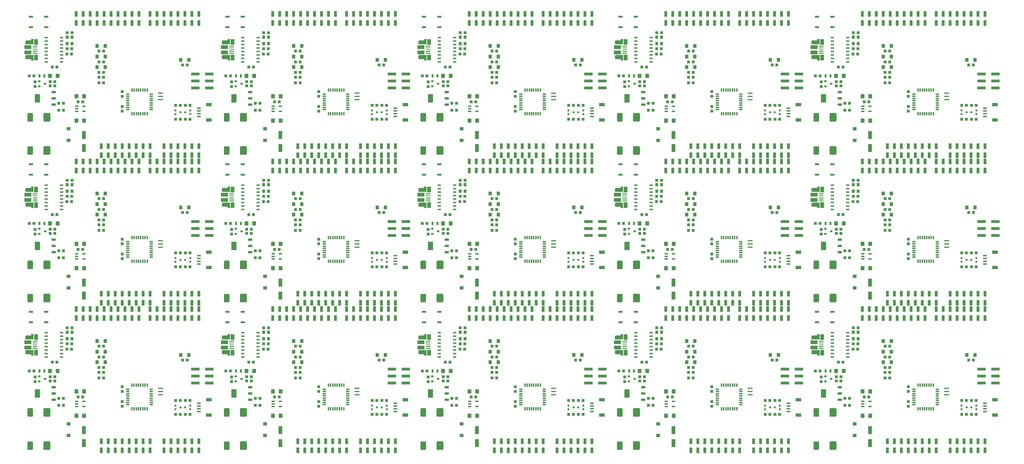
<source format=gtp>
G04 EAGLE Gerber RS-274X export*
G75*
%MOMM*%
%FSLAX34Y34*%
%LPD*%
%INSolderpaste Top*%
%IPPOS*%
%AMOC8*
5,1,8,0,0,1.08239X$1,22.5*%
G01*
%ADD10R,1.000000X1.100000*%
%ADD11R,1.100000X1.000000*%
%ADD12R,1.400000X1.600000*%
%ADD13R,1.400000X3.000000*%
%ADD14R,0.900000X0.800000*%
%ADD15R,1.524000X0.812800*%
%ADD16R,1.905000X3.124200*%
%ADD17R,1.000000X2.000000*%
%ADD18C,0.450000*%
%ADD19R,3.170000X1.000000*%
%ADD20R,1.200000X1.400000*%
%ADD21R,1.524000X0.762000*%
%ADD22R,1.470000X1.270000*%
%ADD23R,0.800000X1.200000*%
%ADD24C,0.600000*%
%ADD25R,0.700000X0.700000*%
%ADD26R,1.270000X0.558800*%
%ADD27R,0.558800X1.270000*%
%ADD28R,1.200000X0.550000*%
%ADD29R,1.460000X2.000000*%
%ADD30R,2.500000X1.425000*%
%ADD31R,2.000000X1.200000*%
%ADD32R,1.350000X0.600000*%
%ADD33R,1.200000X0.600000*%
%ADD34R,1.100000X1.200000*%

G36*
X2238295Y1208366D02*
X2238295Y1208366D01*
X2238325Y1208371D01*
X2238366Y1208370D01*
X2239207Y1208474D01*
X2239255Y1208489D01*
X2239344Y1208506D01*
X2240142Y1208793D01*
X2240185Y1208818D01*
X2240268Y1208855D01*
X2240983Y1209311D01*
X2241020Y1209345D01*
X2241092Y1209399D01*
X2241688Y1210002D01*
X2241717Y1210043D01*
X2241776Y1210112D01*
X2242224Y1210832D01*
X2242243Y1210878D01*
X2242285Y1210959D01*
X2242563Y1211759D01*
X2242571Y1211809D01*
X2242594Y1211897D01*
X2242688Y1212739D01*
X2242686Y1212770D01*
X2242692Y1212810D01*
X2242692Y1235202D01*
X2242697Y1235913D01*
X2242689Y1235963D01*
X2242683Y1236055D01*
X2242528Y1236754D01*
X2242509Y1236801D01*
X2242482Y1236888D01*
X2242176Y1237536D01*
X2242147Y1237577D01*
X2242102Y1237657D01*
X2241659Y1238220D01*
X2241622Y1238253D01*
X2241560Y1238321D01*
X2241003Y1238771D01*
X2240959Y1238796D01*
X2240883Y1238848D01*
X2240240Y1239163D01*
X2240192Y1239177D01*
X2240107Y1239211D01*
X2239410Y1239375D01*
X2239359Y1239378D01*
X2239264Y1239392D01*
X2221484Y1239392D01*
X2221435Y1239384D01*
X2221330Y1239373D01*
X2220495Y1239165D01*
X2220449Y1239144D01*
X2220362Y1239115D01*
X2219594Y1238726D01*
X2219554Y1238696D01*
X2219476Y1238648D01*
X2218814Y1238098D01*
X2218781Y1238059D01*
X2218716Y1237995D01*
X2218193Y1237312D01*
X2218170Y1237267D01*
X2218120Y1237190D01*
X2217762Y1236407D01*
X2217750Y1236358D01*
X2217718Y1236272D01*
X2217543Y1235429D01*
X2217542Y1235379D01*
X2217530Y1235288D01*
X2217548Y1234433D01*
X2217548Y1212637D01*
X2217553Y1212606D01*
X2217552Y1212565D01*
X2217649Y1211712D01*
X2217663Y1211663D01*
X2217681Y1211572D01*
X2217966Y1210762D01*
X2217991Y1210718D01*
X2218029Y1210634D01*
X2218488Y1209908D01*
X2218523Y1209871D01*
X2218578Y1209797D01*
X2219189Y1209193D01*
X2219230Y1209164D01*
X2219301Y1209104D01*
X2220031Y1208652D01*
X2220078Y1208634D01*
X2220161Y1208591D01*
X2220974Y1208314D01*
X2221023Y1208307D01*
X2221113Y1208284D01*
X2221968Y1208196D01*
X2221999Y1208198D01*
X2222039Y1208193D01*
X2238295Y1208366D01*
G37*
G36*
X805735Y131406D02*
X805735Y131406D01*
X805765Y131411D01*
X805806Y131410D01*
X806647Y131514D01*
X806695Y131529D01*
X806784Y131546D01*
X807582Y131833D01*
X807625Y131858D01*
X807708Y131895D01*
X808423Y132351D01*
X808460Y132385D01*
X808532Y132439D01*
X809128Y133042D01*
X809157Y133083D01*
X809216Y133152D01*
X809664Y133872D01*
X809683Y133918D01*
X809725Y133999D01*
X810003Y134799D01*
X810011Y134849D01*
X810034Y134937D01*
X810128Y135779D01*
X810126Y135810D01*
X810132Y135850D01*
X810132Y158242D01*
X810137Y158953D01*
X810129Y159003D01*
X810123Y159095D01*
X809968Y159794D01*
X809949Y159841D01*
X809922Y159928D01*
X809616Y160576D01*
X809587Y160617D01*
X809542Y160697D01*
X809099Y161260D01*
X809062Y161293D01*
X809000Y161361D01*
X808443Y161811D01*
X808399Y161836D01*
X808323Y161888D01*
X807680Y162203D01*
X807632Y162217D01*
X807547Y162251D01*
X806850Y162415D01*
X806799Y162418D01*
X806704Y162432D01*
X788924Y162432D01*
X788875Y162424D01*
X788770Y162413D01*
X787935Y162205D01*
X787889Y162184D01*
X787802Y162155D01*
X787034Y161766D01*
X786994Y161736D01*
X786916Y161688D01*
X786254Y161138D01*
X786221Y161099D01*
X786156Y161035D01*
X785633Y160352D01*
X785610Y160307D01*
X785560Y160230D01*
X785202Y159447D01*
X785190Y159398D01*
X785158Y159312D01*
X784983Y158469D01*
X784982Y158419D01*
X784970Y158328D01*
X784988Y157473D01*
X784988Y135677D01*
X784993Y135646D01*
X784992Y135605D01*
X785089Y134752D01*
X785103Y134703D01*
X785121Y134612D01*
X785406Y133802D01*
X785431Y133758D01*
X785469Y133674D01*
X785928Y132948D01*
X785963Y132911D01*
X786018Y132837D01*
X786629Y132233D01*
X786670Y132204D01*
X786741Y132144D01*
X787471Y131692D01*
X787518Y131674D01*
X787601Y131631D01*
X788414Y131354D01*
X788463Y131347D01*
X788553Y131324D01*
X789408Y131236D01*
X789439Y131238D01*
X789479Y131233D01*
X805735Y131406D01*
G37*
G36*
X89455Y131406D02*
X89455Y131406D01*
X89485Y131411D01*
X89526Y131410D01*
X90367Y131514D01*
X90415Y131529D01*
X90504Y131546D01*
X91302Y131833D01*
X91345Y131858D01*
X91428Y131895D01*
X92143Y132351D01*
X92180Y132385D01*
X92252Y132439D01*
X92848Y133042D01*
X92877Y133083D01*
X92936Y133152D01*
X93384Y133872D01*
X93403Y133918D01*
X93445Y133999D01*
X93723Y134799D01*
X93731Y134849D01*
X93754Y134937D01*
X93848Y135779D01*
X93846Y135810D01*
X93852Y135850D01*
X93852Y158242D01*
X93857Y158953D01*
X93849Y159003D01*
X93843Y159095D01*
X93688Y159794D01*
X93669Y159841D01*
X93642Y159928D01*
X93336Y160576D01*
X93307Y160617D01*
X93262Y160697D01*
X92819Y161260D01*
X92782Y161293D01*
X92720Y161361D01*
X92163Y161811D01*
X92119Y161836D01*
X92043Y161888D01*
X91400Y162203D01*
X91352Y162217D01*
X91267Y162251D01*
X90570Y162415D01*
X90519Y162418D01*
X90424Y162432D01*
X72644Y162432D01*
X72595Y162424D01*
X72490Y162413D01*
X71655Y162205D01*
X71609Y162184D01*
X71522Y162155D01*
X70754Y161766D01*
X70714Y161736D01*
X70636Y161688D01*
X69974Y161138D01*
X69941Y161099D01*
X69876Y161035D01*
X69353Y160352D01*
X69330Y160307D01*
X69280Y160230D01*
X68922Y159447D01*
X68910Y159398D01*
X68878Y159312D01*
X68703Y158469D01*
X68702Y158419D01*
X68690Y158328D01*
X68708Y157473D01*
X68708Y135677D01*
X68713Y135646D01*
X68712Y135605D01*
X68809Y134752D01*
X68823Y134703D01*
X68841Y134612D01*
X69126Y133802D01*
X69151Y133758D01*
X69189Y133674D01*
X69648Y132948D01*
X69683Y132911D01*
X69738Y132837D01*
X70349Y132233D01*
X70390Y132204D01*
X70461Y132144D01*
X71191Y131692D01*
X71238Y131674D01*
X71321Y131631D01*
X72134Y131354D01*
X72183Y131347D01*
X72273Y131324D01*
X73128Y131236D01*
X73159Y131238D01*
X73199Y131233D01*
X89455Y131406D01*
G37*
G36*
X2238295Y669886D02*
X2238295Y669886D01*
X2238325Y669891D01*
X2238366Y669890D01*
X2239207Y669994D01*
X2239255Y670009D01*
X2239344Y670026D01*
X2240142Y670313D01*
X2240185Y670338D01*
X2240268Y670375D01*
X2240983Y670831D01*
X2241020Y670865D01*
X2241092Y670919D01*
X2241688Y671522D01*
X2241717Y671563D01*
X2241776Y671632D01*
X2242224Y672352D01*
X2242243Y672398D01*
X2242285Y672479D01*
X2242563Y673279D01*
X2242571Y673329D01*
X2242594Y673417D01*
X2242688Y674259D01*
X2242686Y674290D01*
X2242692Y674330D01*
X2242692Y696722D01*
X2242697Y697433D01*
X2242689Y697483D01*
X2242683Y697575D01*
X2242528Y698274D01*
X2242509Y698321D01*
X2242482Y698408D01*
X2242176Y699056D01*
X2242147Y699097D01*
X2242102Y699177D01*
X2241659Y699740D01*
X2241622Y699773D01*
X2241560Y699841D01*
X2241003Y700291D01*
X2240959Y700316D01*
X2240883Y700368D01*
X2240240Y700683D01*
X2240192Y700697D01*
X2240107Y700731D01*
X2239410Y700895D01*
X2239359Y700898D01*
X2239264Y700912D01*
X2221484Y700912D01*
X2221435Y700904D01*
X2221330Y700893D01*
X2220495Y700685D01*
X2220449Y700664D01*
X2220362Y700635D01*
X2219594Y700246D01*
X2219554Y700216D01*
X2219476Y700168D01*
X2218814Y699618D01*
X2218781Y699579D01*
X2218716Y699515D01*
X2218193Y698832D01*
X2218170Y698787D01*
X2218120Y698710D01*
X2217762Y697927D01*
X2217750Y697878D01*
X2217718Y697792D01*
X2217543Y696949D01*
X2217542Y696899D01*
X2217530Y696808D01*
X2217548Y695953D01*
X2217548Y674157D01*
X2217553Y674126D01*
X2217552Y674085D01*
X2217649Y673232D01*
X2217663Y673183D01*
X2217681Y673092D01*
X2217966Y672282D01*
X2217991Y672238D01*
X2218029Y672154D01*
X2218488Y671428D01*
X2218523Y671391D01*
X2218578Y671317D01*
X2219189Y670713D01*
X2219230Y670684D01*
X2219301Y670624D01*
X2220031Y670172D01*
X2220078Y670154D01*
X2220161Y670111D01*
X2220974Y669834D01*
X2221023Y669827D01*
X2221113Y669804D01*
X2221968Y669716D01*
X2221999Y669718D01*
X2222039Y669713D01*
X2238295Y669886D01*
G37*
G36*
X805735Y669886D02*
X805735Y669886D01*
X805765Y669891D01*
X805806Y669890D01*
X806647Y669994D01*
X806695Y670009D01*
X806784Y670026D01*
X807582Y670313D01*
X807625Y670338D01*
X807708Y670375D01*
X808423Y670831D01*
X808460Y670865D01*
X808532Y670919D01*
X809128Y671522D01*
X809157Y671563D01*
X809216Y671632D01*
X809664Y672352D01*
X809683Y672398D01*
X809725Y672479D01*
X810003Y673279D01*
X810011Y673329D01*
X810034Y673417D01*
X810128Y674259D01*
X810126Y674290D01*
X810132Y674330D01*
X810132Y696722D01*
X810137Y697433D01*
X810129Y697483D01*
X810123Y697575D01*
X809968Y698274D01*
X809949Y698321D01*
X809922Y698408D01*
X809616Y699056D01*
X809587Y699097D01*
X809542Y699177D01*
X809099Y699740D01*
X809062Y699773D01*
X809000Y699841D01*
X808443Y700291D01*
X808399Y700316D01*
X808323Y700368D01*
X807680Y700683D01*
X807632Y700697D01*
X807547Y700731D01*
X806850Y700895D01*
X806799Y700898D01*
X806704Y700912D01*
X788924Y700912D01*
X788875Y700904D01*
X788770Y700893D01*
X787935Y700685D01*
X787889Y700664D01*
X787802Y700635D01*
X787034Y700246D01*
X786994Y700216D01*
X786916Y700168D01*
X786254Y699618D01*
X786221Y699579D01*
X786156Y699515D01*
X785633Y698832D01*
X785610Y698787D01*
X785560Y698710D01*
X785202Y697927D01*
X785190Y697878D01*
X785158Y697792D01*
X784983Y696949D01*
X784982Y696899D01*
X784970Y696808D01*
X784988Y695953D01*
X784988Y674157D01*
X784993Y674126D01*
X784992Y674085D01*
X785089Y673232D01*
X785103Y673183D01*
X785121Y673092D01*
X785406Y672282D01*
X785431Y672238D01*
X785469Y672154D01*
X785928Y671428D01*
X785963Y671391D01*
X786018Y671317D01*
X786629Y670713D01*
X786670Y670684D01*
X786741Y670624D01*
X787471Y670172D01*
X787518Y670154D01*
X787601Y670111D01*
X788414Y669834D01*
X788463Y669827D01*
X788553Y669804D01*
X789408Y669716D01*
X789439Y669718D01*
X789479Y669713D01*
X805735Y669886D01*
G37*
G36*
X1522015Y669886D02*
X1522015Y669886D01*
X1522045Y669891D01*
X1522086Y669890D01*
X1522927Y669994D01*
X1522975Y670009D01*
X1523064Y670026D01*
X1523862Y670313D01*
X1523905Y670338D01*
X1523988Y670375D01*
X1524703Y670831D01*
X1524740Y670865D01*
X1524812Y670919D01*
X1525408Y671522D01*
X1525437Y671563D01*
X1525496Y671632D01*
X1525944Y672352D01*
X1525963Y672398D01*
X1526005Y672479D01*
X1526283Y673279D01*
X1526291Y673329D01*
X1526314Y673417D01*
X1526408Y674259D01*
X1526406Y674290D01*
X1526412Y674330D01*
X1526412Y696722D01*
X1526417Y697433D01*
X1526409Y697483D01*
X1526403Y697575D01*
X1526248Y698274D01*
X1526229Y698321D01*
X1526202Y698408D01*
X1525896Y699056D01*
X1525867Y699097D01*
X1525822Y699177D01*
X1525379Y699740D01*
X1525342Y699773D01*
X1525280Y699841D01*
X1524723Y700291D01*
X1524679Y700316D01*
X1524603Y700368D01*
X1523960Y700683D01*
X1523912Y700697D01*
X1523827Y700731D01*
X1523130Y700895D01*
X1523079Y700898D01*
X1522984Y700912D01*
X1505204Y700912D01*
X1505155Y700904D01*
X1505050Y700893D01*
X1504215Y700685D01*
X1504169Y700664D01*
X1504082Y700635D01*
X1503314Y700246D01*
X1503274Y700216D01*
X1503196Y700168D01*
X1502534Y699618D01*
X1502501Y699579D01*
X1502436Y699515D01*
X1501913Y698832D01*
X1501890Y698787D01*
X1501840Y698710D01*
X1501482Y697927D01*
X1501470Y697878D01*
X1501438Y697792D01*
X1501263Y696949D01*
X1501262Y696899D01*
X1501250Y696808D01*
X1501268Y695953D01*
X1501268Y674157D01*
X1501273Y674126D01*
X1501272Y674085D01*
X1501369Y673232D01*
X1501383Y673183D01*
X1501401Y673092D01*
X1501686Y672282D01*
X1501711Y672238D01*
X1501749Y672154D01*
X1502208Y671428D01*
X1502243Y671391D01*
X1502298Y671317D01*
X1502909Y670713D01*
X1502950Y670684D01*
X1503021Y670624D01*
X1503751Y670172D01*
X1503798Y670154D01*
X1503881Y670111D01*
X1504694Y669834D01*
X1504743Y669827D01*
X1504833Y669804D01*
X1505688Y669716D01*
X1505719Y669718D01*
X1505759Y669713D01*
X1522015Y669886D01*
G37*
G36*
X2238295Y131406D02*
X2238295Y131406D01*
X2238325Y131411D01*
X2238366Y131410D01*
X2239207Y131514D01*
X2239255Y131529D01*
X2239344Y131546D01*
X2240142Y131833D01*
X2240185Y131858D01*
X2240268Y131895D01*
X2240983Y132351D01*
X2241020Y132385D01*
X2241092Y132439D01*
X2241688Y133042D01*
X2241717Y133083D01*
X2241776Y133152D01*
X2242224Y133872D01*
X2242243Y133918D01*
X2242285Y133999D01*
X2242563Y134799D01*
X2242571Y134849D01*
X2242594Y134937D01*
X2242688Y135779D01*
X2242686Y135810D01*
X2242692Y135850D01*
X2242692Y158242D01*
X2242697Y158953D01*
X2242689Y159003D01*
X2242683Y159095D01*
X2242528Y159794D01*
X2242509Y159841D01*
X2242482Y159928D01*
X2242176Y160576D01*
X2242147Y160617D01*
X2242102Y160697D01*
X2241659Y161260D01*
X2241622Y161293D01*
X2241560Y161361D01*
X2241003Y161811D01*
X2240959Y161836D01*
X2240883Y161888D01*
X2240240Y162203D01*
X2240192Y162217D01*
X2240107Y162251D01*
X2239410Y162415D01*
X2239359Y162418D01*
X2239264Y162432D01*
X2221484Y162432D01*
X2221435Y162424D01*
X2221330Y162413D01*
X2220495Y162205D01*
X2220449Y162184D01*
X2220362Y162155D01*
X2219594Y161766D01*
X2219554Y161736D01*
X2219476Y161688D01*
X2218814Y161138D01*
X2218781Y161099D01*
X2218716Y161035D01*
X2218193Y160352D01*
X2218170Y160307D01*
X2218120Y160230D01*
X2217762Y159447D01*
X2217750Y159398D01*
X2217718Y159312D01*
X2217543Y158469D01*
X2217542Y158419D01*
X2217530Y158328D01*
X2217548Y157473D01*
X2217548Y135677D01*
X2217553Y135646D01*
X2217552Y135605D01*
X2217649Y134752D01*
X2217663Y134703D01*
X2217681Y134612D01*
X2217966Y133802D01*
X2217991Y133758D01*
X2218029Y133674D01*
X2218488Y132948D01*
X2218523Y132911D01*
X2218578Y132837D01*
X2219189Y132233D01*
X2219230Y132204D01*
X2219301Y132144D01*
X2220031Y131692D01*
X2220078Y131674D01*
X2220161Y131631D01*
X2220974Y131354D01*
X2221023Y131347D01*
X2221113Y131324D01*
X2221968Y131236D01*
X2221999Y131238D01*
X2222039Y131233D01*
X2238295Y131406D01*
G37*
G36*
X2954575Y669886D02*
X2954575Y669886D01*
X2954605Y669891D01*
X2954646Y669890D01*
X2955487Y669994D01*
X2955535Y670009D01*
X2955624Y670026D01*
X2956422Y670313D01*
X2956465Y670338D01*
X2956548Y670375D01*
X2957263Y670831D01*
X2957300Y670865D01*
X2957372Y670919D01*
X2957968Y671522D01*
X2957997Y671563D01*
X2958056Y671632D01*
X2958504Y672352D01*
X2958523Y672398D01*
X2958565Y672479D01*
X2958843Y673279D01*
X2958851Y673329D01*
X2958874Y673417D01*
X2958968Y674259D01*
X2958966Y674290D01*
X2958972Y674330D01*
X2958972Y696722D01*
X2958977Y697433D01*
X2958969Y697483D01*
X2958963Y697575D01*
X2958808Y698274D01*
X2958789Y698321D01*
X2958762Y698408D01*
X2958456Y699056D01*
X2958427Y699097D01*
X2958382Y699177D01*
X2957939Y699740D01*
X2957902Y699773D01*
X2957840Y699841D01*
X2957283Y700291D01*
X2957239Y700316D01*
X2957163Y700368D01*
X2956520Y700683D01*
X2956472Y700697D01*
X2956387Y700731D01*
X2955690Y700895D01*
X2955639Y700898D01*
X2955544Y700912D01*
X2937764Y700912D01*
X2937715Y700904D01*
X2937610Y700893D01*
X2936775Y700685D01*
X2936729Y700664D01*
X2936642Y700635D01*
X2935874Y700246D01*
X2935834Y700216D01*
X2935756Y700168D01*
X2935094Y699618D01*
X2935061Y699579D01*
X2934996Y699515D01*
X2934473Y698832D01*
X2934450Y698787D01*
X2934400Y698710D01*
X2934042Y697927D01*
X2934030Y697878D01*
X2933998Y697792D01*
X2933823Y696949D01*
X2933822Y696899D01*
X2933810Y696808D01*
X2933828Y695953D01*
X2933828Y674157D01*
X2933833Y674126D01*
X2933832Y674085D01*
X2933929Y673232D01*
X2933943Y673183D01*
X2933961Y673092D01*
X2934246Y672282D01*
X2934271Y672238D01*
X2934309Y672154D01*
X2934768Y671428D01*
X2934803Y671391D01*
X2934858Y671317D01*
X2935469Y670713D01*
X2935510Y670684D01*
X2935581Y670624D01*
X2936311Y670172D01*
X2936358Y670154D01*
X2936441Y670111D01*
X2937254Y669834D01*
X2937303Y669827D01*
X2937393Y669804D01*
X2938248Y669716D01*
X2938279Y669718D01*
X2938319Y669713D01*
X2954575Y669886D01*
G37*
G36*
X89455Y1208366D02*
X89455Y1208366D01*
X89485Y1208371D01*
X89526Y1208370D01*
X90367Y1208474D01*
X90415Y1208489D01*
X90504Y1208506D01*
X91302Y1208793D01*
X91345Y1208818D01*
X91428Y1208855D01*
X92143Y1209311D01*
X92180Y1209345D01*
X92252Y1209399D01*
X92848Y1210002D01*
X92877Y1210043D01*
X92936Y1210112D01*
X93384Y1210832D01*
X93403Y1210878D01*
X93445Y1210959D01*
X93723Y1211759D01*
X93731Y1211809D01*
X93754Y1211897D01*
X93848Y1212739D01*
X93846Y1212770D01*
X93852Y1212810D01*
X93852Y1235202D01*
X93857Y1235913D01*
X93849Y1235963D01*
X93843Y1236055D01*
X93688Y1236754D01*
X93669Y1236801D01*
X93642Y1236888D01*
X93336Y1237536D01*
X93307Y1237577D01*
X93262Y1237657D01*
X92819Y1238220D01*
X92782Y1238253D01*
X92720Y1238321D01*
X92163Y1238771D01*
X92119Y1238796D01*
X92043Y1238848D01*
X91400Y1239163D01*
X91352Y1239177D01*
X91267Y1239211D01*
X90570Y1239375D01*
X90519Y1239378D01*
X90424Y1239392D01*
X72644Y1239392D01*
X72595Y1239384D01*
X72490Y1239373D01*
X71655Y1239165D01*
X71609Y1239144D01*
X71522Y1239115D01*
X70754Y1238726D01*
X70714Y1238696D01*
X70636Y1238648D01*
X69974Y1238098D01*
X69941Y1238059D01*
X69876Y1237995D01*
X69353Y1237312D01*
X69330Y1237267D01*
X69280Y1237190D01*
X68922Y1236407D01*
X68910Y1236358D01*
X68878Y1236272D01*
X68703Y1235429D01*
X68702Y1235379D01*
X68690Y1235288D01*
X68708Y1234433D01*
X68708Y1212637D01*
X68713Y1212606D01*
X68712Y1212565D01*
X68809Y1211712D01*
X68823Y1211663D01*
X68841Y1211572D01*
X69126Y1210762D01*
X69151Y1210718D01*
X69189Y1210634D01*
X69648Y1209908D01*
X69683Y1209871D01*
X69738Y1209797D01*
X70349Y1209193D01*
X70390Y1209164D01*
X70461Y1209104D01*
X71191Y1208652D01*
X71238Y1208634D01*
X71321Y1208591D01*
X72134Y1208314D01*
X72183Y1208307D01*
X72273Y1208284D01*
X73128Y1208196D01*
X73159Y1208198D01*
X73199Y1208193D01*
X89455Y1208366D01*
G37*
G36*
X1522015Y1208366D02*
X1522015Y1208366D01*
X1522045Y1208371D01*
X1522086Y1208370D01*
X1522927Y1208474D01*
X1522975Y1208489D01*
X1523064Y1208506D01*
X1523862Y1208793D01*
X1523905Y1208818D01*
X1523988Y1208855D01*
X1524703Y1209311D01*
X1524740Y1209345D01*
X1524812Y1209399D01*
X1525408Y1210002D01*
X1525437Y1210043D01*
X1525496Y1210112D01*
X1525944Y1210832D01*
X1525963Y1210878D01*
X1526005Y1210959D01*
X1526283Y1211759D01*
X1526291Y1211809D01*
X1526314Y1211897D01*
X1526408Y1212739D01*
X1526406Y1212770D01*
X1526412Y1212810D01*
X1526412Y1235202D01*
X1526417Y1235913D01*
X1526409Y1235963D01*
X1526403Y1236055D01*
X1526248Y1236754D01*
X1526229Y1236801D01*
X1526202Y1236888D01*
X1525896Y1237536D01*
X1525867Y1237577D01*
X1525822Y1237657D01*
X1525379Y1238220D01*
X1525342Y1238253D01*
X1525280Y1238321D01*
X1524723Y1238771D01*
X1524679Y1238796D01*
X1524603Y1238848D01*
X1523960Y1239163D01*
X1523912Y1239177D01*
X1523827Y1239211D01*
X1523130Y1239375D01*
X1523079Y1239378D01*
X1522984Y1239392D01*
X1505204Y1239392D01*
X1505155Y1239384D01*
X1505050Y1239373D01*
X1504215Y1239165D01*
X1504169Y1239144D01*
X1504082Y1239115D01*
X1503314Y1238726D01*
X1503274Y1238696D01*
X1503196Y1238648D01*
X1502534Y1238098D01*
X1502501Y1238059D01*
X1502436Y1237995D01*
X1501913Y1237312D01*
X1501890Y1237267D01*
X1501840Y1237190D01*
X1501482Y1236407D01*
X1501470Y1236358D01*
X1501438Y1236272D01*
X1501263Y1235429D01*
X1501262Y1235379D01*
X1501250Y1235288D01*
X1501268Y1234433D01*
X1501268Y1212637D01*
X1501273Y1212606D01*
X1501272Y1212565D01*
X1501369Y1211712D01*
X1501383Y1211663D01*
X1501401Y1211572D01*
X1501686Y1210762D01*
X1501711Y1210718D01*
X1501749Y1210634D01*
X1502208Y1209908D01*
X1502243Y1209871D01*
X1502298Y1209797D01*
X1502909Y1209193D01*
X1502950Y1209164D01*
X1503021Y1209104D01*
X1503751Y1208652D01*
X1503798Y1208634D01*
X1503881Y1208591D01*
X1504694Y1208314D01*
X1504743Y1208307D01*
X1504833Y1208284D01*
X1505688Y1208196D01*
X1505719Y1208198D01*
X1505759Y1208193D01*
X1522015Y1208366D01*
G37*
G36*
X2954575Y131406D02*
X2954575Y131406D01*
X2954605Y131411D01*
X2954646Y131410D01*
X2955487Y131514D01*
X2955535Y131529D01*
X2955624Y131546D01*
X2956422Y131833D01*
X2956465Y131858D01*
X2956548Y131895D01*
X2957263Y132351D01*
X2957300Y132385D01*
X2957372Y132439D01*
X2957968Y133042D01*
X2957997Y133083D01*
X2958056Y133152D01*
X2958504Y133872D01*
X2958523Y133918D01*
X2958565Y133999D01*
X2958843Y134799D01*
X2958851Y134849D01*
X2958874Y134937D01*
X2958968Y135779D01*
X2958966Y135810D01*
X2958972Y135850D01*
X2958972Y158242D01*
X2958977Y158953D01*
X2958969Y159003D01*
X2958963Y159095D01*
X2958808Y159794D01*
X2958789Y159841D01*
X2958762Y159928D01*
X2958456Y160576D01*
X2958427Y160617D01*
X2958382Y160697D01*
X2957939Y161260D01*
X2957902Y161293D01*
X2957840Y161361D01*
X2957283Y161811D01*
X2957239Y161836D01*
X2957163Y161888D01*
X2956520Y162203D01*
X2956472Y162217D01*
X2956387Y162251D01*
X2955690Y162415D01*
X2955639Y162418D01*
X2955544Y162432D01*
X2937764Y162432D01*
X2937715Y162424D01*
X2937610Y162413D01*
X2936775Y162205D01*
X2936729Y162184D01*
X2936642Y162155D01*
X2935874Y161766D01*
X2935834Y161736D01*
X2935756Y161688D01*
X2935094Y161138D01*
X2935061Y161099D01*
X2934996Y161035D01*
X2934473Y160352D01*
X2934450Y160307D01*
X2934400Y160230D01*
X2934042Y159447D01*
X2934030Y159398D01*
X2933998Y159312D01*
X2933823Y158469D01*
X2933822Y158419D01*
X2933810Y158328D01*
X2933828Y157473D01*
X2933828Y135677D01*
X2933833Y135646D01*
X2933832Y135605D01*
X2933929Y134752D01*
X2933943Y134703D01*
X2933961Y134612D01*
X2934246Y133802D01*
X2934271Y133758D01*
X2934309Y133674D01*
X2934768Y132948D01*
X2934803Y132911D01*
X2934858Y132837D01*
X2935469Y132233D01*
X2935510Y132204D01*
X2935581Y132144D01*
X2936311Y131692D01*
X2936358Y131674D01*
X2936441Y131631D01*
X2937254Y131354D01*
X2937303Y131347D01*
X2937393Y131324D01*
X2938248Y131236D01*
X2938279Y131238D01*
X2938319Y131233D01*
X2954575Y131406D01*
G37*
G36*
X2954575Y1208366D02*
X2954575Y1208366D01*
X2954605Y1208371D01*
X2954646Y1208370D01*
X2955487Y1208474D01*
X2955535Y1208489D01*
X2955624Y1208506D01*
X2956422Y1208793D01*
X2956465Y1208818D01*
X2956548Y1208855D01*
X2957263Y1209311D01*
X2957300Y1209345D01*
X2957372Y1209399D01*
X2957968Y1210002D01*
X2957997Y1210043D01*
X2958056Y1210112D01*
X2958504Y1210832D01*
X2958523Y1210878D01*
X2958565Y1210959D01*
X2958843Y1211759D01*
X2958851Y1211809D01*
X2958874Y1211897D01*
X2958968Y1212739D01*
X2958966Y1212770D01*
X2958972Y1212810D01*
X2958972Y1235202D01*
X2958977Y1235913D01*
X2958969Y1235963D01*
X2958963Y1236055D01*
X2958808Y1236754D01*
X2958789Y1236801D01*
X2958762Y1236888D01*
X2958456Y1237536D01*
X2958427Y1237577D01*
X2958382Y1237657D01*
X2957939Y1238220D01*
X2957902Y1238253D01*
X2957840Y1238321D01*
X2957283Y1238771D01*
X2957239Y1238796D01*
X2957163Y1238848D01*
X2956520Y1239163D01*
X2956472Y1239177D01*
X2956387Y1239211D01*
X2955690Y1239375D01*
X2955639Y1239378D01*
X2955544Y1239392D01*
X2937764Y1239392D01*
X2937715Y1239384D01*
X2937610Y1239373D01*
X2936775Y1239165D01*
X2936729Y1239144D01*
X2936642Y1239115D01*
X2935874Y1238726D01*
X2935834Y1238696D01*
X2935756Y1238648D01*
X2935094Y1238098D01*
X2935061Y1238059D01*
X2934996Y1237995D01*
X2934473Y1237312D01*
X2934450Y1237267D01*
X2934400Y1237190D01*
X2934042Y1236407D01*
X2934030Y1236358D01*
X2933998Y1236272D01*
X2933823Y1235429D01*
X2933822Y1235379D01*
X2933810Y1235288D01*
X2933828Y1234433D01*
X2933828Y1212637D01*
X2933833Y1212606D01*
X2933832Y1212565D01*
X2933929Y1211712D01*
X2933943Y1211663D01*
X2933961Y1211572D01*
X2934246Y1210762D01*
X2934271Y1210718D01*
X2934309Y1210634D01*
X2934768Y1209908D01*
X2934803Y1209871D01*
X2934858Y1209797D01*
X2935469Y1209193D01*
X2935510Y1209164D01*
X2935581Y1209104D01*
X2936311Y1208652D01*
X2936358Y1208634D01*
X2936441Y1208591D01*
X2937254Y1208314D01*
X2937303Y1208307D01*
X2937393Y1208284D01*
X2938248Y1208196D01*
X2938279Y1208198D01*
X2938319Y1208193D01*
X2954575Y1208366D01*
G37*
G36*
X805735Y1208366D02*
X805735Y1208366D01*
X805765Y1208371D01*
X805806Y1208370D01*
X806647Y1208474D01*
X806695Y1208489D01*
X806784Y1208506D01*
X807582Y1208793D01*
X807625Y1208818D01*
X807708Y1208855D01*
X808423Y1209311D01*
X808460Y1209345D01*
X808532Y1209399D01*
X809128Y1210002D01*
X809157Y1210043D01*
X809216Y1210112D01*
X809664Y1210832D01*
X809683Y1210878D01*
X809725Y1210959D01*
X810003Y1211759D01*
X810011Y1211809D01*
X810034Y1211897D01*
X810128Y1212739D01*
X810126Y1212770D01*
X810132Y1212810D01*
X810132Y1235202D01*
X810137Y1235913D01*
X810129Y1235963D01*
X810123Y1236055D01*
X809968Y1236754D01*
X809949Y1236801D01*
X809922Y1236888D01*
X809616Y1237536D01*
X809587Y1237577D01*
X809542Y1237657D01*
X809099Y1238220D01*
X809062Y1238253D01*
X809000Y1238321D01*
X808443Y1238771D01*
X808399Y1238796D01*
X808323Y1238848D01*
X807680Y1239163D01*
X807632Y1239177D01*
X807547Y1239211D01*
X806850Y1239375D01*
X806799Y1239378D01*
X806704Y1239392D01*
X788924Y1239392D01*
X788875Y1239384D01*
X788770Y1239373D01*
X787935Y1239165D01*
X787889Y1239144D01*
X787802Y1239115D01*
X787034Y1238726D01*
X786994Y1238696D01*
X786916Y1238648D01*
X786254Y1238098D01*
X786221Y1238059D01*
X786156Y1237995D01*
X785633Y1237312D01*
X785610Y1237267D01*
X785560Y1237190D01*
X785202Y1236407D01*
X785190Y1236358D01*
X785158Y1236272D01*
X784983Y1235429D01*
X784982Y1235379D01*
X784970Y1235288D01*
X784988Y1234433D01*
X784988Y1212637D01*
X784993Y1212606D01*
X784992Y1212565D01*
X785089Y1211712D01*
X785103Y1211663D01*
X785121Y1211572D01*
X785406Y1210762D01*
X785431Y1210718D01*
X785469Y1210634D01*
X785928Y1209908D01*
X785963Y1209871D01*
X786018Y1209797D01*
X786629Y1209193D01*
X786670Y1209164D01*
X786741Y1209104D01*
X787471Y1208652D01*
X787518Y1208634D01*
X787601Y1208591D01*
X788414Y1208314D01*
X788463Y1208307D01*
X788553Y1208284D01*
X789408Y1208196D01*
X789439Y1208198D01*
X789479Y1208193D01*
X805735Y1208366D01*
G37*
G36*
X89455Y669886D02*
X89455Y669886D01*
X89485Y669891D01*
X89526Y669890D01*
X90367Y669994D01*
X90415Y670009D01*
X90504Y670026D01*
X91302Y670313D01*
X91345Y670338D01*
X91428Y670375D01*
X92143Y670831D01*
X92180Y670865D01*
X92252Y670919D01*
X92848Y671522D01*
X92877Y671563D01*
X92936Y671632D01*
X93384Y672352D01*
X93403Y672398D01*
X93445Y672479D01*
X93723Y673279D01*
X93731Y673329D01*
X93754Y673417D01*
X93848Y674259D01*
X93846Y674290D01*
X93852Y674330D01*
X93852Y696722D01*
X93857Y697433D01*
X93849Y697483D01*
X93843Y697575D01*
X93688Y698274D01*
X93669Y698321D01*
X93642Y698408D01*
X93336Y699056D01*
X93307Y699097D01*
X93262Y699177D01*
X92819Y699740D01*
X92782Y699773D01*
X92720Y699841D01*
X92163Y700291D01*
X92119Y700316D01*
X92043Y700368D01*
X91400Y700683D01*
X91352Y700697D01*
X91267Y700731D01*
X90570Y700895D01*
X90519Y700898D01*
X90424Y700912D01*
X72644Y700912D01*
X72595Y700904D01*
X72490Y700893D01*
X71655Y700685D01*
X71609Y700664D01*
X71522Y700635D01*
X70754Y700246D01*
X70714Y700216D01*
X70636Y700168D01*
X69974Y699618D01*
X69941Y699579D01*
X69876Y699515D01*
X69353Y698832D01*
X69330Y698787D01*
X69280Y698710D01*
X68922Y697927D01*
X68910Y697878D01*
X68878Y697792D01*
X68703Y696949D01*
X68702Y696899D01*
X68690Y696808D01*
X68708Y695953D01*
X68708Y674157D01*
X68713Y674126D01*
X68712Y674085D01*
X68809Y673232D01*
X68823Y673183D01*
X68841Y673092D01*
X69126Y672282D01*
X69151Y672238D01*
X69189Y672154D01*
X69648Y671428D01*
X69683Y671391D01*
X69738Y671317D01*
X70349Y670713D01*
X70390Y670684D01*
X70461Y670624D01*
X71191Y670172D01*
X71238Y670154D01*
X71321Y670111D01*
X72134Y669834D01*
X72183Y669827D01*
X72273Y669804D01*
X73128Y669716D01*
X73159Y669718D01*
X73199Y669713D01*
X89455Y669886D01*
G37*
G36*
X1522015Y131406D02*
X1522015Y131406D01*
X1522045Y131411D01*
X1522086Y131410D01*
X1522927Y131514D01*
X1522975Y131529D01*
X1523064Y131546D01*
X1523862Y131833D01*
X1523905Y131858D01*
X1523988Y131895D01*
X1524703Y132351D01*
X1524740Y132385D01*
X1524812Y132439D01*
X1525408Y133042D01*
X1525437Y133083D01*
X1525496Y133152D01*
X1525944Y133872D01*
X1525963Y133918D01*
X1526005Y133999D01*
X1526283Y134799D01*
X1526291Y134849D01*
X1526314Y134937D01*
X1526408Y135779D01*
X1526406Y135810D01*
X1526412Y135850D01*
X1526412Y158242D01*
X1526417Y158953D01*
X1526409Y159003D01*
X1526403Y159095D01*
X1526248Y159794D01*
X1526229Y159841D01*
X1526202Y159928D01*
X1525896Y160576D01*
X1525867Y160617D01*
X1525822Y160697D01*
X1525379Y161260D01*
X1525342Y161293D01*
X1525280Y161361D01*
X1524723Y161811D01*
X1524679Y161836D01*
X1524603Y161888D01*
X1523960Y162203D01*
X1523912Y162217D01*
X1523827Y162251D01*
X1523130Y162415D01*
X1523079Y162418D01*
X1522984Y162432D01*
X1505204Y162432D01*
X1505155Y162424D01*
X1505050Y162413D01*
X1504215Y162205D01*
X1504169Y162184D01*
X1504082Y162155D01*
X1503314Y161766D01*
X1503274Y161736D01*
X1503196Y161688D01*
X1502534Y161138D01*
X1502501Y161099D01*
X1502436Y161035D01*
X1501913Y160352D01*
X1501890Y160307D01*
X1501840Y160230D01*
X1501482Y159447D01*
X1501470Y159398D01*
X1501438Y159312D01*
X1501263Y158469D01*
X1501262Y158419D01*
X1501250Y158328D01*
X1501268Y157473D01*
X1501268Y135677D01*
X1501273Y135646D01*
X1501272Y135605D01*
X1501369Y134752D01*
X1501383Y134703D01*
X1501401Y134612D01*
X1501686Y133802D01*
X1501711Y133758D01*
X1501749Y133674D01*
X1502208Y132948D01*
X1502243Y132911D01*
X1502298Y132837D01*
X1502909Y132233D01*
X1502950Y132204D01*
X1503021Y132144D01*
X1503751Y131692D01*
X1503798Y131674D01*
X1503881Y131631D01*
X1504694Y131354D01*
X1504743Y131347D01*
X1504833Y131324D01*
X1505688Y131236D01*
X1505719Y131238D01*
X1505759Y131233D01*
X1522015Y131406D01*
G37*
G36*
X89965Y10296D02*
X89965Y10296D01*
X90070Y10307D01*
X90905Y10515D01*
X90951Y10536D01*
X91038Y10565D01*
X91806Y10954D01*
X91846Y10984D01*
X91924Y11032D01*
X92586Y11582D01*
X92619Y11621D01*
X92684Y11685D01*
X93207Y12368D01*
X93230Y12413D01*
X93280Y12490D01*
X93638Y13273D01*
X93650Y13322D01*
X93682Y13408D01*
X93857Y14251D01*
X93858Y14301D01*
X93870Y14392D01*
X93852Y15247D01*
X93852Y37043D01*
X93847Y37074D01*
X93848Y37115D01*
X93751Y37968D01*
X93737Y38017D01*
X93719Y38108D01*
X93434Y38918D01*
X93409Y38962D01*
X93371Y39046D01*
X92912Y39772D01*
X92877Y39809D01*
X92822Y39883D01*
X92211Y40487D01*
X92170Y40516D01*
X92099Y40576D01*
X91369Y41028D01*
X91322Y41046D01*
X91239Y41089D01*
X90426Y41366D01*
X90377Y41373D01*
X90287Y41396D01*
X89432Y41484D01*
X89401Y41482D01*
X89361Y41487D01*
X73105Y41314D01*
X73075Y41309D01*
X73034Y41310D01*
X72193Y41206D01*
X72145Y41191D01*
X72056Y41174D01*
X71258Y40887D01*
X71215Y40862D01*
X71132Y40825D01*
X70417Y40369D01*
X70380Y40335D01*
X70308Y40281D01*
X69712Y39678D01*
X69683Y39637D01*
X69624Y39568D01*
X69176Y38848D01*
X69157Y38802D01*
X69115Y38721D01*
X68837Y37921D01*
X68829Y37871D01*
X68806Y37783D01*
X68712Y36941D01*
X68714Y36910D01*
X68708Y36870D01*
X68708Y14478D01*
X68703Y13767D01*
X68711Y13717D01*
X68717Y13625D01*
X68872Y12926D01*
X68891Y12879D01*
X68918Y12792D01*
X69224Y12144D01*
X69253Y12103D01*
X69298Y12023D01*
X69741Y11460D01*
X69778Y11427D01*
X69841Y11359D01*
X70397Y10909D01*
X70441Y10884D01*
X70517Y10832D01*
X71160Y10517D01*
X71208Y10503D01*
X71293Y10469D01*
X71990Y10305D01*
X72041Y10302D01*
X72136Y10288D01*
X89916Y10288D01*
X89965Y10296D01*
G37*
G36*
X806245Y1087256D02*
X806245Y1087256D01*
X806350Y1087267D01*
X807185Y1087475D01*
X807231Y1087496D01*
X807318Y1087525D01*
X808086Y1087914D01*
X808126Y1087944D01*
X808204Y1087992D01*
X808866Y1088542D01*
X808899Y1088581D01*
X808964Y1088645D01*
X809487Y1089328D01*
X809510Y1089373D01*
X809560Y1089450D01*
X809918Y1090233D01*
X809930Y1090282D01*
X809962Y1090368D01*
X810137Y1091211D01*
X810138Y1091261D01*
X810150Y1091352D01*
X810132Y1092207D01*
X810132Y1114003D01*
X810127Y1114034D01*
X810128Y1114075D01*
X810031Y1114928D01*
X810017Y1114977D01*
X809999Y1115068D01*
X809714Y1115878D01*
X809689Y1115922D01*
X809651Y1116006D01*
X809192Y1116732D01*
X809157Y1116769D01*
X809102Y1116843D01*
X808491Y1117447D01*
X808450Y1117476D01*
X808379Y1117536D01*
X807649Y1117988D01*
X807602Y1118006D01*
X807519Y1118049D01*
X806706Y1118326D01*
X806657Y1118333D01*
X806567Y1118356D01*
X805712Y1118444D01*
X805681Y1118442D01*
X805641Y1118447D01*
X789385Y1118274D01*
X789355Y1118269D01*
X789314Y1118270D01*
X788473Y1118166D01*
X788425Y1118151D01*
X788336Y1118134D01*
X787538Y1117847D01*
X787495Y1117822D01*
X787412Y1117785D01*
X786697Y1117329D01*
X786660Y1117295D01*
X786588Y1117241D01*
X785992Y1116638D01*
X785963Y1116597D01*
X785904Y1116528D01*
X785456Y1115808D01*
X785437Y1115762D01*
X785395Y1115681D01*
X785117Y1114881D01*
X785109Y1114831D01*
X785086Y1114743D01*
X784992Y1113901D01*
X784994Y1113870D01*
X784988Y1113830D01*
X784988Y1091438D01*
X784983Y1090727D01*
X784991Y1090677D01*
X784997Y1090585D01*
X785152Y1089886D01*
X785171Y1089839D01*
X785198Y1089752D01*
X785504Y1089104D01*
X785533Y1089063D01*
X785578Y1088983D01*
X786021Y1088420D01*
X786058Y1088387D01*
X786121Y1088319D01*
X786677Y1087869D01*
X786721Y1087844D01*
X786797Y1087792D01*
X787440Y1087477D01*
X787488Y1087463D01*
X787573Y1087429D01*
X788270Y1087265D01*
X788321Y1087262D01*
X788416Y1087248D01*
X806196Y1087248D01*
X806245Y1087256D01*
G37*
G36*
X1522525Y1087256D02*
X1522525Y1087256D01*
X1522630Y1087267D01*
X1523465Y1087475D01*
X1523511Y1087496D01*
X1523598Y1087525D01*
X1524366Y1087914D01*
X1524406Y1087944D01*
X1524484Y1087992D01*
X1525146Y1088542D01*
X1525179Y1088581D01*
X1525244Y1088645D01*
X1525767Y1089328D01*
X1525790Y1089373D01*
X1525840Y1089450D01*
X1526198Y1090233D01*
X1526210Y1090282D01*
X1526242Y1090368D01*
X1526417Y1091211D01*
X1526418Y1091261D01*
X1526430Y1091352D01*
X1526412Y1092207D01*
X1526412Y1114003D01*
X1526407Y1114034D01*
X1526408Y1114075D01*
X1526311Y1114928D01*
X1526297Y1114977D01*
X1526279Y1115068D01*
X1525994Y1115878D01*
X1525969Y1115922D01*
X1525931Y1116006D01*
X1525472Y1116732D01*
X1525437Y1116769D01*
X1525382Y1116843D01*
X1524771Y1117447D01*
X1524730Y1117476D01*
X1524659Y1117536D01*
X1523929Y1117988D01*
X1523882Y1118006D01*
X1523799Y1118049D01*
X1522986Y1118326D01*
X1522937Y1118333D01*
X1522847Y1118356D01*
X1521992Y1118444D01*
X1521961Y1118442D01*
X1521921Y1118447D01*
X1505665Y1118274D01*
X1505635Y1118269D01*
X1505594Y1118270D01*
X1504753Y1118166D01*
X1504705Y1118151D01*
X1504616Y1118134D01*
X1503818Y1117847D01*
X1503775Y1117822D01*
X1503692Y1117785D01*
X1502977Y1117329D01*
X1502940Y1117295D01*
X1502868Y1117241D01*
X1502272Y1116638D01*
X1502243Y1116597D01*
X1502184Y1116528D01*
X1501736Y1115808D01*
X1501717Y1115762D01*
X1501675Y1115681D01*
X1501397Y1114881D01*
X1501389Y1114831D01*
X1501366Y1114743D01*
X1501272Y1113901D01*
X1501274Y1113870D01*
X1501268Y1113830D01*
X1501268Y1091438D01*
X1501263Y1090727D01*
X1501271Y1090677D01*
X1501277Y1090585D01*
X1501432Y1089886D01*
X1501451Y1089839D01*
X1501478Y1089752D01*
X1501784Y1089104D01*
X1501813Y1089063D01*
X1501858Y1088983D01*
X1502301Y1088420D01*
X1502338Y1088387D01*
X1502401Y1088319D01*
X1502957Y1087869D01*
X1503001Y1087844D01*
X1503077Y1087792D01*
X1503720Y1087477D01*
X1503768Y1087463D01*
X1503853Y1087429D01*
X1504550Y1087265D01*
X1504601Y1087262D01*
X1504696Y1087248D01*
X1522476Y1087248D01*
X1522525Y1087256D01*
G37*
G36*
X2955085Y1087256D02*
X2955085Y1087256D01*
X2955190Y1087267D01*
X2956025Y1087475D01*
X2956071Y1087496D01*
X2956158Y1087525D01*
X2956926Y1087914D01*
X2956966Y1087944D01*
X2957044Y1087992D01*
X2957706Y1088542D01*
X2957739Y1088581D01*
X2957804Y1088645D01*
X2958327Y1089328D01*
X2958350Y1089373D01*
X2958400Y1089450D01*
X2958758Y1090233D01*
X2958770Y1090282D01*
X2958802Y1090368D01*
X2958977Y1091211D01*
X2958978Y1091261D01*
X2958990Y1091352D01*
X2958972Y1092207D01*
X2958972Y1114003D01*
X2958967Y1114034D01*
X2958968Y1114075D01*
X2958871Y1114928D01*
X2958857Y1114977D01*
X2958839Y1115068D01*
X2958554Y1115878D01*
X2958529Y1115922D01*
X2958491Y1116006D01*
X2958032Y1116732D01*
X2957997Y1116769D01*
X2957942Y1116843D01*
X2957331Y1117447D01*
X2957290Y1117476D01*
X2957219Y1117536D01*
X2956489Y1117988D01*
X2956442Y1118006D01*
X2956359Y1118049D01*
X2955546Y1118326D01*
X2955497Y1118333D01*
X2955407Y1118356D01*
X2954552Y1118444D01*
X2954521Y1118442D01*
X2954481Y1118447D01*
X2938225Y1118274D01*
X2938195Y1118269D01*
X2938154Y1118270D01*
X2937313Y1118166D01*
X2937265Y1118151D01*
X2937176Y1118134D01*
X2936378Y1117847D01*
X2936335Y1117822D01*
X2936252Y1117785D01*
X2935537Y1117329D01*
X2935500Y1117295D01*
X2935428Y1117241D01*
X2934832Y1116638D01*
X2934803Y1116597D01*
X2934744Y1116528D01*
X2934296Y1115808D01*
X2934277Y1115762D01*
X2934235Y1115681D01*
X2933957Y1114881D01*
X2933949Y1114831D01*
X2933926Y1114743D01*
X2933832Y1113901D01*
X2933834Y1113870D01*
X2933828Y1113830D01*
X2933828Y1091438D01*
X2933823Y1090727D01*
X2933831Y1090677D01*
X2933837Y1090585D01*
X2933992Y1089886D01*
X2934011Y1089839D01*
X2934038Y1089752D01*
X2934344Y1089104D01*
X2934373Y1089063D01*
X2934418Y1088983D01*
X2934861Y1088420D01*
X2934898Y1088387D01*
X2934961Y1088319D01*
X2935517Y1087869D01*
X2935561Y1087844D01*
X2935637Y1087792D01*
X2936280Y1087477D01*
X2936328Y1087463D01*
X2936413Y1087429D01*
X2937110Y1087265D01*
X2937161Y1087262D01*
X2937256Y1087248D01*
X2955036Y1087248D01*
X2955085Y1087256D01*
G37*
G36*
X89965Y1087256D02*
X89965Y1087256D01*
X90070Y1087267D01*
X90905Y1087475D01*
X90951Y1087496D01*
X91038Y1087525D01*
X91806Y1087914D01*
X91846Y1087944D01*
X91924Y1087992D01*
X92586Y1088542D01*
X92619Y1088581D01*
X92684Y1088645D01*
X93207Y1089328D01*
X93230Y1089373D01*
X93280Y1089450D01*
X93638Y1090233D01*
X93650Y1090282D01*
X93682Y1090368D01*
X93857Y1091211D01*
X93858Y1091261D01*
X93870Y1091352D01*
X93852Y1092207D01*
X93852Y1114003D01*
X93847Y1114034D01*
X93848Y1114075D01*
X93751Y1114928D01*
X93737Y1114977D01*
X93719Y1115068D01*
X93434Y1115878D01*
X93409Y1115922D01*
X93371Y1116006D01*
X92912Y1116732D01*
X92877Y1116769D01*
X92822Y1116843D01*
X92211Y1117447D01*
X92170Y1117476D01*
X92099Y1117536D01*
X91369Y1117988D01*
X91322Y1118006D01*
X91239Y1118049D01*
X90426Y1118326D01*
X90377Y1118333D01*
X90287Y1118356D01*
X89432Y1118444D01*
X89401Y1118442D01*
X89361Y1118447D01*
X73105Y1118274D01*
X73075Y1118269D01*
X73034Y1118270D01*
X72193Y1118166D01*
X72145Y1118151D01*
X72056Y1118134D01*
X71258Y1117847D01*
X71215Y1117822D01*
X71132Y1117785D01*
X70417Y1117329D01*
X70380Y1117295D01*
X70308Y1117241D01*
X69712Y1116638D01*
X69683Y1116597D01*
X69624Y1116528D01*
X69176Y1115808D01*
X69157Y1115762D01*
X69115Y1115681D01*
X68837Y1114881D01*
X68829Y1114831D01*
X68806Y1114743D01*
X68712Y1113901D01*
X68714Y1113870D01*
X68708Y1113830D01*
X68708Y1091438D01*
X68703Y1090727D01*
X68711Y1090677D01*
X68717Y1090585D01*
X68872Y1089886D01*
X68891Y1089839D01*
X68918Y1089752D01*
X69224Y1089104D01*
X69253Y1089063D01*
X69298Y1088983D01*
X69741Y1088420D01*
X69778Y1088387D01*
X69841Y1088319D01*
X70397Y1087869D01*
X70441Y1087844D01*
X70517Y1087792D01*
X71160Y1087477D01*
X71208Y1087463D01*
X71293Y1087429D01*
X71990Y1087265D01*
X72041Y1087262D01*
X72136Y1087248D01*
X89916Y1087248D01*
X89965Y1087256D01*
G37*
G36*
X2238805Y1087256D02*
X2238805Y1087256D01*
X2238910Y1087267D01*
X2239745Y1087475D01*
X2239791Y1087496D01*
X2239878Y1087525D01*
X2240646Y1087914D01*
X2240686Y1087944D01*
X2240764Y1087992D01*
X2241426Y1088542D01*
X2241459Y1088581D01*
X2241524Y1088645D01*
X2242047Y1089328D01*
X2242070Y1089373D01*
X2242120Y1089450D01*
X2242478Y1090233D01*
X2242490Y1090282D01*
X2242522Y1090368D01*
X2242697Y1091211D01*
X2242698Y1091261D01*
X2242710Y1091352D01*
X2242692Y1092207D01*
X2242692Y1114003D01*
X2242687Y1114034D01*
X2242688Y1114075D01*
X2242591Y1114928D01*
X2242577Y1114977D01*
X2242559Y1115068D01*
X2242274Y1115878D01*
X2242249Y1115922D01*
X2242211Y1116006D01*
X2241752Y1116732D01*
X2241717Y1116769D01*
X2241662Y1116843D01*
X2241051Y1117447D01*
X2241010Y1117476D01*
X2240939Y1117536D01*
X2240209Y1117988D01*
X2240162Y1118006D01*
X2240079Y1118049D01*
X2239266Y1118326D01*
X2239217Y1118333D01*
X2239127Y1118356D01*
X2238272Y1118444D01*
X2238241Y1118442D01*
X2238201Y1118447D01*
X2221945Y1118274D01*
X2221915Y1118269D01*
X2221874Y1118270D01*
X2221033Y1118166D01*
X2220985Y1118151D01*
X2220896Y1118134D01*
X2220098Y1117847D01*
X2220055Y1117822D01*
X2219972Y1117785D01*
X2219257Y1117329D01*
X2219220Y1117295D01*
X2219148Y1117241D01*
X2218552Y1116638D01*
X2218523Y1116597D01*
X2218464Y1116528D01*
X2218016Y1115808D01*
X2217997Y1115762D01*
X2217955Y1115681D01*
X2217677Y1114881D01*
X2217669Y1114831D01*
X2217646Y1114743D01*
X2217552Y1113901D01*
X2217554Y1113870D01*
X2217548Y1113830D01*
X2217548Y1091438D01*
X2217543Y1090727D01*
X2217551Y1090677D01*
X2217557Y1090585D01*
X2217712Y1089886D01*
X2217731Y1089839D01*
X2217758Y1089752D01*
X2218064Y1089104D01*
X2218093Y1089063D01*
X2218138Y1088983D01*
X2218581Y1088420D01*
X2218618Y1088387D01*
X2218681Y1088319D01*
X2219237Y1087869D01*
X2219281Y1087844D01*
X2219357Y1087792D01*
X2220000Y1087477D01*
X2220048Y1087463D01*
X2220133Y1087429D01*
X2220830Y1087265D01*
X2220881Y1087262D01*
X2220976Y1087248D01*
X2238756Y1087248D01*
X2238805Y1087256D01*
G37*
G36*
X2955085Y548776D02*
X2955085Y548776D01*
X2955190Y548787D01*
X2956025Y548995D01*
X2956071Y549016D01*
X2956158Y549045D01*
X2956926Y549434D01*
X2956966Y549464D01*
X2957044Y549512D01*
X2957706Y550062D01*
X2957739Y550101D01*
X2957804Y550165D01*
X2958327Y550848D01*
X2958350Y550893D01*
X2958400Y550970D01*
X2958758Y551753D01*
X2958770Y551802D01*
X2958802Y551888D01*
X2958977Y552731D01*
X2958978Y552781D01*
X2958990Y552872D01*
X2958972Y553727D01*
X2958972Y575523D01*
X2958967Y575554D01*
X2958968Y575595D01*
X2958871Y576448D01*
X2958857Y576497D01*
X2958839Y576588D01*
X2958554Y577398D01*
X2958529Y577442D01*
X2958491Y577526D01*
X2958032Y578252D01*
X2957997Y578289D01*
X2957942Y578363D01*
X2957331Y578967D01*
X2957290Y578996D01*
X2957219Y579056D01*
X2956489Y579508D01*
X2956442Y579526D01*
X2956359Y579569D01*
X2955546Y579846D01*
X2955497Y579853D01*
X2955407Y579876D01*
X2954552Y579964D01*
X2954521Y579962D01*
X2954481Y579967D01*
X2938225Y579794D01*
X2938195Y579789D01*
X2938154Y579790D01*
X2937313Y579686D01*
X2937265Y579671D01*
X2937176Y579654D01*
X2936378Y579367D01*
X2936335Y579342D01*
X2936252Y579305D01*
X2935537Y578849D01*
X2935500Y578815D01*
X2935428Y578761D01*
X2934832Y578158D01*
X2934803Y578117D01*
X2934744Y578048D01*
X2934296Y577328D01*
X2934277Y577282D01*
X2934235Y577201D01*
X2933957Y576401D01*
X2933949Y576351D01*
X2933926Y576263D01*
X2933832Y575421D01*
X2933834Y575390D01*
X2933828Y575350D01*
X2933828Y552958D01*
X2933823Y552247D01*
X2933831Y552197D01*
X2933837Y552105D01*
X2933992Y551406D01*
X2934011Y551359D01*
X2934038Y551272D01*
X2934344Y550624D01*
X2934373Y550583D01*
X2934418Y550503D01*
X2934861Y549940D01*
X2934898Y549907D01*
X2934961Y549839D01*
X2935517Y549389D01*
X2935561Y549364D01*
X2935637Y549312D01*
X2936280Y548997D01*
X2936328Y548983D01*
X2936413Y548949D01*
X2937110Y548785D01*
X2937161Y548782D01*
X2937256Y548768D01*
X2955036Y548768D01*
X2955085Y548776D01*
G37*
G36*
X89965Y548776D02*
X89965Y548776D01*
X90070Y548787D01*
X90905Y548995D01*
X90951Y549016D01*
X91038Y549045D01*
X91806Y549434D01*
X91846Y549464D01*
X91924Y549512D01*
X92586Y550062D01*
X92619Y550101D01*
X92684Y550165D01*
X93207Y550848D01*
X93230Y550893D01*
X93280Y550970D01*
X93638Y551753D01*
X93650Y551802D01*
X93682Y551888D01*
X93857Y552731D01*
X93858Y552781D01*
X93870Y552872D01*
X93852Y553727D01*
X93852Y575523D01*
X93847Y575554D01*
X93848Y575595D01*
X93751Y576448D01*
X93737Y576497D01*
X93719Y576588D01*
X93434Y577398D01*
X93409Y577442D01*
X93371Y577526D01*
X92912Y578252D01*
X92877Y578289D01*
X92822Y578363D01*
X92211Y578967D01*
X92170Y578996D01*
X92099Y579056D01*
X91369Y579508D01*
X91322Y579526D01*
X91239Y579569D01*
X90426Y579846D01*
X90377Y579853D01*
X90287Y579876D01*
X89432Y579964D01*
X89401Y579962D01*
X89361Y579967D01*
X73105Y579794D01*
X73075Y579789D01*
X73034Y579790D01*
X72193Y579686D01*
X72145Y579671D01*
X72056Y579654D01*
X71258Y579367D01*
X71215Y579342D01*
X71132Y579305D01*
X70417Y578849D01*
X70380Y578815D01*
X70308Y578761D01*
X69712Y578158D01*
X69683Y578117D01*
X69624Y578048D01*
X69176Y577328D01*
X69157Y577282D01*
X69115Y577201D01*
X68837Y576401D01*
X68829Y576351D01*
X68806Y576263D01*
X68712Y575421D01*
X68714Y575390D01*
X68708Y575350D01*
X68708Y552958D01*
X68703Y552247D01*
X68711Y552197D01*
X68717Y552105D01*
X68872Y551406D01*
X68891Y551359D01*
X68918Y551272D01*
X69224Y550624D01*
X69253Y550583D01*
X69298Y550503D01*
X69741Y549940D01*
X69778Y549907D01*
X69841Y549839D01*
X70397Y549389D01*
X70441Y549364D01*
X70517Y549312D01*
X71160Y548997D01*
X71208Y548983D01*
X71293Y548949D01*
X71990Y548785D01*
X72041Y548782D01*
X72136Y548768D01*
X89916Y548768D01*
X89965Y548776D01*
G37*
G36*
X806245Y548776D02*
X806245Y548776D01*
X806350Y548787D01*
X807185Y548995D01*
X807231Y549016D01*
X807318Y549045D01*
X808086Y549434D01*
X808126Y549464D01*
X808204Y549512D01*
X808866Y550062D01*
X808899Y550101D01*
X808964Y550165D01*
X809487Y550848D01*
X809510Y550893D01*
X809560Y550970D01*
X809918Y551753D01*
X809930Y551802D01*
X809962Y551888D01*
X810137Y552731D01*
X810138Y552781D01*
X810150Y552872D01*
X810132Y553727D01*
X810132Y575523D01*
X810127Y575554D01*
X810128Y575595D01*
X810031Y576448D01*
X810017Y576497D01*
X809999Y576588D01*
X809714Y577398D01*
X809689Y577442D01*
X809651Y577526D01*
X809192Y578252D01*
X809157Y578289D01*
X809102Y578363D01*
X808491Y578967D01*
X808450Y578996D01*
X808379Y579056D01*
X807649Y579508D01*
X807602Y579526D01*
X807519Y579569D01*
X806706Y579846D01*
X806657Y579853D01*
X806567Y579876D01*
X805712Y579964D01*
X805681Y579962D01*
X805641Y579967D01*
X789385Y579794D01*
X789355Y579789D01*
X789314Y579790D01*
X788473Y579686D01*
X788425Y579671D01*
X788336Y579654D01*
X787538Y579367D01*
X787495Y579342D01*
X787412Y579305D01*
X786697Y578849D01*
X786660Y578815D01*
X786588Y578761D01*
X785992Y578158D01*
X785963Y578117D01*
X785904Y578048D01*
X785456Y577328D01*
X785437Y577282D01*
X785395Y577201D01*
X785117Y576401D01*
X785109Y576351D01*
X785086Y576263D01*
X784992Y575421D01*
X784994Y575390D01*
X784988Y575350D01*
X784988Y552958D01*
X784983Y552247D01*
X784991Y552197D01*
X784997Y552105D01*
X785152Y551406D01*
X785171Y551359D01*
X785198Y551272D01*
X785504Y550624D01*
X785533Y550583D01*
X785578Y550503D01*
X786021Y549940D01*
X786058Y549907D01*
X786121Y549839D01*
X786677Y549389D01*
X786721Y549364D01*
X786797Y549312D01*
X787440Y548997D01*
X787488Y548983D01*
X787573Y548949D01*
X788270Y548785D01*
X788321Y548782D01*
X788416Y548768D01*
X806196Y548768D01*
X806245Y548776D01*
G37*
G36*
X1522525Y548776D02*
X1522525Y548776D01*
X1522630Y548787D01*
X1523465Y548995D01*
X1523511Y549016D01*
X1523598Y549045D01*
X1524366Y549434D01*
X1524406Y549464D01*
X1524484Y549512D01*
X1525146Y550062D01*
X1525179Y550101D01*
X1525244Y550165D01*
X1525767Y550848D01*
X1525790Y550893D01*
X1525840Y550970D01*
X1526198Y551753D01*
X1526210Y551802D01*
X1526242Y551888D01*
X1526417Y552731D01*
X1526418Y552781D01*
X1526430Y552872D01*
X1526412Y553727D01*
X1526412Y575523D01*
X1526407Y575554D01*
X1526408Y575595D01*
X1526311Y576448D01*
X1526297Y576497D01*
X1526279Y576588D01*
X1525994Y577398D01*
X1525969Y577442D01*
X1525931Y577526D01*
X1525472Y578252D01*
X1525437Y578289D01*
X1525382Y578363D01*
X1524771Y578967D01*
X1524730Y578996D01*
X1524659Y579056D01*
X1523929Y579508D01*
X1523882Y579526D01*
X1523799Y579569D01*
X1522986Y579846D01*
X1522937Y579853D01*
X1522847Y579876D01*
X1521992Y579964D01*
X1521961Y579962D01*
X1521921Y579967D01*
X1505665Y579794D01*
X1505635Y579789D01*
X1505594Y579790D01*
X1504753Y579686D01*
X1504705Y579671D01*
X1504616Y579654D01*
X1503818Y579367D01*
X1503775Y579342D01*
X1503692Y579305D01*
X1502977Y578849D01*
X1502940Y578815D01*
X1502868Y578761D01*
X1502272Y578158D01*
X1502243Y578117D01*
X1502184Y578048D01*
X1501736Y577328D01*
X1501717Y577282D01*
X1501675Y577201D01*
X1501397Y576401D01*
X1501389Y576351D01*
X1501366Y576263D01*
X1501272Y575421D01*
X1501274Y575390D01*
X1501268Y575350D01*
X1501268Y552958D01*
X1501263Y552247D01*
X1501271Y552197D01*
X1501277Y552105D01*
X1501432Y551406D01*
X1501451Y551359D01*
X1501478Y551272D01*
X1501784Y550624D01*
X1501813Y550583D01*
X1501858Y550503D01*
X1502301Y549940D01*
X1502338Y549907D01*
X1502401Y549839D01*
X1502957Y549389D01*
X1503001Y549364D01*
X1503077Y549312D01*
X1503720Y548997D01*
X1503768Y548983D01*
X1503853Y548949D01*
X1504550Y548785D01*
X1504601Y548782D01*
X1504696Y548768D01*
X1522476Y548768D01*
X1522525Y548776D01*
G37*
G36*
X2238805Y548776D02*
X2238805Y548776D01*
X2238910Y548787D01*
X2239745Y548995D01*
X2239791Y549016D01*
X2239878Y549045D01*
X2240646Y549434D01*
X2240686Y549464D01*
X2240764Y549512D01*
X2241426Y550062D01*
X2241459Y550101D01*
X2241524Y550165D01*
X2242047Y550848D01*
X2242070Y550893D01*
X2242120Y550970D01*
X2242478Y551753D01*
X2242490Y551802D01*
X2242522Y551888D01*
X2242697Y552731D01*
X2242698Y552781D01*
X2242710Y552872D01*
X2242692Y553727D01*
X2242692Y575523D01*
X2242687Y575554D01*
X2242688Y575595D01*
X2242591Y576448D01*
X2242577Y576497D01*
X2242559Y576588D01*
X2242274Y577398D01*
X2242249Y577442D01*
X2242211Y577526D01*
X2241752Y578252D01*
X2241717Y578289D01*
X2241662Y578363D01*
X2241051Y578967D01*
X2241010Y578996D01*
X2240939Y579056D01*
X2240209Y579508D01*
X2240162Y579526D01*
X2240079Y579569D01*
X2239266Y579846D01*
X2239217Y579853D01*
X2239127Y579876D01*
X2238272Y579964D01*
X2238241Y579962D01*
X2238201Y579967D01*
X2221945Y579794D01*
X2221915Y579789D01*
X2221874Y579790D01*
X2221033Y579686D01*
X2220985Y579671D01*
X2220896Y579654D01*
X2220098Y579367D01*
X2220055Y579342D01*
X2219972Y579305D01*
X2219257Y578849D01*
X2219220Y578815D01*
X2219148Y578761D01*
X2218552Y578158D01*
X2218523Y578117D01*
X2218464Y578048D01*
X2218016Y577328D01*
X2217997Y577282D01*
X2217955Y577201D01*
X2217677Y576401D01*
X2217669Y576351D01*
X2217646Y576263D01*
X2217552Y575421D01*
X2217554Y575390D01*
X2217548Y575350D01*
X2217548Y552958D01*
X2217543Y552247D01*
X2217551Y552197D01*
X2217557Y552105D01*
X2217712Y551406D01*
X2217731Y551359D01*
X2217758Y551272D01*
X2218064Y550624D01*
X2218093Y550583D01*
X2218138Y550503D01*
X2218581Y549940D01*
X2218618Y549907D01*
X2218681Y549839D01*
X2219237Y549389D01*
X2219281Y549364D01*
X2219357Y549312D01*
X2220000Y548997D01*
X2220048Y548983D01*
X2220133Y548949D01*
X2220830Y548785D01*
X2220881Y548782D01*
X2220976Y548768D01*
X2238756Y548768D01*
X2238805Y548776D01*
G37*
G36*
X2238805Y10296D02*
X2238805Y10296D01*
X2238910Y10307D01*
X2239745Y10515D01*
X2239791Y10536D01*
X2239878Y10565D01*
X2240646Y10954D01*
X2240686Y10984D01*
X2240764Y11032D01*
X2241426Y11582D01*
X2241459Y11621D01*
X2241524Y11685D01*
X2242047Y12368D01*
X2242070Y12413D01*
X2242120Y12490D01*
X2242478Y13273D01*
X2242490Y13322D01*
X2242522Y13408D01*
X2242697Y14251D01*
X2242698Y14301D01*
X2242710Y14392D01*
X2242692Y15247D01*
X2242692Y37043D01*
X2242687Y37074D01*
X2242688Y37115D01*
X2242591Y37968D01*
X2242577Y38017D01*
X2242559Y38108D01*
X2242274Y38918D01*
X2242249Y38962D01*
X2242211Y39046D01*
X2241752Y39772D01*
X2241717Y39809D01*
X2241662Y39883D01*
X2241051Y40487D01*
X2241010Y40516D01*
X2240939Y40576D01*
X2240209Y41028D01*
X2240162Y41046D01*
X2240079Y41089D01*
X2239266Y41366D01*
X2239217Y41373D01*
X2239127Y41396D01*
X2238272Y41484D01*
X2238241Y41482D01*
X2238201Y41487D01*
X2221945Y41314D01*
X2221915Y41309D01*
X2221874Y41310D01*
X2221033Y41206D01*
X2220985Y41191D01*
X2220896Y41174D01*
X2220098Y40887D01*
X2220055Y40862D01*
X2219972Y40825D01*
X2219257Y40369D01*
X2219220Y40335D01*
X2219148Y40281D01*
X2218552Y39678D01*
X2218523Y39637D01*
X2218464Y39568D01*
X2218016Y38848D01*
X2217997Y38802D01*
X2217955Y38721D01*
X2217677Y37921D01*
X2217669Y37871D01*
X2217646Y37783D01*
X2217552Y36941D01*
X2217554Y36910D01*
X2217548Y36870D01*
X2217548Y14478D01*
X2217543Y13767D01*
X2217551Y13717D01*
X2217557Y13625D01*
X2217712Y12926D01*
X2217731Y12879D01*
X2217758Y12792D01*
X2218064Y12144D01*
X2218093Y12103D01*
X2218138Y12023D01*
X2218581Y11460D01*
X2218618Y11427D01*
X2218681Y11359D01*
X2219237Y10909D01*
X2219281Y10884D01*
X2219357Y10832D01*
X2220000Y10517D01*
X2220048Y10503D01*
X2220133Y10469D01*
X2220830Y10305D01*
X2220881Y10302D01*
X2220976Y10288D01*
X2238756Y10288D01*
X2238805Y10296D01*
G37*
G36*
X806245Y10296D02*
X806245Y10296D01*
X806350Y10307D01*
X807185Y10515D01*
X807231Y10536D01*
X807318Y10565D01*
X808086Y10954D01*
X808126Y10984D01*
X808204Y11032D01*
X808866Y11582D01*
X808899Y11621D01*
X808964Y11685D01*
X809487Y12368D01*
X809510Y12413D01*
X809560Y12490D01*
X809918Y13273D01*
X809930Y13322D01*
X809962Y13408D01*
X810137Y14251D01*
X810138Y14301D01*
X810150Y14392D01*
X810132Y15247D01*
X810132Y37043D01*
X810127Y37074D01*
X810128Y37115D01*
X810031Y37968D01*
X810017Y38017D01*
X809999Y38108D01*
X809714Y38918D01*
X809689Y38962D01*
X809651Y39046D01*
X809192Y39772D01*
X809157Y39809D01*
X809102Y39883D01*
X808491Y40487D01*
X808450Y40516D01*
X808379Y40576D01*
X807649Y41028D01*
X807602Y41046D01*
X807519Y41089D01*
X806706Y41366D01*
X806657Y41373D01*
X806567Y41396D01*
X805712Y41484D01*
X805681Y41482D01*
X805641Y41487D01*
X789385Y41314D01*
X789355Y41309D01*
X789314Y41310D01*
X788473Y41206D01*
X788425Y41191D01*
X788336Y41174D01*
X787538Y40887D01*
X787495Y40862D01*
X787412Y40825D01*
X786697Y40369D01*
X786660Y40335D01*
X786588Y40281D01*
X785992Y39678D01*
X785963Y39637D01*
X785904Y39568D01*
X785456Y38848D01*
X785437Y38802D01*
X785395Y38721D01*
X785117Y37921D01*
X785109Y37871D01*
X785086Y37783D01*
X784992Y36941D01*
X784994Y36910D01*
X784988Y36870D01*
X784988Y14478D01*
X784983Y13767D01*
X784991Y13717D01*
X784997Y13625D01*
X785152Y12926D01*
X785171Y12879D01*
X785198Y12792D01*
X785504Y12144D01*
X785533Y12103D01*
X785578Y12023D01*
X786021Y11460D01*
X786058Y11427D01*
X786121Y11359D01*
X786677Y10909D01*
X786721Y10884D01*
X786797Y10832D01*
X787440Y10517D01*
X787488Y10503D01*
X787573Y10469D01*
X788270Y10305D01*
X788321Y10302D01*
X788416Y10288D01*
X806196Y10288D01*
X806245Y10296D01*
G37*
G36*
X2955085Y10296D02*
X2955085Y10296D01*
X2955190Y10307D01*
X2956025Y10515D01*
X2956071Y10536D01*
X2956158Y10565D01*
X2956926Y10954D01*
X2956966Y10984D01*
X2957044Y11032D01*
X2957706Y11582D01*
X2957739Y11621D01*
X2957804Y11685D01*
X2958327Y12368D01*
X2958350Y12413D01*
X2958400Y12490D01*
X2958758Y13273D01*
X2958770Y13322D01*
X2958802Y13408D01*
X2958977Y14251D01*
X2958978Y14301D01*
X2958990Y14392D01*
X2958972Y15247D01*
X2958972Y37043D01*
X2958967Y37074D01*
X2958968Y37115D01*
X2958871Y37968D01*
X2958857Y38017D01*
X2958839Y38108D01*
X2958554Y38918D01*
X2958529Y38962D01*
X2958491Y39046D01*
X2958032Y39772D01*
X2957997Y39809D01*
X2957942Y39883D01*
X2957331Y40487D01*
X2957290Y40516D01*
X2957219Y40576D01*
X2956489Y41028D01*
X2956442Y41046D01*
X2956359Y41089D01*
X2955546Y41366D01*
X2955497Y41373D01*
X2955407Y41396D01*
X2954552Y41484D01*
X2954521Y41482D01*
X2954481Y41487D01*
X2938225Y41314D01*
X2938195Y41309D01*
X2938154Y41310D01*
X2937313Y41206D01*
X2937265Y41191D01*
X2937176Y41174D01*
X2936378Y40887D01*
X2936335Y40862D01*
X2936252Y40825D01*
X2935537Y40369D01*
X2935500Y40335D01*
X2935428Y40281D01*
X2934832Y39678D01*
X2934803Y39637D01*
X2934744Y39568D01*
X2934296Y38848D01*
X2934277Y38802D01*
X2934235Y38721D01*
X2933957Y37921D01*
X2933949Y37871D01*
X2933926Y37783D01*
X2933832Y36941D01*
X2933834Y36910D01*
X2933828Y36870D01*
X2933828Y14478D01*
X2933823Y13767D01*
X2933831Y13717D01*
X2933837Y13625D01*
X2933992Y12926D01*
X2934011Y12879D01*
X2934038Y12792D01*
X2934344Y12144D01*
X2934373Y12103D01*
X2934418Y12023D01*
X2934861Y11460D01*
X2934898Y11427D01*
X2934961Y11359D01*
X2935517Y10909D01*
X2935561Y10884D01*
X2935637Y10832D01*
X2936280Y10517D01*
X2936328Y10503D01*
X2936413Y10469D01*
X2937110Y10305D01*
X2937161Y10302D01*
X2937256Y10288D01*
X2955036Y10288D01*
X2955085Y10296D01*
G37*
G36*
X1522525Y10296D02*
X1522525Y10296D01*
X1522630Y10307D01*
X1523465Y10515D01*
X1523511Y10536D01*
X1523598Y10565D01*
X1524366Y10954D01*
X1524406Y10984D01*
X1524484Y11032D01*
X1525146Y11582D01*
X1525179Y11621D01*
X1525244Y11685D01*
X1525767Y12368D01*
X1525790Y12413D01*
X1525840Y12490D01*
X1526198Y13273D01*
X1526210Y13322D01*
X1526242Y13408D01*
X1526417Y14251D01*
X1526418Y14301D01*
X1526430Y14392D01*
X1526412Y15247D01*
X1526412Y37043D01*
X1526407Y37074D01*
X1526408Y37115D01*
X1526311Y37968D01*
X1526297Y38017D01*
X1526279Y38108D01*
X1525994Y38918D01*
X1525969Y38962D01*
X1525931Y39046D01*
X1525472Y39772D01*
X1525437Y39809D01*
X1525382Y39883D01*
X1524771Y40487D01*
X1524730Y40516D01*
X1524659Y40576D01*
X1523929Y41028D01*
X1523882Y41046D01*
X1523799Y41089D01*
X1522986Y41366D01*
X1522937Y41373D01*
X1522847Y41396D01*
X1521992Y41484D01*
X1521961Y41482D01*
X1521921Y41487D01*
X1505665Y41314D01*
X1505635Y41309D01*
X1505594Y41310D01*
X1504753Y41206D01*
X1504705Y41191D01*
X1504616Y41174D01*
X1503818Y40887D01*
X1503775Y40862D01*
X1503692Y40825D01*
X1502977Y40369D01*
X1502940Y40335D01*
X1502868Y40281D01*
X1502272Y39678D01*
X1502243Y39637D01*
X1502184Y39568D01*
X1501736Y38848D01*
X1501717Y38802D01*
X1501675Y38721D01*
X1501397Y37921D01*
X1501389Y37871D01*
X1501366Y37783D01*
X1501272Y36941D01*
X1501274Y36910D01*
X1501268Y36870D01*
X1501268Y14478D01*
X1501263Y13767D01*
X1501271Y13717D01*
X1501277Y13625D01*
X1501432Y12926D01*
X1501451Y12879D01*
X1501478Y12792D01*
X1501784Y12144D01*
X1501813Y12103D01*
X1501858Y12023D01*
X1502301Y11460D01*
X1502338Y11427D01*
X1502401Y11359D01*
X1502957Y10909D01*
X1503001Y10884D01*
X1503077Y10832D01*
X1503720Y10517D01*
X1503768Y10503D01*
X1503853Y10469D01*
X1504550Y10305D01*
X1504601Y10302D01*
X1504696Y10288D01*
X1522476Y10288D01*
X1522525Y10296D01*
G37*
G36*
X748492Y354256D02*
X748492Y354256D01*
X748498Y354255D01*
X748591Y354275D01*
X748684Y354294D01*
X748688Y354297D01*
X748693Y354298D01*
X748771Y354353D01*
X748850Y354407D01*
X748852Y354411D01*
X748857Y354414D01*
X748907Y354496D01*
X748959Y354575D01*
X748960Y354580D01*
X748962Y354585D01*
X748994Y354762D01*
X748994Y373558D01*
X748993Y373563D01*
X748994Y373568D01*
X748974Y373661D01*
X748955Y373754D01*
X748952Y373759D01*
X748951Y373764D01*
X748896Y373842D01*
X748842Y373920D01*
X748838Y373923D01*
X748835Y373927D01*
X748753Y373978D01*
X748674Y374029D01*
X748669Y374030D01*
X748665Y374033D01*
X748487Y374065D01*
X723087Y374065D01*
X723061Y374060D01*
X723030Y374062D01*
X722296Y373979D01*
X722249Y373964D01*
X722185Y373954D01*
X721487Y373710D01*
X721445Y373684D01*
X721385Y373660D01*
X720759Y373267D01*
X720723Y373233D01*
X720670Y373196D01*
X720147Y372673D01*
X720120Y372632D01*
X720076Y372584D01*
X719683Y371958D01*
X719665Y371912D01*
X719633Y371856D01*
X719389Y371158D01*
X719382Y371109D01*
X719364Y371047D01*
X719281Y370313D01*
X719283Y370286D01*
X719278Y370256D01*
X719278Y362890D01*
X719281Y362876D01*
X719279Y362868D01*
X719283Y362854D01*
X719281Y362833D01*
X719358Y362155D01*
X719373Y362108D01*
X719383Y362044D01*
X719608Y361400D01*
X719633Y361357D01*
X719658Y361297D01*
X720021Y360720D01*
X720055Y360684D01*
X720091Y360631D01*
X720574Y360148D01*
X720615Y360121D01*
X720663Y360077D01*
X721241Y359714D01*
X721287Y359697D01*
X721343Y359665D01*
X721987Y359439D01*
X722036Y359433D01*
X722098Y359414D01*
X722776Y359338D01*
X722803Y359340D01*
X722833Y359335D01*
X740106Y359335D01*
X740106Y354762D01*
X740107Y354757D01*
X740106Y354752D01*
X740127Y354658D01*
X740146Y354565D01*
X740148Y354561D01*
X740150Y354556D01*
X740205Y354478D01*
X740258Y354400D01*
X740263Y354397D01*
X740266Y354392D01*
X740347Y354342D01*
X740426Y354290D01*
X740431Y354289D01*
X740436Y354287D01*
X740613Y354255D01*
X748487Y354255D01*
X748492Y354256D01*
G37*
G36*
X2181052Y354256D02*
X2181052Y354256D01*
X2181058Y354255D01*
X2181151Y354275D01*
X2181244Y354294D01*
X2181248Y354297D01*
X2181253Y354298D01*
X2181331Y354353D01*
X2181410Y354407D01*
X2181412Y354411D01*
X2181417Y354414D01*
X2181467Y354496D01*
X2181519Y354575D01*
X2181520Y354580D01*
X2181522Y354585D01*
X2181554Y354762D01*
X2181554Y373558D01*
X2181553Y373563D01*
X2181554Y373568D01*
X2181534Y373661D01*
X2181515Y373754D01*
X2181512Y373759D01*
X2181511Y373764D01*
X2181456Y373842D01*
X2181402Y373920D01*
X2181398Y373923D01*
X2181395Y373927D01*
X2181313Y373978D01*
X2181234Y374029D01*
X2181229Y374030D01*
X2181225Y374033D01*
X2181047Y374065D01*
X2155647Y374065D01*
X2155621Y374060D01*
X2155590Y374062D01*
X2154856Y373979D01*
X2154809Y373964D01*
X2154745Y373954D01*
X2154047Y373710D01*
X2154005Y373684D01*
X2153945Y373660D01*
X2153319Y373267D01*
X2153283Y373233D01*
X2153230Y373196D01*
X2152707Y372673D01*
X2152680Y372632D01*
X2152636Y372584D01*
X2152243Y371958D01*
X2152225Y371912D01*
X2152193Y371856D01*
X2151949Y371158D01*
X2151942Y371109D01*
X2151924Y371047D01*
X2151841Y370313D01*
X2151843Y370286D01*
X2151838Y370256D01*
X2151838Y362890D01*
X2151841Y362876D01*
X2151839Y362868D01*
X2151843Y362854D01*
X2151841Y362833D01*
X2151918Y362155D01*
X2151933Y362108D01*
X2151943Y362044D01*
X2152168Y361400D01*
X2152193Y361357D01*
X2152218Y361297D01*
X2152581Y360720D01*
X2152615Y360684D01*
X2152651Y360631D01*
X2153134Y360148D01*
X2153175Y360121D01*
X2153223Y360077D01*
X2153801Y359714D01*
X2153847Y359697D01*
X2153903Y359665D01*
X2154547Y359439D01*
X2154596Y359433D01*
X2154658Y359414D01*
X2155336Y359338D01*
X2155363Y359340D01*
X2155393Y359335D01*
X2172666Y359335D01*
X2172666Y354762D01*
X2172667Y354757D01*
X2172666Y354752D01*
X2172687Y354658D01*
X2172706Y354565D01*
X2172708Y354561D01*
X2172710Y354556D01*
X2172765Y354478D01*
X2172818Y354400D01*
X2172823Y354397D01*
X2172826Y354392D01*
X2172907Y354342D01*
X2172986Y354290D01*
X2172991Y354289D01*
X2172996Y354287D01*
X2173173Y354255D01*
X2181047Y354255D01*
X2181052Y354256D01*
G37*
G36*
X2181052Y1431216D02*
X2181052Y1431216D01*
X2181058Y1431215D01*
X2181151Y1431235D01*
X2181244Y1431254D01*
X2181248Y1431257D01*
X2181253Y1431258D01*
X2181331Y1431313D01*
X2181410Y1431367D01*
X2181412Y1431371D01*
X2181417Y1431374D01*
X2181467Y1431456D01*
X2181519Y1431535D01*
X2181520Y1431540D01*
X2181522Y1431545D01*
X2181554Y1431722D01*
X2181554Y1450518D01*
X2181553Y1450523D01*
X2181554Y1450528D01*
X2181534Y1450621D01*
X2181515Y1450714D01*
X2181512Y1450719D01*
X2181511Y1450724D01*
X2181456Y1450802D01*
X2181402Y1450880D01*
X2181398Y1450883D01*
X2181395Y1450887D01*
X2181313Y1450938D01*
X2181234Y1450989D01*
X2181229Y1450990D01*
X2181225Y1450993D01*
X2181047Y1451025D01*
X2155647Y1451025D01*
X2155621Y1451020D01*
X2155590Y1451022D01*
X2154856Y1450939D01*
X2154809Y1450924D01*
X2154745Y1450914D01*
X2154047Y1450670D01*
X2154005Y1450644D01*
X2153945Y1450620D01*
X2153319Y1450227D01*
X2153283Y1450193D01*
X2153230Y1450156D01*
X2152707Y1449633D01*
X2152680Y1449592D01*
X2152636Y1449544D01*
X2152243Y1448918D01*
X2152225Y1448872D01*
X2152193Y1448816D01*
X2151949Y1448118D01*
X2151942Y1448069D01*
X2151924Y1448007D01*
X2151841Y1447273D01*
X2151843Y1447246D01*
X2151838Y1447216D01*
X2151838Y1439850D01*
X2151841Y1439836D01*
X2151839Y1439828D01*
X2151843Y1439814D01*
X2151841Y1439793D01*
X2151918Y1439115D01*
X2151933Y1439068D01*
X2151943Y1439004D01*
X2152168Y1438360D01*
X2152193Y1438317D01*
X2152218Y1438257D01*
X2152581Y1437680D01*
X2152615Y1437644D01*
X2152651Y1437591D01*
X2153134Y1437108D01*
X2153175Y1437081D01*
X2153223Y1437037D01*
X2153801Y1436674D01*
X2153847Y1436657D01*
X2153903Y1436625D01*
X2154547Y1436399D01*
X2154596Y1436393D01*
X2154658Y1436374D01*
X2155336Y1436298D01*
X2155363Y1436300D01*
X2155393Y1436295D01*
X2172666Y1436295D01*
X2172666Y1431722D01*
X2172667Y1431717D01*
X2172666Y1431712D01*
X2172687Y1431618D01*
X2172706Y1431525D01*
X2172708Y1431521D01*
X2172710Y1431516D01*
X2172765Y1431438D01*
X2172818Y1431360D01*
X2172823Y1431357D01*
X2172826Y1431352D01*
X2172907Y1431302D01*
X2172986Y1431250D01*
X2172991Y1431249D01*
X2172996Y1431247D01*
X2173173Y1431215D01*
X2181047Y1431215D01*
X2181052Y1431216D01*
G37*
G36*
X1464772Y354256D02*
X1464772Y354256D01*
X1464778Y354255D01*
X1464871Y354275D01*
X1464964Y354294D01*
X1464968Y354297D01*
X1464973Y354298D01*
X1465051Y354353D01*
X1465130Y354407D01*
X1465132Y354411D01*
X1465137Y354414D01*
X1465187Y354496D01*
X1465239Y354575D01*
X1465240Y354580D01*
X1465242Y354585D01*
X1465274Y354762D01*
X1465274Y373558D01*
X1465273Y373563D01*
X1465274Y373568D01*
X1465254Y373661D01*
X1465235Y373754D01*
X1465232Y373759D01*
X1465231Y373764D01*
X1465176Y373842D01*
X1465122Y373920D01*
X1465118Y373923D01*
X1465115Y373927D01*
X1465033Y373978D01*
X1464954Y374029D01*
X1464949Y374030D01*
X1464945Y374033D01*
X1464767Y374065D01*
X1439367Y374065D01*
X1439341Y374060D01*
X1439310Y374062D01*
X1438576Y373979D01*
X1438529Y373964D01*
X1438465Y373954D01*
X1437767Y373710D01*
X1437725Y373684D01*
X1437665Y373660D01*
X1437039Y373267D01*
X1437003Y373233D01*
X1436950Y373196D01*
X1436427Y372673D01*
X1436400Y372632D01*
X1436356Y372584D01*
X1435963Y371958D01*
X1435945Y371912D01*
X1435913Y371856D01*
X1435669Y371158D01*
X1435662Y371109D01*
X1435644Y371047D01*
X1435561Y370313D01*
X1435563Y370286D01*
X1435558Y370256D01*
X1435558Y362890D01*
X1435561Y362876D01*
X1435559Y362868D01*
X1435563Y362854D01*
X1435561Y362833D01*
X1435638Y362155D01*
X1435653Y362108D01*
X1435663Y362044D01*
X1435888Y361400D01*
X1435913Y361357D01*
X1435938Y361297D01*
X1436301Y360720D01*
X1436335Y360684D01*
X1436371Y360631D01*
X1436854Y360148D01*
X1436895Y360121D01*
X1436943Y360077D01*
X1437521Y359714D01*
X1437567Y359697D01*
X1437623Y359665D01*
X1438267Y359439D01*
X1438316Y359433D01*
X1438378Y359414D01*
X1439056Y359338D01*
X1439083Y359340D01*
X1439113Y359335D01*
X1456386Y359335D01*
X1456386Y354762D01*
X1456387Y354757D01*
X1456386Y354752D01*
X1456407Y354658D01*
X1456426Y354565D01*
X1456428Y354561D01*
X1456430Y354556D01*
X1456485Y354478D01*
X1456538Y354400D01*
X1456543Y354397D01*
X1456546Y354392D01*
X1456627Y354342D01*
X1456706Y354290D01*
X1456711Y354289D01*
X1456716Y354287D01*
X1456893Y354255D01*
X1464767Y354255D01*
X1464772Y354256D01*
G37*
G36*
X2897332Y354256D02*
X2897332Y354256D01*
X2897338Y354255D01*
X2897431Y354275D01*
X2897524Y354294D01*
X2897528Y354297D01*
X2897533Y354298D01*
X2897611Y354353D01*
X2897690Y354407D01*
X2897692Y354411D01*
X2897697Y354414D01*
X2897747Y354496D01*
X2897799Y354575D01*
X2897800Y354580D01*
X2897802Y354585D01*
X2897834Y354762D01*
X2897834Y373558D01*
X2897833Y373563D01*
X2897834Y373568D01*
X2897814Y373661D01*
X2897795Y373754D01*
X2897792Y373759D01*
X2897791Y373764D01*
X2897736Y373842D01*
X2897682Y373920D01*
X2897678Y373923D01*
X2897675Y373927D01*
X2897593Y373978D01*
X2897514Y374029D01*
X2897509Y374030D01*
X2897505Y374033D01*
X2897327Y374065D01*
X2871927Y374065D01*
X2871901Y374060D01*
X2871870Y374062D01*
X2871136Y373979D01*
X2871089Y373964D01*
X2871025Y373954D01*
X2870327Y373710D01*
X2870285Y373684D01*
X2870225Y373660D01*
X2869599Y373267D01*
X2869563Y373233D01*
X2869510Y373196D01*
X2868987Y372673D01*
X2868960Y372632D01*
X2868916Y372584D01*
X2868523Y371958D01*
X2868505Y371912D01*
X2868473Y371856D01*
X2868229Y371158D01*
X2868222Y371109D01*
X2868204Y371047D01*
X2868121Y370313D01*
X2868123Y370286D01*
X2868118Y370256D01*
X2868118Y362890D01*
X2868121Y362876D01*
X2868119Y362868D01*
X2868123Y362854D01*
X2868121Y362833D01*
X2868198Y362155D01*
X2868213Y362108D01*
X2868223Y362044D01*
X2868448Y361400D01*
X2868473Y361357D01*
X2868498Y361297D01*
X2868861Y360720D01*
X2868895Y360684D01*
X2868931Y360631D01*
X2869414Y360148D01*
X2869455Y360121D01*
X2869503Y360077D01*
X2870081Y359714D01*
X2870127Y359697D01*
X2870183Y359665D01*
X2870827Y359439D01*
X2870876Y359433D01*
X2870938Y359414D01*
X2871616Y359338D01*
X2871643Y359340D01*
X2871673Y359335D01*
X2888946Y359335D01*
X2888946Y354762D01*
X2888947Y354757D01*
X2888946Y354752D01*
X2888967Y354658D01*
X2888986Y354565D01*
X2888988Y354561D01*
X2888990Y354556D01*
X2889045Y354478D01*
X2889098Y354400D01*
X2889103Y354397D01*
X2889106Y354392D01*
X2889187Y354342D01*
X2889266Y354290D01*
X2889271Y354289D01*
X2889276Y354287D01*
X2889453Y354255D01*
X2897327Y354255D01*
X2897332Y354256D01*
G37*
G36*
X32212Y354256D02*
X32212Y354256D01*
X32218Y354255D01*
X32311Y354275D01*
X32404Y354294D01*
X32408Y354297D01*
X32413Y354298D01*
X32491Y354353D01*
X32570Y354407D01*
X32572Y354411D01*
X32577Y354414D01*
X32627Y354496D01*
X32679Y354575D01*
X32680Y354580D01*
X32682Y354585D01*
X32714Y354762D01*
X32714Y373558D01*
X32713Y373563D01*
X32714Y373568D01*
X32694Y373661D01*
X32675Y373754D01*
X32672Y373759D01*
X32671Y373764D01*
X32616Y373842D01*
X32562Y373920D01*
X32558Y373923D01*
X32555Y373927D01*
X32473Y373978D01*
X32394Y374029D01*
X32389Y374030D01*
X32385Y374033D01*
X32207Y374065D01*
X6807Y374065D01*
X6781Y374060D01*
X6750Y374062D01*
X6016Y373979D01*
X5969Y373964D01*
X5905Y373954D01*
X5207Y373710D01*
X5165Y373684D01*
X5105Y373660D01*
X4479Y373267D01*
X4443Y373233D01*
X4390Y373196D01*
X3867Y372673D01*
X3840Y372632D01*
X3796Y372584D01*
X3403Y371958D01*
X3385Y371912D01*
X3353Y371856D01*
X3109Y371158D01*
X3102Y371109D01*
X3084Y371047D01*
X3001Y370313D01*
X3003Y370286D01*
X2998Y370256D01*
X2998Y362890D01*
X3001Y362876D01*
X2999Y362868D01*
X3003Y362854D01*
X3001Y362833D01*
X3078Y362155D01*
X3093Y362108D01*
X3103Y362044D01*
X3328Y361400D01*
X3353Y361357D01*
X3378Y361297D01*
X3741Y360720D01*
X3775Y360684D01*
X3811Y360631D01*
X4294Y360148D01*
X4335Y360121D01*
X4383Y360077D01*
X4961Y359714D01*
X5007Y359697D01*
X5063Y359665D01*
X5707Y359439D01*
X5756Y359433D01*
X5818Y359414D01*
X6496Y359338D01*
X6523Y359340D01*
X6553Y359335D01*
X23826Y359335D01*
X23826Y354762D01*
X23827Y354757D01*
X23826Y354752D01*
X23847Y354658D01*
X23866Y354565D01*
X23868Y354561D01*
X23870Y354556D01*
X23925Y354478D01*
X23978Y354400D01*
X23983Y354397D01*
X23986Y354392D01*
X24067Y354342D01*
X24146Y354290D01*
X24151Y354289D01*
X24156Y354287D01*
X24333Y354255D01*
X32207Y354255D01*
X32212Y354256D01*
G37*
G36*
X748492Y1431216D02*
X748492Y1431216D01*
X748498Y1431215D01*
X748591Y1431235D01*
X748684Y1431254D01*
X748688Y1431257D01*
X748693Y1431258D01*
X748771Y1431313D01*
X748850Y1431367D01*
X748852Y1431371D01*
X748857Y1431374D01*
X748907Y1431456D01*
X748959Y1431535D01*
X748960Y1431540D01*
X748962Y1431545D01*
X748994Y1431722D01*
X748994Y1450518D01*
X748993Y1450523D01*
X748994Y1450528D01*
X748974Y1450621D01*
X748955Y1450714D01*
X748952Y1450719D01*
X748951Y1450724D01*
X748896Y1450802D01*
X748842Y1450880D01*
X748838Y1450883D01*
X748835Y1450887D01*
X748753Y1450938D01*
X748674Y1450989D01*
X748669Y1450990D01*
X748665Y1450993D01*
X748487Y1451025D01*
X723087Y1451025D01*
X723061Y1451020D01*
X723030Y1451022D01*
X722296Y1450939D01*
X722249Y1450924D01*
X722185Y1450914D01*
X721487Y1450670D01*
X721445Y1450644D01*
X721385Y1450620D01*
X720759Y1450227D01*
X720723Y1450193D01*
X720670Y1450156D01*
X720147Y1449633D01*
X720120Y1449592D01*
X720076Y1449544D01*
X719683Y1448918D01*
X719665Y1448872D01*
X719633Y1448816D01*
X719389Y1448118D01*
X719382Y1448069D01*
X719364Y1448007D01*
X719281Y1447273D01*
X719283Y1447246D01*
X719278Y1447216D01*
X719278Y1439850D01*
X719281Y1439836D01*
X719279Y1439828D01*
X719283Y1439814D01*
X719281Y1439793D01*
X719358Y1439115D01*
X719373Y1439068D01*
X719383Y1439004D01*
X719608Y1438360D01*
X719633Y1438317D01*
X719658Y1438257D01*
X720021Y1437680D01*
X720055Y1437644D01*
X720091Y1437591D01*
X720574Y1437108D01*
X720615Y1437081D01*
X720663Y1437037D01*
X721241Y1436674D01*
X721287Y1436657D01*
X721343Y1436625D01*
X721987Y1436399D01*
X722036Y1436393D01*
X722098Y1436374D01*
X722776Y1436298D01*
X722803Y1436300D01*
X722833Y1436295D01*
X740106Y1436295D01*
X740106Y1431722D01*
X740107Y1431717D01*
X740106Y1431712D01*
X740127Y1431618D01*
X740146Y1431525D01*
X740148Y1431521D01*
X740150Y1431516D01*
X740205Y1431438D01*
X740258Y1431360D01*
X740263Y1431357D01*
X740266Y1431352D01*
X740347Y1431302D01*
X740426Y1431250D01*
X740431Y1431249D01*
X740436Y1431247D01*
X740613Y1431215D01*
X748487Y1431215D01*
X748492Y1431216D01*
G37*
G36*
X2897332Y1431216D02*
X2897332Y1431216D01*
X2897338Y1431215D01*
X2897431Y1431235D01*
X2897524Y1431254D01*
X2897528Y1431257D01*
X2897533Y1431258D01*
X2897611Y1431313D01*
X2897690Y1431367D01*
X2897692Y1431371D01*
X2897697Y1431374D01*
X2897747Y1431456D01*
X2897799Y1431535D01*
X2897800Y1431540D01*
X2897802Y1431545D01*
X2897834Y1431722D01*
X2897834Y1450518D01*
X2897833Y1450523D01*
X2897834Y1450528D01*
X2897814Y1450621D01*
X2897795Y1450714D01*
X2897792Y1450719D01*
X2897791Y1450724D01*
X2897736Y1450802D01*
X2897682Y1450880D01*
X2897678Y1450883D01*
X2897675Y1450887D01*
X2897593Y1450938D01*
X2897514Y1450989D01*
X2897509Y1450990D01*
X2897505Y1450993D01*
X2897327Y1451025D01*
X2871927Y1451025D01*
X2871901Y1451020D01*
X2871870Y1451022D01*
X2871136Y1450939D01*
X2871089Y1450924D01*
X2871025Y1450914D01*
X2870327Y1450670D01*
X2870285Y1450644D01*
X2870225Y1450620D01*
X2869599Y1450227D01*
X2869563Y1450193D01*
X2869510Y1450156D01*
X2868987Y1449633D01*
X2868960Y1449592D01*
X2868916Y1449544D01*
X2868523Y1448918D01*
X2868505Y1448872D01*
X2868473Y1448816D01*
X2868229Y1448118D01*
X2868222Y1448069D01*
X2868204Y1448007D01*
X2868121Y1447273D01*
X2868123Y1447246D01*
X2868118Y1447216D01*
X2868118Y1439850D01*
X2868121Y1439836D01*
X2868119Y1439828D01*
X2868123Y1439814D01*
X2868121Y1439793D01*
X2868198Y1439115D01*
X2868213Y1439068D01*
X2868223Y1439004D01*
X2868448Y1438360D01*
X2868473Y1438317D01*
X2868498Y1438257D01*
X2868861Y1437680D01*
X2868895Y1437644D01*
X2868931Y1437591D01*
X2869414Y1437108D01*
X2869455Y1437081D01*
X2869503Y1437037D01*
X2870081Y1436674D01*
X2870127Y1436657D01*
X2870183Y1436625D01*
X2870827Y1436399D01*
X2870876Y1436393D01*
X2870938Y1436374D01*
X2871616Y1436298D01*
X2871643Y1436300D01*
X2871673Y1436295D01*
X2888946Y1436295D01*
X2888946Y1431722D01*
X2888947Y1431717D01*
X2888946Y1431712D01*
X2888967Y1431618D01*
X2888986Y1431525D01*
X2888988Y1431521D01*
X2888990Y1431516D01*
X2889045Y1431438D01*
X2889098Y1431360D01*
X2889103Y1431357D01*
X2889106Y1431352D01*
X2889187Y1431302D01*
X2889266Y1431250D01*
X2889271Y1431249D01*
X2889276Y1431247D01*
X2889453Y1431215D01*
X2897327Y1431215D01*
X2897332Y1431216D01*
G37*
G36*
X1464772Y1431216D02*
X1464772Y1431216D01*
X1464778Y1431215D01*
X1464871Y1431235D01*
X1464964Y1431254D01*
X1464968Y1431257D01*
X1464973Y1431258D01*
X1465051Y1431313D01*
X1465130Y1431367D01*
X1465132Y1431371D01*
X1465137Y1431374D01*
X1465187Y1431456D01*
X1465239Y1431535D01*
X1465240Y1431540D01*
X1465242Y1431545D01*
X1465274Y1431722D01*
X1465274Y1450518D01*
X1465273Y1450523D01*
X1465274Y1450528D01*
X1465254Y1450621D01*
X1465235Y1450714D01*
X1465232Y1450719D01*
X1465231Y1450724D01*
X1465176Y1450802D01*
X1465122Y1450880D01*
X1465118Y1450883D01*
X1465115Y1450887D01*
X1465033Y1450938D01*
X1464954Y1450989D01*
X1464949Y1450990D01*
X1464945Y1450993D01*
X1464767Y1451025D01*
X1439367Y1451025D01*
X1439341Y1451020D01*
X1439310Y1451022D01*
X1438576Y1450939D01*
X1438529Y1450924D01*
X1438465Y1450914D01*
X1437767Y1450670D01*
X1437725Y1450644D01*
X1437665Y1450620D01*
X1437039Y1450227D01*
X1437003Y1450193D01*
X1436950Y1450156D01*
X1436427Y1449633D01*
X1436400Y1449592D01*
X1436356Y1449544D01*
X1435963Y1448918D01*
X1435945Y1448872D01*
X1435913Y1448816D01*
X1435669Y1448118D01*
X1435662Y1448069D01*
X1435644Y1448007D01*
X1435561Y1447273D01*
X1435563Y1447246D01*
X1435558Y1447216D01*
X1435558Y1439850D01*
X1435561Y1439836D01*
X1435559Y1439828D01*
X1435563Y1439814D01*
X1435561Y1439793D01*
X1435638Y1439115D01*
X1435653Y1439068D01*
X1435663Y1439004D01*
X1435888Y1438360D01*
X1435913Y1438317D01*
X1435938Y1438257D01*
X1436301Y1437680D01*
X1436335Y1437644D01*
X1436371Y1437591D01*
X1436854Y1437108D01*
X1436895Y1437081D01*
X1436943Y1437037D01*
X1437521Y1436674D01*
X1437567Y1436657D01*
X1437623Y1436625D01*
X1438267Y1436399D01*
X1438316Y1436393D01*
X1438378Y1436374D01*
X1439056Y1436298D01*
X1439083Y1436300D01*
X1439113Y1436295D01*
X1456386Y1436295D01*
X1456386Y1431722D01*
X1456387Y1431717D01*
X1456386Y1431712D01*
X1456407Y1431618D01*
X1456426Y1431525D01*
X1456428Y1431521D01*
X1456430Y1431516D01*
X1456485Y1431438D01*
X1456538Y1431360D01*
X1456543Y1431357D01*
X1456546Y1431352D01*
X1456627Y1431302D01*
X1456706Y1431250D01*
X1456711Y1431249D01*
X1456716Y1431247D01*
X1456893Y1431215D01*
X1464767Y1431215D01*
X1464772Y1431216D01*
G37*
G36*
X32212Y1431216D02*
X32212Y1431216D01*
X32218Y1431215D01*
X32311Y1431235D01*
X32404Y1431254D01*
X32408Y1431257D01*
X32413Y1431258D01*
X32491Y1431313D01*
X32570Y1431367D01*
X32572Y1431371D01*
X32577Y1431374D01*
X32627Y1431456D01*
X32679Y1431535D01*
X32680Y1431540D01*
X32682Y1431545D01*
X32714Y1431722D01*
X32714Y1450518D01*
X32713Y1450523D01*
X32714Y1450528D01*
X32694Y1450621D01*
X32675Y1450714D01*
X32672Y1450719D01*
X32671Y1450724D01*
X32616Y1450802D01*
X32562Y1450880D01*
X32558Y1450883D01*
X32555Y1450887D01*
X32473Y1450938D01*
X32394Y1450989D01*
X32389Y1450990D01*
X32385Y1450993D01*
X32207Y1451025D01*
X6807Y1451025D01*
X6781Y1451020D01*
X6750Y1451022D01*
X6016Y1450939D01*
X5969Y1450924D01*
X5905Y1450914D01*
X5207Y1450670D01*
X5165Y1450644D01*
X5105Y1450620D01*
X4479Y1450227D01*
X4443Y1450193D01*
X4390Y1450156D01*
X3867Y1449633D01*
X3840Y1449592D01*
X3796Y1449544D01*
X3403Y1448918D01*
X3385Y1448872D01*
X3353Y1448816D01*
X3109Y1448118D01*
X3102Y1448069D01*
X3084Y1448007D01*
X3001Y1447273D01*
X3003Y1447246D01*
X2998Y1447216D01*
X2998Y1439850D01*
X3001Y1439836D01*
X2999Y1439828D01*
X3003Y1439814D01*
X3001Y1439793D01*
X3078Y1439115D01*
X3093Y1439068D01*
X3103Y1439004D01*
X3328Y1438360D01*
X3353Y1438317D01*
X3378Y1438257D01*
X3741Y1437680D01*
X3775Y1437644D01*
X3811Y1437591D01*
X4294Y1437108D01*
X4335Y1437081D01*
X4383Y1437037D01*
X4961Y1436674D01*
X5007Y1436657D01*
X5063Y1436625D01*
X5707Y1436399D01*
X5756Y1436393D01*
X5818Y1436374D01*
X6496Y1436298D01*
X6523Y1436300D01*
X6553Y1436295D01*
X23826Y1436295D01*
X23826Y1431722D01*
X23827Y1431717D01*
X23826Y1431712D01*
X23847Y1431618D01*
X23866Y1431525D01*
X23868Y1431521D01*
X23870Y1431516D01*
X23925Y1431438D01*
X23978Y1431360D01*
X23983Y1431357D01*
X23986Y1431352D01*
X24067Y1431302D01*
X24146Y1431250D01*
X24151Y1431249D01*
X24156Y1431247D01*
X24333Y1431215D01*
X32207Y1431215D01*
X32212Y1431216D01*
G37*
G36*
X2897332Y892736D02*
X2897332Y892736D01*
X2897338Y892735D01*
X2897431Y892755D01*
X2897524Y892774D01*
X2897528Y892777D01*
X2897533Y892778D01*
X2897611Y892833D01*
X2897690Y892887D01*
X2897692Y892891D01*
X2897697Y892894D01*
X2897747Y892976D01*
X2897799Y893055D01*
X2897800Y893060D01*
X2897802Y893065D01*
X2897834Y893242D01*
X2897834Y912038D01*
X2897833Y912043D01*
X2897834Y912048D01*
X2897814Y912141D01*
X2897795Y912234D01*
X2897792Y912239D01*
X2897791Y912244D01*
X2897736Y912322D01*
X2897682Y912400D01*
X2897678Y912403D01*
X2897675Y912407D01*
X2897593Y912458D01*
X2897514Y912509D01*
X2897509Y912510D01*
X2897505Y912513D01*
X2897327Y912545D01*
X2871927Y912545D01*
X2871901Y912540D01*
X2871870Y912542D01*
X2871136Y912459D01*
X2871089Y912444D01*
X2871025Y912434D01*
X2870327Y912190D01*
X2870285Y912164D01*
X2870225Y912140D01*
X2869599Y911747D01*
X2869563Y911713D01*
X2869510Y911676D01*
X2868987Y911153D01*
X2868960Y911112D01*
X2868916Y911064D01*
X2868523Y910438D01*
X2868505Y910392D01*
X2868473Y910336D01*
X2868229Y909638D01*
X2868222Y909589D01*
X2868204Y909527D01*
X2868121Y908793D01*
X2868123Y908766D01*
X2868118Y908736D01*
X2868118Y901370D01*
X2868121Y901356D01*
X2868119Y901348D01*
X2868123Y901334D01*
X2868121Y901313D01*
X2868198Y900635D01*
X2868213Y900588D01*
X2868223Y900524D01*
X2868448Y899880D01*
X2868473Y899837D01*
X2868498Y899777D01*
X2868861Y899200D01*
X2868895Y899164D01*
X2868931Y899111D01*
X2869414Y898628D01*
X2869455Y898601D01*
X2869503Y898557D01*
X2870081Y898194D01*
X2870127Y898177D01*
X2870183Y898145D01*
X2870827Y897919D01*
X2870876Y897913D01*
X2870938Y897894D01*
X2871616Y897818D01*
X2871643Y897820D01*
X2871673Y897815D01*
X2888946Y897815D01*
X2888946Y893242D01*
X2888947Y893237D01*
X2888946Y893232D01*
X2888967Y893138D01*
X2888986Y893045D01*
X2888988Y893041D01*
X2888990Y893036D01*
X2889045Y892958D01*
X2889098Y892880D01*
X2889103Y892877D01*
X2889106Y892872D01*
X2889187Y892822D01*
X2889266Y892770D01*
X2889271Y892769D01*
X2889276Y892767D01*
X2889453Y892735D01*
X2897327Y892735D01*
X2897332Y892736D01*
G37*
G36*
X1464772Y892736D02*
X1464772Y892736D01*
X1464778Y892735D01*
X1464871Y892755D01*
X1464964Y892774D01*
X1464968Y892777D01*
X1464973Y892778D01*
X1465051Y892833D01*
X1465130Y892887D01*
X1465132Y892891D01*
X1465137Y892894D01*
X1465187Y892976D01*
X1465239Y893055D01*
X1465240Y893060D01*
X1465242Y893065D01*
X1465274Y893242D01*
X1465274Y912038D01*
X1465273Y912043D01*
X1465274Y912048D01*
X1465254Y912141D01*
X1465235Y912234D01*
X1465232Y912239D01*
X1465231Y912244D01*
X1465176Y912322D01*
X1465122Y912400D01*
X1465118Y912403D01*
X1465115Y912407D01*
X1465033Y912458D01*
X1464954Y912509D01*
X1464949Y912510D01*
X1464945Y912513D01*
X1464767Y912545D01*
X1439367Y912545D01*
X1439341Y912540D01*
X1439310Y912542D01*
X1438576Y912459D01*
X1438529Y912444D01*
X1438465Y912434D01*
X1437767Y912190D01*
X1437725Y912164D01*
X1437665Y912140D01*
X1437039Y911747D01*
X1437003Y911713D01*
X1436950Y911676D01*
X1436427Y911153D01*
X1436400Y911112D01*
X1436356Y911064D01*
X1435963Y910438D01*
X1435945Y910392D01*
X1435913Y910336D01*
X1435669Y909638D01*
X1435662Y909589D01*
X1435644Y909527D01*
X1435561Y908793D01*
X1435563Y908766D01*
X1435558Y908736D01*
X1435558Y901370D01*
X1435561Y901356D01*
X1435559Y901348D01*
X1435563Y901334D01*
X1435561Y901313D01*
X1435638Y900635D01*
X1435653Y900588D01*
X1435663Y900524D01*
X1435888Y899880D01*
X1435913Y899837D01*
X1435938Y899777D01*
X1436301Y899200D01*
X1436335Y899164D01*
X1436371Y899111D01*
X1436854Y898628D01*
X1436895Y898601D01*
X1436943Y898557D01*
X1437521Y898194D01*
X1437567Y898177D01*
X1437623Y898145D01*
X1438267Y897919D01*
X1438316Y897913D01*
X1438378Y897894D01*
X1439056Y897818D01*
X1439083Y897820D01*
X1439113Y897815D01*
X1456386Y897815D01*
X1456386Y893242D01*
X1456387Y893237D01*
X1456386Y893232D01*
X1456407Y893138D01*
X1456426Y893045D01*
X1456428Y893041D01*
X1456430Y893036D01*
X1456485Y892958D01*
X1456538Y892880D01*
X1456543Y892877D01*
X1456546Y892872D01*
X1456627Y892822D01*
X1456706Y892770D01*
X1456711Y892769D01*
X1456716Y892767D01*
X1456893Y892735D01*
X1464767Y892735D01*
X1464772Y892736D01*
G37*
G36*
X748492Y892736D02*
X748492Y892736D01*
X748498Y892735D01*
X748591Y892755D01*
X748684Y892774D01*
X748688Y892777D01*
X748693Y892778D01*
X748771Y892833D01*
X748850Y892887D01*
X748852Y892891D01*
X748857Y892894D01*
X748907Y892976D01*
X748959Y893055D01*
X748960Y893060D01*
X748962Y893065D01*
X748994Y893242D01*
X748994Y912038D01*
X748993Y912043D01*
X748994Y912048D01*
X748974Y912141D01*
X748955Y912234D01*
X748952Y912239D01*
X748951Y912244D01*
X748896Y912322D01*
X748842Y912400D01*
X748838Y912403D01*
X748835Y912407D01*
X748753Y912458D01*
X748674Y912509D01*
X748669Y912510D01*
X748665Y912513D01*
X748487Y912545D01*
X723087Y912545D01*
X723061Y912540D01*
X723030Y912542D01*
X722296Y912459D01*
X722249Y912444D01*
X722185Y912434D01*
X721487Y912190D01*
X721445Y912164D01*
X721385Y912140D01*
X720759Y911747D01*
X720723Y911713D01*
X720670Y911676D01*
X720147Y911153D01*
X720120Y911112D01*
X720076Y911064D01*
X719683Y910438D01*
X719665Y910392D01*
X719633Y910336D01*
X719389Y909638D01*
X719382Y909589D01*
X719364Y909527D01*
X719281Y908793D01*
X719283Y908766D01*
X719278Y908736D01*
X719278Y901370D01*
X719281Y901356D01*
X719279Y901348D01*
X719283Y901334D01*
X719281Y901313D01*
X719358Y900635D01*
X719373Y900588D01*
X719383Y900524D01*
X719608Y899880D01*
X719633Y899837D01*
X719658Y899777D01*
X720021Y899200D01*
X720055Y899164D01*
X720091Y899111D01*
X720574Y898628D01*
X720615Y898601D01*
X720663Y898557D01*
X721241Y898194D01*
X721287Y898177D01*
X721343Y898145D01*
X721987Y897919D01*
X722036Y897913D01*
X722098Y897894D01*
X722776Y897818D01*
X722803Y897820D01*
X722833Y897815D01*
X740106Y897815D01*
X740106Y893242D01*
X740107Y893237D01*
X740106Y893232D01*
X740127Y893138D01*
X740146Y893045D01*
X740148Y893041D01*
X740150Y893036D01*
X740205Y892958D01*
X740258Y892880D01*
X740263Y892877D01*
X740266Y892872D01*
X740347Y892822D01*
X740426Y892770D01*
X740431Y892769D01*
X740436Y892767D01*
X740613Y892735D01*
X748487Y892735D01*
X748492Y892736D01*
G37*
G36*
X32212Y892736D02*
X32212Y892736D01*
X32218Y892735D01*
X32311Y892755D01*
X32404Y892774D01*
X32408Y892777D01*
X32413Y892778D01*
X32491Y892833D01*
X32570Y892887D01*
X32572Y892891D01*
X32577Y892894D01*
X32627Y892976D01*
X32679Y893055D01*
X32680Y893060D01*
X32682Y893065D01*
X32714Y893242D01*
X32714Y912038D01*
X32713Y912043D01*
X32714Y912048D01*
X32694Y912141D01*
X32675Y912234D01*
X32672Y912239D01*
X32671Y912244D01*
X32616Y912322D01*
X32562Y912400D01*
X32558Y912403D01*
X32555Y912407D01*
X32473Y912458D01*
X32394Y912509D01*
X32389Y912510D01*
X32385Y912513D01*
X32207Y912545D01*
X6807Y912545D01*
X6781Y912540D01*
X6750Y912542D01*
X6016Y912459D01*
X5969Y912444D01*
X5905Y912434D01*
X5207Y912190D01*
X5165Y912164D01*
X5105Y912140D01*
X4479Y911747D01*
X4443Y911713D01*
X4390Y911676D01*
X3867Y911153D01*
X3840Y911112D01*
X3796Y911064D01*
X3403Y910438D01*
X3385Y910392D01*
X3353Y910336D01*
X3109Y909638D01*
X3102Y909589D01*
X3084Y909527D01*
X3001Y908793D01*
X3003Y908766D01*
X2998Y908736D01*
X2998Y901370D01*
X3001Y901356D01*
X2999Y901348D01*
X3003Y901334D01*
X3001Y901313D01*
X3078Y900635D01*
X3093Y900588D01*
X3103Y900524D01*
X3328Y899880D01*
X3353Y899837D01*
X3378Y899777D01*
X3741Y899200D01*
X3775Y899164D01*
X3811Y899111D01*
X4294Y898628D01*
X4335Y898601D01*
X4383Y898557D01*
X4961Y898194D01*
X5007Y898177D01*
X5063Y898145D01*
X5707Y897919D01*
X5756Y897913D01*
X5818Y897894D01*
X6496Y897818D01*
X6523Y897820D01*
X6553Y897815D01*
X23826Y897815D01*
X23826Y893242D01*
X23827Y893237D01*
X23826Y893232D01*
X23847Y893138D01*
X23866Y893045D01*
X23868Y893041D01*
X23870Y893036D01*
X23925Y892958D01*
X23978Y892880D01*
X23983Y892877D01*
X23986Y892872D01*
X24067Y892822D01*
X24146Y892770D01*
X24151Y892769D01*
X24156Y892767D01*
X24333Y892735D01*
X32207Y892735D01*
X32212Y892736D01*
G37*
G36*
X2181052Y892736D02*
X2181052Y892736D01*
X2181058Y892735D01*
X2181151Y892755D01*
X2181244Y892774D01*
X2181248Y892777D01*
X2181253Y892778D01*
X2181331Y892833D01*
X2181410Y892887D01*
X2181412Y892891D01*
X2181417Y892894D01*
X2181467Y892976D01*
X2181519Y893055D01*
X2181520Y893060D01*
X2181522Y893065D01*
X2181554Y893242D01*
X2181554Y912038D01*
X2181553Y912043D01*
X2181554Y912048D01*
X2181534Y912141D01*
X2181515Y912234D01*
X2181512Y912239D01*
X2181511Y912244D01*
X2181456Y912322D01*
X2181402Y912400D01*
X2181398Y912403D01*
X2181395Y912407D01*
X2181313Y912458D01*
X2181234Y912509D01*
X2181229Y912510D01*
X2181225Y912513D01*
X2181047Y912545D01*
X2155647Y912545D01*
X2155621Y912540D01*
X2155590Y912542D01*
X2154856Y912459D01*
X2154809Y912444D01*
X2154745Y912434D01*
X2154047Y912190D01*
X2154005Y912164D01*
X2153945Y912140D01*
X2153319Y911747D01*
X2153283Y911713D01*
X2153230Y911676D01*
X2152707Y911153D01*
X2152680Y911112D01*
X2152636Y911064D01*
X2152243Y910438D01*
X2152225Y910392D01*
X2152193Y910336D01*
X2151949Y909638D01*
X2151942Y909589D01*
X2151924Y909527D01*
X2151841Y908793D01*
X2151843Y908766D01*
X2151838Y908736D01*
X2151838Y901370D01*
X2151841Y901356D01*
X2151839Y901348D01*
X2151843Y901334D01*
X2151841Y901313D01*
X2151918Y900635D01*
X2151933Y900588D01*
X2151943Y900524D01*
X2152168Y899880D01*
X2152193Y899837D01*
X2152218Y899777D01*
X2152581Y899200D01*
X2152615Y899164D01*
X2152651Y899111D01*
X2153134Y898628D01*
X2153175Y898601D01*
X2153223Y898557D01*
X2153801Y898194D01*
X2153847Y898177D01*
X2153903Y898145D01*
X2154547Y897919D01*
X2154596Y897913D01*
X2154658Y897894D01*
X2155336Y897818D01*
X2155363Y897820D01*
X2155393Y897815D01*
X2172666Y897815D01*
X2172666Y893242D01*
X2172667Y893237D01*
X2172666Y893232D01*
X2172687Y893138D01*
X2172706Y893045D01*
X2172708Y893041D01*
X2172710Y893036D01*
X2172765Y892958D01*
X2172818Y892880D01*
X2172823Y892877D01*
X2172826Y892872D01*
X2172907Y892822D01*
X2172986Y892770D01*
X2172991Y892769D01*
X2172996Y892767D01*
X2173173Y892735D01*
X2181047Y892735D01*
X2181052Y892736D01*
G37*
G36*
X1464772Y1489796D02*
X1464772Y1489796D01*
X1464778Y1489795D01*
X1464871Y1489816D01*
X1464964Y1489835D01*
X1464968Y1489837D01*
X1464973Y1489839D01*
X1465051Y1489894D01*
X1465130Y1489947D01*
X1465132Y1489952D01*
X1465137Y1489955D01*
X1465187Y1490036D01*
X1465239Y1490115D01*
X1465240Y1490120D01*
X1465242Y1490125D01*
X1465274Y1490302D01*
X1465274Y1509098D01*
X1465273Y1509103D01*
X1465274Y1509109D01*
X1465254Y1509202D01*
X1465235Y1509295D01*
X1465232Y1509299D01*
X1465231Y1509304D01*
X1465176Y1509382D01*
X1465122Y1509461D01*
X1465118Y1509463D01*
X1465115Y1509468D01*
X1465033Y1509518D01*
X1464954Y1509570D01*
X1464949Y1509571D01*
X1464945Y1509573D01*
X1464767Y1509605D01*
X1456893Y1509605D01*
X1456888Y1509604D01*
X1456883Y1509605D01*
X1456790Y1509585D01*
X1456697Y1509566D01*
X1456692Y1509563D01*
X1456687Y1509562D01*
X1456609Y1509507D01*
X1456531Y1509453D01*
X1456528Y1509449D01*
X1456524Y1509446D01*
X1456473Y1509364D01*
X1456422Y1509285D01*
X1456421Y1509280D01*
X1456418Y1509276D01*
X1456386Y1509098D01*
X1456386Y1504525D01*
X1439113Y1504525D01*
X1439087Y1504520D01*
X1439056Y1504522D01*
X1438378Y1504446D01*
X1438331Y1504431D01*
X1438267Y1504421D01*
X1437623Y1504195D01*
X1437581Y1504170D01*
X1437521Y1504146D01*
X1436943Y1503783D01*
X1436907Y1503749D01*
X1436854Y1503712D01*
X1436371Y1503229D01*
X1436344Y1503188D01*
X1436301Y1503140D01*
X1435938Y1502563D01*
X1435920Y1502516D01*
X1435888Y1502460D01*
X1435663Y1501816D01*
X1435656Y1501767D01*
X1435638Y1501705D01*
X1435561Y1501027D01*
X1435563Y1501001D01*
X1435558Y1500970D01*
X1435558Y1493604D01*
X1435563Y1493578D01*
X1435561Y1493547D01*
X1435644Y1492813D01*
X1435659Y1492766D01*
X1435669Y1492702D01*
X1435913Y1492004D01*
X1435939Y1491962D01*
X1435963Y1491902D01*
X1436356Y1491276D01*
X1436390Y1491240D01*
X1436427Y1491187D01*
X1436950Y1490664D01*
X1436991Y1490637D01*
X1437039Y1490593D01*
X1437665Y1490200D01*
X1437711Y1490182D01*
X1437767Y1490150D01*
X1438465Y1489906D01*
X1438514Y1489899D01*
X1438576Y1489881D01*
X1439310Y1489798D01*
X1439337Y1489800D01*
X1439367Y1489795D01*
X1464767Y1489795D01*
X1464772Y1489796D01*
G37*
G36*
X2897332Y1489796D02*
X2897332Y1489796D01*
X2897338Y1489795D01*
X2897431Y1489816D01*
X2897524Y1489835D01*
X2897528Y1489837D01*
X2897533Y1489839D01*
X2897611Y1489894D01*
X2897690Y1489947D01*
X2897692Y1489952D01*
X2897697Y1489955D01*
X2897747Y1490036D01*
X2897799Y1490115D01*
X2897800Y1490120D01*
X2897802Y1490125D01*
X2897834Y1490302D01*
X2897834Y1509098D01*
X2897833Y1509103D01*
X2897834Y1509109D01*
X2897814Y1509202D01*
X2897795Y1509295D01*
X2897792Y1509299D01*
X2897791Y1509304D01*
X2897736Y1509382D01*
X2897682Y1509461D01*
X2897678Y1509463D01*
X2897675Y1509468D01*
X2897593Y1509518D01*
X2897514Y1509570D01*
X2897509Y1509571D01*
X2897505Y1509573D01*
X2897327Y1509605D01*
X2889453Y1509605D01*
X2889448Y1509604D01*
X2889443Y1509605D01*
X2889350Y1509585D01*
X2889257Y1509566D01*
X2889252Y1509563D01*
X2889247Y1509562D01*
X2889169Y1509507D01*
X2889091Y1509453D01*
X2889088Y1509449D01*
X2889084Y1509446D01*
X2889033Y1509364D01*
X2888982Y1509285D01*
X2888981Y1509280D01*
X2888978Y1509276D01*
X2888946Y1509098D01*
X2888946Y1504525D01*
X2871673Y1504525D01*
X2871647Y1504520D01*
X2871616Y1504522D01*
X2870938Y1504446D01*
X2870891Y1504431D01*
X2870827Y1504421D01*
X2870183Y1504195D01*
X2870141Y1504170D01*
X2870081Y1504146D01*
X2869503Y1503783D01*
X2869467Y1503749D01*
X2869414Y1503712D01*
X2868931Y1503229D01*
X2868904Y1503188D01*
X2868861Y1503140D01*
X2868498Y1502563D01*
X2868480Y1502516D01*
X2868448Y1502460D01*
X2868223Y1501816D01*
X2868216Y1501767D01*
X2868198Y1501705D01*
X2868121Y1501027D01*
X2868123Y1501001D01*
X2868118Y1500970D01*
X2868118Y1493604D01*
X2868123Y1493578D01*
X2868121Y1493547D01*
X2868204Y1492813D01*
X2868219Y1492766D01*
X2868229Y1492702D01*
X2868473Y1492004D01*
X2868499Y1491962D01*
X2868523Y1491902D01*
X2868916Y1491276D01*
X2868950Y1491240D01*
X2868987Y1491187D01*
X2869510Y1490664D01*
X2869551Y1490637D01*
X2869599Y1490593D01*
X2870225Y1490200D01*
X2870271Y1490182D01*
X2870327Y1490150D01*
X2871025Y1489906D01*
X2871074Y1489899D01*
X2871136Y1489881D01*
X2871870Y1489798D01*
X2871897Y1489800D01*
X2871927Y1489795D01*
X2897327Y1489795D01*
X2897332Y1489796D01*
G37*
G36*
X32212Y1489796D02*
X32212Y1489796D01*
X32218Y1489795D01*
X32311Y1489816D01*
X32404Y1489835D01*
X32408Y1489837D01*
X32413Y1489839D01*
X32491Y1489894D01*
X32570Y1489947D01*
X32572Y1489952D01*
X32577Y1489955D01*
X32627Y1490036D01*
X32679Y1490115D01*
X32680Y1490120D01*
X32682Y1490125D01*
X32714Y1490302D01*
X32714Y1509098D01*
X32713Y1509103D01*
X32714Y1509109D01*
X32694Y1509202D01*
X32675Y1509295D01*
X32672Y1509299D01*
X32671Y1509304D01*
X32616Y1509382D01*
X32562Y1509461D01*
X32558Y1509463D01*
X32555Y1509468D01*
X32473Y1509518D01*
X32394Y1509570D01*
X32389Y1509571D01*
X32385Y1509573D01*
X32207Y1509605D01*
X24333Y1509605D01*
X24328Y1509604D01*
X24323Y1509605D01*
X24230Y1509585D01*
X24137Y1509566D01*
X24132Y1509563D01*
X24127Y1509562D01*
X24049Y1509507D01*
X23971Y1509453D01*
X23968Y1509449D01*
X23964Y1509446D01*
X23913Y1509364D01*
X23862Y1509285D01*
X23861Y1509280D01*
X23858Y1509276D01*
X23826Y1509098D01*
X23826Y1504525D01*
X6553Y1504525D01*
X6527Y1504520D01*
X6496Y1504522D01*
X5818Y1504446D01*
X5771Y1504431D01*
X5707Y1504421D01*
X5063Y1504195D01*
X5021Y1504170D01*
X4961Y1504146D01*
X4383Y1503783D01*
X4347Y1503749D01*
X4294Y1503712D01*
X3811Y1503229D01*
X3784Y1503188D01*
X3741Y1503140D01*
X3378Y1502563D01*
X3360Y1502516D01*
X3328Y1502460D01*
X3103Y1501816D01*
X3096Y1501767D01*
X3078Y1501705D01*
X3001Y1501027D01*
X3003Y1501001D01*
X2998Y1500970D01*
X2998Y1493604D01*
X3003Y1493578D01*
X3001Y1493547D01*
X3084Y1492813D01*
X3099Y1492766D01*
X3109Y1492702D01*
X3353Y1492004D01*
X3379Y1491962D01*
X3403Y1491902D01*
X3796Y1491276D01*
X3830Y1491240D01*
X3867Y1491187D01*
X4390Y1490664D01*
X4431Y1490637D01*
X4479Y1490593D01*
X5105Y1490200D01*
X5151Y1490182D01*
X5207Y1490150D01*
X5905Y1489906D01*
X5954Y1489899D01*
X6016Y1489881D01*
X6750Y1489798D01*
X6777Y1489800D01*
X6807Y1489795D01*
X32207Y1489795D01*
X32212Y1489796D01*
G37*
G36*
X2181052Y1489796D02*
X2181052Y1489796D01*
X2181058Y1489795D01*
X2181151Y1489816D01*
X2181244Y1489835D01*
X2181248Y1489837D01*
X2181253Y1489839D01*
X2181331Y1489894D01*
X2181410Y1489947D01*
X2181412Y1489952D01*
X2181417Y1489955D01*
X2181467Y1490036D01*
X2181519Y1490115D01*
X2181520Y1490120D01*
X2181522Y1490125D01*
X2181554Y1490302D01*
X2181554Y1509098D01*
X2181553Y1509103D01*
X2181554Y1509109D01*
X2181534Y1509202D01*
X2181515Y1509295D01*
X2181512Y1509299D01*
X2181511Y1509304D01*
X2181456Y1509382D01*
X2181402Y1509461D01*
X2181398Y1509463D01*
X2181395Y1509468D01*
X2181313Y1509518D01*
X2181234Y1509570D01*
X2181229Y1509571D01*
X2181225Y1509573D01*
X2181047Y1509605D01*
X2173173Y1509605D01*
X2173168Y1509604D01*
X2173163Y1509605D01*
X2173070Y1509585D01*
X2172977Y1509566D01*
X2172972Y1509563D01*
X2172967Y1509562D01*
X2172889Y1509507D01*
X2172811Y1509453D01*
X2172808Y1509449D01*
X2172804Y1509446D01*
X2172753Y1509364D01*
X2172702Y1509285D01*
X2172701Y1509280D01*
X2172698Y1509276D01*
X2172666Y1509098D01*
X2172666Y1504525D01*
X2155393Y1504525D01*
X2155367Y1504520D01*
X2155336Y1504522D01*
X2154658Y1504446D01*
X2154611Y1504431D01*
X2154547Y1504421D01*
X2153903Y1504195D01*
X2153861Y1504170D01*
X2153801Y1504146D01*
X2153223Y1503783D01*
X2153187Y1503749D01*
X2153134Y1503712D01*
X2152651Y1503229D01*
X2152624Y1503188D01*
X2152581Y1503140D01*
X2152218Y1502563D01*
X2152200Y1502516D01*
X2152168Y1502460D01*
X2151943Y1501816D01*
X2151936Y1501767D01*
X2151918Y1501705D01*
X2151841Y1501027D01*
X2151843Y1501001D01*
X2151838Y1500970D01*
X2151838Y1493604D01*
X2151843Y1493578D01*
X2151841Y1493547D01*
X2151924Y1492813D01*
X2151939Y1492766D01*
X2151949Y1492702D01*
X2152193Y1492004D01*
X2152219Y1491962D01*
X2152243Y1491902D01*
X2152636Y1491276D01*
X2152670Y1491240D01*
X2152707Y1491187D01*
X2153230Y1490664D01*
X2153271Y1490637D01*
X2153319Y1490593D01*
X2153945Y1490200D01*
X2153991Y1490182D01*
X2154047Y1490150D01*
X2154745Y1489906D01*
X2154794Y1489899D01*
X2154856Y1489881D01*
X2155590Y1489798D01*
X2155617Y1489800D01*
X2155647Y1489795D01*
X2181047Y1489795D01*
X2181052Y1489796D01*
G37*
G36*
X1464772Y412836D02*
X1464772Y412836D01*
X1464778Y412835D01*
X1464871Y412856D01*
X1464964Y412875D01*
X1464968Y412877D01*
X1464973Y412879D01*
X1465051Y412934D01*
X1465130Y412987D01*
X1465132Y412992D01*
X1465137Y412995D01*
X1465187Y413076D01*
X1465239Y413155D01*
X1465240Y413160D01*
X1465242Y413165D01*
X1465274Y413342D01*
X1465274Y432138D01*
X1465273Y432143D01*
X1465274Y432149D01*
X1465254Y432242D01*
X1465235Y432335D01*
X1465232Y432339D01*
X1465231Y432344D01*
X1465176Y432422D01*
X1465122Y432501D01*
X1465118Y432503D01*
X1465115Y432508D01*
X1465033Y432558D01*
X1464954Y432610D01*
X1464949Y432611D01*
X1464945Y432613D01*
X1464767Y432645D01*
X1456893Y432645D01*
X1456888Y432644D01*
X1456883Y432645D01*
X1456790Y432625D01*
X1456697Y432606D01*
X1456692Y432603D01*
X1456687Y432602D01*
X1456609Y432547D01*
X1456531Y432493D01*
X1456528Y432489D01*
X1456524Y432486D01*
X1456473Y432404D01*
X1456422Y432325D01*
X1456421Y432320D01*
X1456418Y432316D01*
X1456386Y432138D01*
X1456386Y427565D01*
X1439113Y427565D01*
X1439087Y427560D01*
X1439056Y427562D01*
X1438378Y427486D01*
X1438331Y427471D01*
X1438267Y427461D01*
X1437623Y427235D01*
X1437581Y427210D01*
X1437521Y427186D01*
X1436943Y426823D01*
X1436907Y426789D01*
X1436854Y426752D01*
X1436371Y426269D01*
X1436344Y426228D01*
X1436301Y426180D01*
X1435938Y425603D01*
X1435920Y425556D01*
X1435888Y425500D01*
X1435663Y424856D01*
X1435656Y424807D01*
X1435638Y424745D01*
X1435561Y424067D01*
X1435563Y424041D01*
X1435558Y424010D01*
X1435558Y416644D01*
X1435563Y416618D01*
X1435561Y416587D01*
X1435644Y415853D01*
X1435659Y415806D01*
X1435669Y415742D01*
X1435913Y415044D01*
X1435939Y415002D01*
X1435963Y414942D01*
X1436356Y414316D01*
X1436390Y414280D01*
X1436427Y414227D01*
X1436950Y413704D01*
X1436991Y413677D01*
X1437039Y413633D01*
X1437665Y413240D01*
X1437711Y413222D01*
X1437767Y413190D01*
X1438465Y412946D01*
X1438514Y412939D01*
X1438576Y412921D01*
X1439310Y412838D01*
X1439337Y412840D01*
X1439367Y412835D01*
X1464767Y412835D01*
X1464772Y412836D01*
G37*
G36*
X32212Y412836D02*
X32212Y412836D01*
X32218Y412835D01*
X32311Y412856D01*
X32404Y412875D01*
X32408Y412877D01*
X32413Y412879D01*
X32491Y412934D01*
X32570Y412987D01*
X32572Y412992D01*
X32577Y412995D01*
X32627Y413076D01*
X32679Y413155D01*
X32680Y413160D01*
X32682Y413165D01*
X32714Y413342D01*
X32714Y432138D01*
X32713Y432143D01*
X32714Y432149D01*
X32694Y432242D01*
X32675Y432335D01*
X32672Y432339D01*
X32671Y432344D01*
X32616Y432422D01*
X32562Y432501D01*
X32558Y432503D01*
X32555Y432508D01*
X32473Y432558D01*
X32394Y432610D01*
X32389Y432611D01*
X32385Y432613D01*
X32207Y432645D01*
X24333Y432645D01*
X24328Y432644D01*
X24323Y432645D01*
X24230Y432625D01*
X24137Y432606D01*
X24132Y432603D01*
X24127Y432602D01*
X24049Y432547D01*
X23971Y432493D01*
X23968Y432489D01*
X23964Y432486D01*
X23913Y432404D01*
X23862Y432325D01*
X23861Y432320D01*
X23858Y432316D01*
X23826Y432138D01*
X23826Y427565D01*
X6553Y427565D01*
X6527Y427560D01*
X6496Y427562D01*
X5818Y427486D01*
X5771Y427471D01*
X5707Y427461D01*
X5063Y427235D01*
X5021Y427210D01*
X4961Y427186D01*
X4383Y426823D01*
X4347Y426789D01*
X4294Y426752D01*
X3811Y426269D01*
X3784Y426228D01*
X3741Y426180D01*
X3378Y425603D01*
X3360Y425556D01*
X3328Y425500D01*
X3103Y424856D01*
X3096Y424807D01*
X3078Y424745D01*
X3001Y424067D01*
X3003Y424041D01*
X2998Y424010D01*
X2998Y416644D01*
X3003Y416618D01*
X3001Y416587D01*
X3084Y415853D01*
X3099Y415806D01*
X3109Y415742D01*
X3353Y415044D01*
X3379Y415002D01*
X3403Y414942D01*
X3796Y414316D01*
X3830Y414280D01*
X3867Y414227D01*
X4390Y413704D01*
X4431Y413677D01*
X4479Y413633D01*
X5105Y413240D01*
X5151Y413222D01*
X5207Y413190D01*
X5905Y412946D01*
X5954Y412939D01*
X6016Y412921D01*
X6750Y412838D01*
X6777Y412840D01*
X6807Y412835D01*
X32207Y412835D01*
X32212Y412836D01*
G37*
G36*
X2181052Y412836D02*
X2181052Y412836D01*
X2181058Y412835D01*
X2181151Y412856D01*
X2181244Y412875D01*
X2181248Y412877D01*
X2181253Y412879D01*
X2181331Y412934D01*
X2181410Y412987D01*
X2181412Y412992D01*
X2181417Y412995D01*
X2181467Y413076D01*
X2181519Y413155D01*
X2181520Y413160D01*
X2181522Y413165D01*
X2181554Y413342D01*
X2181554Y432138D01*
X2181553Y432143D01*
X2181554Y432149D01*
X2181534Y432242D01*
X2181515Y432335D01*
X2181512Y432339D01*
X2181511Y432344D01*
X2181456Y432422D01*
X2181402Y432501D01*
X2181398Y432503D01*
X2181395Y432508D01*
X2181313Y432558D01*
X2181234Y432610D01*
X2181229Y432611D01*
X2181225Y432613D01*
X2181047Y432645D01*
X2173173Y432645D01*
X2173168Y432644D01*
X2173163Y432645D01*
X2173070Y432625D01*
X2172977Y432606D01*
X2172972Y432603D01*
X2172967Y432602D01*
X2172889Y432547D01*
X2172811Y432493D01*
X2172808Y432489D01*
X2172804Y432486D01*
X2172753Y432404D01*
X2172702Y432325D01*
X2172701Y432320D01*
X2172698Y432316D01*
X2172666Y432138D01*
X2172666Y427565D01*
X2155393Y427565D01*
X2155367Y427560D01*
X2155336Y427562D01*
X2154658Y427486D01*
X2154611Y427471D01*
X2154547Y427461D01*
X2153903Y427235D01*
X2153861Y427210D01*
X2153801Y427186D01*
X2153223Y426823D01*
X2153187Y426789D01*
X2153134Y426752D01*
X2152651Y426269D01*
X2152624Y426228D01*
X2152581Y426180D01*
X2152218Y425603D01*
X2152200Y425556D01*
X2152168Y425500D01*
X2151943Y424856D01*
X2151936Y424807D01*
X2151918Y424745D01*
X2151841Y424067D01*
X2151843Y424041D01*
X2151838Y424010D01*
X2151838Y416644D01*
X2151843Y416618D01*
X2151841Y416587D01*
X2151924Y415853D01*
X2151939Y415806D01*
X2151949Y415742D01*
X2152193Y415044D01*
X2152219Y415002D01*
X2152243Y414942D01*
X2152636Y414316D01*
X2152670Y414280D01*
X2152707Y414227D01*
X2153230Y413704D01*
X2153271Y413677D01*
X2153319Y413633D01*
X2153945Y413240D01*
X2153991Y413222D01*
X2154047Y413190D01*
X2154745Y412946D01*
X2154794Y412939D01*
X2154856Y412921D01*
X2155590Y412838D01*
X2155617Y412840D01*
X2155647Y412835D01*
X2181047Y412835D01*
X2181052Y412836D01*
G37*
G36*
X2897332Y412836D02*
X2897332Y412836D01*
X2897338Y412835D01*
X2897431Y412856D01*
X2897524Y412875D01*
X2897528Y412877D01*
X2897533Y412879D01*
X2897611Y412934D01*
X2897690Y412987D01*
X2897692Y412992D01*
X2897697Y412995D01*
X2897747Y413076D01*
X2897799Y413155D01*
X2897800Y413160D01*
X2897802Y413165D01*
X2897834Y413342D01*
X2897834Y432138D01*
X2897833Y432143D01*
X2897834Y432149D01*
X2897814Y432242D01*
X2897795Y432335D01*
X2897792Y432339D01*
X2897791Y432344D01*
X2897736Y432422D01*
X2897682Y432501D01*
X2897678Y432503D01*
X2897675Y432508D01*
X2897593Y432558D01*
X2897514Y432610D01*
X2897509Y432611D01*
X2897505Y432613D01*
X2897327Y432645D01*
X2889453Y432645D01*
X2889448Y432644D01*
X2889443Y432645D01*
X2889350Y432625D01*
X2889257Y432606D01*
X2889252Y432603D01*
X2889247Y432602D01*
X2889169Y432547D01*
X2889091Y432493D01*
X2889088Y432489D01*
X2889084Y432486D01*
X2889033Y432404D01*
X2888982Y432325D01*
X2888981Y432320D01*
X2888978Y432316D01*
X2888946Y432138D01*
X2888946Y427565D01*
X2871673Y427565D01*
X2871647Y427560D01*
X2871616Y427562D01*
X2870938Y427486D01*
X2870891Y427471D01*
X2870827Y427461D01*
X2870183Y427235D01*
X2870141Y427210D01*
X2870081Y427186D01*
X2869503Y426823D01*
X2869467Y426789D01*
X2869414Y426752D01*
X2868931Y426269D01*
X2868904Y426228D01*
X2868861Y426180D01*
X2868498Y425603D01*
X2868480Y425556D01*
X2868448Y425500D01*
X2868223Y424856D01*
X2868216Y424807D01*
X2868198Y424745D01*
X2868121Y424067D01*
X2868123Y424041D01*
X2868118Y424010D01*
X2868118Y416644D01*
X2868123Y416618D01*
X2868121Y416587D01*
X2868204Y415853D01*
X2868219Y415806D01*
X2868229Y415742D01*
X2868473Y415044D01*
X2868499Y415002D01*
X2868523Y414942D01*
X2868916Y414316D01*
X2868950Y414280D01*
X2868987Y414227D01*
X2869510Y413704D01*
X2869551Y413677D01*
X2869599Y413633D01*
X2870225Y413240D01*
X2870271Y413222D01*
X2870327Y413190D01*
X2871025Y412946D01*
X2871074Y412939D01*
X2871136Y412921D01*
X2871870Y412838D01*
X2871897Y412840D01*
X2871927Y412835D01*
X2897327Y412835D01*
X2897332Y412836D01*
G37*
G36*
X748492Y412836D02*
X748492Y412836D01*
X748498Y412835D01*
X748591Y412856D01*
X748684Y412875D01*
X748688Y412877D01*
X748693Y412879D01*
X748771Y412934D01*
X748850Y412987D01*
X748852Y412992D01*
X748857Y412995D01*
X748907Y413076D01*
X748959Y413155D01*
X748960Y413160D01*
X748962Y413165D01*
X748994Y413342D01*
X748994Y432138D01*
X748993Y432143D01*
X748994Y432149D01*
X748974Y432242D01*
X748955Y432335D01*
X748952Y432339D01*
X748951Y432344D01*
X748896Y432422D01*
X748842Y432501D01*
X748838Y432503D01*
X748835Y432508D01*
X748753Y432558D01*
X748674Y432610D01*
X748669Y432611D01*
X748665Y432613D01*
X748487Y432645D01*
X740613Y432645D01*
X740608Y432644D01*
X740603Y432645D01*
X740510Y432625D01*
X740417Y432606D01*
X740412Y432603D01*
X740407Y432602D01*
X740329Y432547D01*
X740251Y432493D01*
X740248Y432489D01*
X740244Y432486D01*
X740193Y432404D01*
X740142Y432325D01*
X740141Y432320D01*
X740138Y432316D01*
X740106Y432138D01*
X740106Y427565D01*
X722833Y427565D01*
X722807Y427560D01*
X722776Y427562D01*
X722098Y427486D01*
X722051Y427471D01*
X721987Y427461D01*
X721343Y427235D01*
X721301Y427210D01*
X721241Y427186D01*
X720663Y426823D01*
X720627Y426789D01*
X720574Y426752D01*
X720091Y426269D01*
X720064Y426228D01*
X720021Y426180D01*
X719658Y425603D01*
X719640Y425556D01*
X719608Y425500D01*
X719383Y424856D01*
X719376Y424807D01*
X719358Y424745D01*
X719281Y424067D01*
X719283Y424041D01*
X719278Y424010D01*
X719278Y416644D01*
X719283Y416618D01*
X719281Y416587D01*
X719364Y415853D01*
X719379Y415806D01*
X719389Y415742D01*
X719633Y415044D01*
X719659Y415002D01*
X719683Y414942D01*
X720076Y414316D01*
X720110Y414280D01*
X720147Y414227D01*
X720670Y413704D01*
X720711Y413677D01*
X720759Y413633D01*
X721385Y413240D01*
X721431Y413222D01*
X721487Y413190D01*
X722185Y412946D01*
X722234Y412939D01*
X722296Y412921D01*
X723030Y412838D01*
X723057Y412840D01*
X723087Y412835D01*
X748487Y412835D01*
X748492Y412836D01*
G37*
G36*
X748492Y1489796D02*
X748492Y1489796D01*
X748498Y1489795D01*
X748591Y1489816D01*
X748684Y1489835D01*
X748688Y1489837D01*
X748693Y1489839D01*
X748771Y1489894D01*
X748850Y1489947D01*
X748852Y1489952D01*
X748857Y1489955D01*
X748907Y1490036D01*
X748959Y1490115D01*
X748960Y1490120D01*
X748962Y1490125D01*
X748994Y1490302D01*
X748994Y1509098D01*
X748993Y1509103D01*
X748994Y1509109D01*
X748974Y1509202D01*
X748955Y1509295D01*
X748952Y1509299D01*
X748951Y1509304D01*
X748896Y1509382D01*
X748842Y1509461D01*
X748838Y1509463D01*
X748835Y1509468D01*
X748753Y1509518D01*
X748674Y1509570D01*
X748669Y1509571D01*
X748665Y1509573D01*
X748487Y1509605D01*
X740613Y1509605D01*
X740608Y1509604D01*
X740603Y1509605D01*
X740510Y1509585D01*
X740417Y1509566D01*
X740412Y1509563D01*
X740407Y1509562D01*
X740329Y1509507D01*
X740251Y1509453D01*
X740248Y1509449D01*
X740244Y1509446D01*
X740193Y1509364D01*
X740142Y1509285D01*
X740141Y1509280D01*
X740138Y1509276D01*
X740106Y1509098D01*
X740106Y1504525D01*
X722833Y1504525D01*
X722807Y1504520D01*
X722776Y1504522D01*
X722098Y1504446D01*
X722051Y1504431D01*
X721987Y1504421D01*
X721343Y1504195D01*
X721301Y1504170D01*
X721241Y1504146D01*
X720663Y1503783D01*
X720627Y1503749D01*
X720574Y1503712D01*
X720091Y1503229D01*
X720064Y1503188D01*
X720021Y1503140D01*
X719658Y1502563D01*
X719640Y1502516D01*
X719608Y1502460D01*
X719383Y1501816D01*
X719376Y1501767D01*
X719358Y1501705D01*
X719281Y1501027D01*
X719283Y1501001D01*
X719278Y1500970D01*
X719278Y1493604D01*
X719283Y1493578D01*
X719281Y1493547D01*
X719364Y1492813D01*
X719379Y1492766D01*
X719389Y1492702D01*
X719633Y1492004D01*
X719659Y1491962D01*
X719683Y1491902D01*
X720076Y1491276D01*
X720110Y1491240D01*
X720147Y1491187D01*
X720670Y1490664D01*
X720711Y1490637D01*
X720759Y1490593D01*
X721385Y1490200D01*
X721431Y1490182D01*
X721487Y1490150D01*
X722185Y1489906D01*
X722234Y1489899D01*
X722296Y1489881D01*
X723030Y1489798D01*
X723057Y1489800D01*
X723087Y1489795D01*
X748487Y1489795D01*
X748492Y1489796D01*
G37*
G36*
X2897332Y951316D02*
X2897332Y951316D01*
X2897338Y951315D01*
X2897431Y951336D01*
X2897524Y951355D01*
X2897528Y951357D01*
X2897533Y951359D01*
X2897611Y951414D01*
X2897690Y951467D01*
X2897692Y951472D01*
X2897697Y951475D01*
X2897747Y951556D01*
X2897799Y951635D01*
X2897800Y951640D01*
X2897802Y951645D01*
X2897834Y951822D01*
X2897834Y970618D01*
X2897833Y970623D01*
X2897834Y970629D01*
X2897814Y970722D01*
X2897795Y970815D01*
X2897792Y970819D01*
X2897791Y970824D01*
X2897736Y970902D01*
X2897682Y970981D01*
X2897678Y970983D01*
X2897675Y970988D01*
X2897593Y971038D01*
X2897514Y971090D01*
X2897509Y971091D01*
X2897505Y971093D01*
X2897327Y971125D01*
X2889453Y971125D01*
X2889448Y971124D01*
X2889443Y971125D01*
X2889350Y971105D01*
X2889257Y971086D01*
X2889252Y971083D01*
X2889247Y971082D01*
X2889169Y971027D01*
X2889091Y970973D01*
X2889088Y970969D01*
X2889084Y970966D01*
X2889033Y970884D01*
X2888982Y970805D01*
X2888981Y970800D01*
X2888978Y970796D01*
X2888946Y970618D01*
X2888946Y966045D01*
X2871673Y966045D01*
X2871647Y966040D01*
X2871616Y966042D01*
X2870938Y965966D01*
X2870891Y965951D01*
X2870827Y965941D01*
X2870183Y965715D01*
X2870141Y965690D01*
X2870081Y965666D01*
X2869503Y965303D01*
X2869467Y965269D01*
X2869414Y965232D01*
X2868931Y964749D01*
X2868904Y964708D01*
X2868861Y964660D01*
X2868498Y964083D01*
X2868480Y964036D01*
X2868448Y963980D01*
X2868223Y963336D01*
X2868216Y963287D01*
X2868198Y963225D01*
X2868121Y962547D01*
X2868123Y962521D01*
X2868118Y962490D01*
X2868118Y955124D01*
X2868123Y955098D01*
X2868121Y955067D01*
X2868204Y954333D01*
X2868219Y954286D01*
X2868229Y954222D01*
X2868473Y953524D01*
X2868499Y953482D01*
X2868523Y953422D01*
X2868916Y952796D01*
X2868950Y952760D01*
X2868987Y952707D01*
X2869510Y952184D01*
X2869551Y952157D01*
X2869599Y952113D01*
X2870225Y951720D01*
X2870271Y951702D01*
X2870327Y951670D01*
X2871025Y951426D01*
X2871074Y951419D01*
X2871136Y951401D01*
X2871870Y951318D01*
X2871897Y951320D01*
X2871927Y951315D01*
X2897327Y951315D01*
X2897332Y951316D01*
G37*
G36*
X1464772Y951316D02*
X1464772Y951316D01*
X1464778Y951315D01*
X1464871Y951336D01*
X1464964Y951355D01*
X1464968Y951357D01*
X1464973Y951359D01*
X1465051Y951414D01*
X1465130Y951467D01*
X1465132Y951472D01*
X1465137Y951475D01*
X1465187Y951556D01*
X1465239Y951635D01*
X1465240Y951640D01*
X1465242Y951645D01*
X1465274Y951822D01*
X1465274Y970618D01*
X1465273Y970623D01*
X1465274Y970629D01*
X1465254Y970722D01*
X1465235Y970815D01*
X1465232Y970819D01*
X1465231Y970824D01*
X1465176Y970902D01*
X1465122Y970981D01*
X1465118Y970983D01*
X1465115Y970988D01*
X1465033Y971038D01*
X1464954Y971090D01*
X1464949Y971091D01*
X1464945Y971093D01*
X1464767Y971125D01*
X1456893Y971125D01*
X1456888Y971124D01*
X1456883Y971125D01*
X1456790Y971105D01*
X1456697Y971086D01*
X1456692Y971083D01*
X1456687Y971082D01*
X1456609Y971027D01*
X1456531Y970973D01*
X1456528Y970969D01*
X1456524Y970966D01*
X1456473Y970884D01*
X1456422Y970805D01*
X1456421Y970800D01*
X1456418Y970796D01*
X1456386Y970618D01*
X1456386Y966045D01*
X1439113Y966045D01*
X1439087Y966040D01*
X1439056Y966042D01*
X1438378Y965966D01*
X1438331Y965951D01*
X1438267Y965941D01*
X1437623Y965715D01*
X1437581Y965690D01*
X1437521Y965666D01*
X1436943Y965303D01*
X1436907Y965269D01*
X1436854Y965232D01*
X1436371Y964749D01*
X1436344Y964708D01*
X1436301Y964660D01*
X1435938Y964083D01*
X1435920Y964036D01*
X1435888Y963980D01*
X1435663Y963336D01*
X1435656Y963287D01*
X1435638Y963225D01*
X1435561Y962547D01*
X1435563Y962521D01*
X1435558Y962490D01*
X1435558Y955124D01*
X1435563Y955098D01*
X1435561Y955067D01*
X1435644Y954333D01*
X1435659Y954286D01*
X1435669Y954222D01*
X1435913Y953524D01*
X1435939Y953482D01*
X1435963Y953422D01*
X1436356Y952796D01*
X1436390Y952760D01*
X1436427Y952707D01*
X1436950Y952184D01*
X1436991Y952157D01*
X1437039Y952113D01*
X1437665Y951720D01*
X1437711Y951702D01*
X1437767Y951670D01*
X1438465Y951426D01*
X1438514Y951419D01*
X1438576Y951401D01*
X1439310Y951318D01*
X1439337Y951320D01*
X1439367Y951315D01*
X1464767Y951315D01*
X1464772Y951316D01*
G37*
G36*
X748492Y951316D02*
X748492Y951316D01*
X748498Y951315D01*
X748591Y951336D01*
X748684Y951355D01*
X748688Y951357D01*
X748693Y951359D01*
X748771Y951414D01*
X748850Y951467D01*
X748852Y951472D01*
X748857Y951475D01*
X748907Y951556D01*
X748959Y951635D01*
X748960Y951640D01*
X748962Y951645D01*
X748994Y951822D01*
X748994Y970618D01*
X748993Y970623D01*
X748994Y970629D01*
X748974Y970722D01*
X748955Y970815D01*
X748952Y970819D01*
X748951Y970824D01*
X748896Y970902D01*
X748842Y970981D01*
X748838Y970983D01*
X748835Y970988D01*
X748753Y971038D01*
X748674Y971090D01*
X748669Y971091D01*
X748665Y971093D01*
X748487Y971125D01*
X740613Y971125D01*
X740608Y971124D01*
X740603Y971125D01*
X740510Y971105D01*
X740417Y971086D01*
X740412Y971083D01*
X740407Y971082D01*
X740329Y971027D01*
X740251Y970973D01*
X740248Y970969D01*
X740244Y970966D01*
X740193Y970884D01*
X740142Y970805D01*
X740141Y970800D01*
X740138Y970796D01*
X740106Y970618D01*
X740106Y966045D01*
X722833Y966045D01*
X722807Y966040D01*
X722776Y966042D01*
X722098Y965966D01*
X722051Y965951D01*
X721987Y965941D01*
X721343Y965715D01*
X721301Y965690D01*
X721241Y965666D01*
X720663Y965303D01*
X720627Y965269D01*
X720574Y965232D01*
X720091Y964749D01*
X720064Y964708D01*
X720021Y964660D01*
X719658Y964083D01*
X719640Y964036D01*
X719608Y963980D01*
X719383Y963336D01*
X719376Y963287D01*
X719358Y963225D01*
X719281Y962547D01*
X719283Y962521D01*
X719278Y962490D01*
X719278Y955124D01*
X719283Y955098D01*
X719281Y955067D01*
X719364Y954333D01*
X719379Y954286D01*
X719389Y954222D01*
X719633Y953524D01*
X719659Y953482D01*
X719683Y953422D01*
X720076Y952796D01*
X720110Y952760D01*
X720147Y952707D01*
X720670Y952184D01*
X720711Y952157D01*
X720759Y952113D01*
X721385Y951720D01*
X721431Y951702D01*
X721487Y951670D01*
X722185Y951426D01*
X722234Y951419D01*
X722296Y951401D01*
X723030Y951318D01*
X723057Y951320D01*
X723087Y951315D01*
X748487Y951315D01*
X748492Y951316D01*
G37*
G36*
X2181052Y951316D02*
X2181052Y951316D01*
X2181058Y951315D01*
X2181151Y951336D01*
X2181244Y951355D01*
X2181248Y951357D01*
X2181253Y951359D01*
X2181331Y951414D01*
X2181410Y951467D01*
X2181412Y951472D01*
X2181417Y951475D01*
X2181467Y951556D01*
X2181519Y951635D01*
X2181520Y951640D01*
X2181522Y951645D01*
X2181554Y951822D01*
X2181554Y970618D01*
X2181553Y970623D01*
X2181554Y970629D01*
X2181534Y970722D01*
X2181515Y970815D01*
X2181512Y970819D01*
X2181511Y970824D01*
X2181456Y970902D01*
X2181402Y970981D01*
X2181398Y970983D01*
X2181395Y970988D01*
X2181313Y971038D01*
X2181234Y971090D01*
X2181229Y971091D01*
X2181225Y971093D01*
X2181047Y971125D01*
X2173173Y971125D01*
X2173168Y971124D01*
X2173163Y971125D01*
X2173070Y971105D01*
X2172977Y971086D01*
X2172972Y971083D01*
X2172967Y971082D01*
X2172889Y971027D01*
X2172811Y970973D01*
X2172808Y970969D01*
X2172804Y970966D01*
X2172753Y970884D01*
X2172702Y970805D01*
X2172701Y970800D01*
X2172698Y970796D01*
X2172666Y970618D01*
X2172666Y966045D01*
X2155393Y966045D01*
X2155367Y966040D01*
X2155336Y966042D01*
X2154658Y965966D01*
X2154611Y965951D01*
X2154547Y965941D01*
X2153903Y965715D01*
X2153861Y965690D01*
X2153801Y965666D01*
X2153223Y965303D01*
X2153187Y965269D01*
X2153134Y965232D01*
X2152651Y964749D01*
X2152624Y964708D01*
X2152581Y964660D01*
X2152218Y964083D01*
X2152200Y964036D01*
X2152168Y963980D01*
X2151943Y963336D01*
X2151936Y963287D01*
X2151918Y963225D01*
X2151841Y962547D01*
X2151843Y962521D01*
X2151838Y962490D01*
X2151838Y955124D01*
X2151843Y955098D01*
X2151841Y955067D01*
X2151924Y954333D01*
X2151939Y954286D01*
X2151949Y954222D01*
X2152193Y953524D01*
X2152219Y953482D01*
X2152243Y953422D01*
X2152636Y952796D01*
X2152670Y952760D01*
X2152707Y952707D01*
X2153230Y952184D01*
X2153271Y952157D01*
X2153319Y952113D01*
X2153945Y951720D01*
X2153991Y951702D01*
X2154047Y951670D01*
X2154745Y951426D01*
X2154794Y951419D01*
X2154856Y951401D01*
X2155590Y951318D01*
X2155617Y951320D01*
X2155647Y951315D01*
X2181047Y951315D01*
X2181052Y951316D01*
G37*
G36*
X32212Y951316D02*
X32212Y951316D01*
X32218Y951315D01*
X32311Y951336D01*
X32404Y951355D01*
X32408Y951357D01*
X32413Y951359D01*
X32491Y951414D01*
X32570Y951467D01*
X32572Y951472D01*
X32577Y951475D01*
X32627Y951556D01*
X32679Y951635D01*
X32680Y951640D01*
X32682Y951645D01*
X32714Y951822D01*
X32714Y970618D01*
X32713Y970623D01*
X32714Y970629D01*
X32694Y970722D01*
X32675Y970815D01*
X32672Y970819D01*
X32671Y970824D01*
X32616Y970902D01*
X32562Y970981D01*
X32558Y970983D01*
X32555Y970988D01*
X32473Y971038D01*
X32394Y971090D01*
X32389Y971091D01*
X32385Y971093D01*
X32207Y971125D01*
X24333Y971125D01*
X24328Y971124D01*
X24323Y971125D01*
X24230Y971105D01*
X24137Y971086D01*
X24132Y971083D01*
X24127Y971082D01*
X24049Y971027D01*
X23971Y970973D01*
X23968Y970969D01*
X23964Y970966D01*
X23913Y970884D01*
X23862Y970805D01*
X23861Y970800D01*
X23858Y970796D01*
X23826Y970618D01*
X23826Y966045D01*
X6553Y966045D01*
X6527Y966040D01*
X6496Y966042D01*
X5818Y965966D01*
X5771Y965951D01*
X5707Y965941D01*
X5063Y965715D01*
X5021Y965690D01*
X4961Y965666D01*
X4383Y965303D01*
X4347Y965269D01*
X4294Y965232D01*
X3811Y964749D01*
X3784Y964708D01*
X3741Y964660D01*
X3378Y964083D01*
X3360Y964036D01*
X3328Y963980D01*
X3103Y963336D01*
X3096Y963287D01*
X3078Y963225D01*
X3001Y962547D01*
X3003Y962521D01*
X2998Y962490D01*
X2998Y955124D01*
X3003Y955098D01*
X3001Y955067D01*
X3084Y954333D01*
X3099Y954286D01*
X3109Y954222D01*
X3353Y953524D01*
X3379Y953482D01*
X3403Y953422D01*
X3796Y952796D01*
X3830Y952760D01*
X3867Y952707D01*
X4390Y952184D01*
X4431Y952157D01*
X4479Y952113D01*
X5105Y951720D01*
X5151Y951702D01*
X5207Y951670D01*
X5905Y951426D01*
X5954Y951419D01*
X6016Y951401D01*
X6750Y951318D01*
X6777Y951320D01*
X6807Y951315D01*
X32207Y951315D01*
X32212Y951316D01*
G37*
G36*
X1459025Y10296D02*
X1459025Y10296D01*
X1459130Y10307D01*
X1459965Y10515D01*
X1460011Y10536D01*
X1460098Y10565D01*
X1460866Y10954D01*
X1460906Y10984D01*
X1460984Y11032D01*
X1461646Y11582D01*
X1461679Y11621D01*
X1461744Y11685D01*
X1462267Y12368D01*
X1462290Y12413D01*
X1462340Y12490D01*
X1462698Y13273D01*
X1462710Y13322D01*
X1462742Y13408D01*
X1462917Y14251D01*
X1462918Y14301D01*
X1462930Y14392D01*
X1462912Y15247D01*
X1462912Y29972D01*
X1462900Y30041D01*
X1462900Y30043D01*
X1462899Y30080D01*
X1462898Y30081D01*
X1462897Y30111D01*
X1462880Y30150D01*
X1462873Y30193D01*
X1462837Y30253D01*
X1462810Y30318D01*
X1462780Y30349D01*
X1462758Y30386D01*
X1462704Y30430D01*
X1462656Y30481D01*
X1462618Y30500D01*
X1462584Y30527D01*
X1462518Y30550D01*
X1462455Y30581D01*
X1462406Y30588D01*
X1462372Y30599D01*
X1462330Y30598D01*
X1462269Y30606D01*
X1443473Y30352D01*
X1443413Y30340D01*
X1443351Y30339D01*
X1443304Y30319D01*
X1443253Y30310D01*
X1443201Y30277D01*
X1443144Y30254D01*
X1443106Y30220D01*
X1443062Y30193D01*
X1443023Y30145D01*
X1442978Y30103D01*
X1442954Y30057D01*
X1442923Y30017D01*
X1442904Y29958D01*
X1442875Y29903D01*
X1442866Y29843D01*
X1442854Y29803D01*
X1442855Y29767D01*
X1442848Y29718D01*
X1442848Y14478D01*
X1442843Y13767D01*
X1442851Y13717D01*
X1442857Y13625D01*
X1443012Y12926D01*
X1443031Y12879D01*
X1443058Y12792D01*
X1443364Y12144D01*
X1443393Y12103D01*
X1443438Y12023D01*
X1443881Y11460D01*
X1443918Y11427D01*
X1443981Y11359D01*
X1444537Y10909D01*
X1444581Y10884D01*
X1444657Y10832D01*
X1445300Y10517D01*
X1445348Y10503D01*
X1445433Y10469D01*
X1446130Y10305D01*
X1446181Y10302D01*
X1446276Y10288D01*
X1458976Y10288D01*
X1459025Y10296D01*
G37*
G36*
X2891585Y10296D02*
X2891585Y10296D01*
X2891690Y10307D01*
X2892525Y10515D01*
X2892571Y10536D01*
X2892658Y10565D01*
X2893426Y10954D01*
X2893466Y10984D01*
X2893544Y11032D01*
X2894206Y11582D01*
X2894239Y11621D01*
X2894304Y11685D01*
X2894827Y12368D01*
X2894850Y12413D01*
X2894900Y12490D01*
X2895258Y13273D01*
X2895270Y13322D01*
X2895302Y13408D01*
X2895477Y14251D01*
X2895478Y14301D01*
X2895490Y14392D01*
X2895472Y15247D01*
X2895472Y29972D01*
X2895460Y30041D01*
X2895460Y30043D01*
X2895459Y30080D01*
X2895458Y30081D01*
X2895457Y30111D01*
X2895440Y30150D01*
X2895433Y30193D01*
X2895397Y30253D01*
X2895370Y30318D01*
X2895340Y30349D01*
X2895318Y30386D01*
X2895264Y30430D01*
X2895216Y30481D01*
X2895178Y30500D01*
X2895144Y30527D01*
X2895078Y30550D01*
X2895015Y30581D01*
X2894966Y30588D01*
X2894932Y30599D01*
X2894890Y30598D01*
X2894829Y30606D01*
X2876033Y30352D01*
X2875973Y30340D01*
X2875911Y30339D01*
X2875864Y30319D01*
X2875813Y30310D01*
X2875761Y30277D01*
X2875704Y30254D01*
X2875666Y30220D01*
X2875622Y30193D01*
X2875583Y30145D01*
X2875538Y30103D01*
X2875514Y30057D01*
X2875483Y30017D01*
X2875464Y29958D01*
X2875435Y29903D01*
X2875426Y29843D01*
X2875414Y29803D01*
X2875415Y29767D01*
X2875408Y29718D01*
X2875408Y14478D01*
X2875403Y13767D01*
X2875411Y13717D01*
X2875417Y13625D01*
X2875572Y12926D01*
X2875591Y12879D01*
X2875618Y12792D01*
X2875924Y12144D01*
X2875953Y12103D01*
X2875998Y12023D01*
X2876441Y11460D01*
X2876478Y11427D01*
X2876541Y11359D01*
X2877097Y10909D01*
X2877141Y10884D01*
X2877217Y10832D01*
X2877860Y10517D01*
X2877908Y10503D01*
X2877993Y10469D01*
X2878690Y10305D01*
X2878741Y10302D01*
X2878836Y10288D01*
X2891536Y10288D01*
X2891585Y10296D01*
G37*
G36*
X26465Y1087256D02*
X26465Y1087256D01*
X26570Y1087267D01*
X27405Y1087475D01*
X27451Y1087496D01*
X27538Y1087525D01*
X28306Y1087914D01*
X28346Y1087944D01*
X28424Y1087992D01*
X29086Y1088542D01*
X29119Y1088581D01*
X29184Y1088645D01*
X29707Y1089328D01*
X29730Y1089373D01*
X29780Y1089450D01*
X30138Y1090233D01*
X30150Y1090282D01*
X30182Y1090368D01*
X30357Y1091211D01*
X30358Y1091261D01*
X30370Y1091352D01*
X30352Y1092207D01*
X30352Y1106932D01*
X30340Y1107001D01*
X30340Y1107003D01*
X30339Y1107040D01*
X30338Y1107041D01*
X30337Y1107071D01*
X30320Y1107110D01*
X30313Y1107153D01*
X30277Y1107213D01*
X30250Y1107278D01*
X30220Y1107309D01*
X30198Y1107346D01*
X30144Y1107390D01*
X30096Y1107441D01*
X30058Y1107460D01*
X30024Y1107487D01*
X29958Y1107510D01*
X29895Y1107541D01*
X29846Y1107548D01*
X29812Y1107559D01*
X29770Y1107558D01*
X29709Y1107566D01*
X10913Y1107312D01*
X10853Y1107300D01*
X10791Y1107299D01*
X10744Y1107279D01*
X10693Y1107270D01*
X10641Y1107237D01*
X10584Y1107214D01*
X10546Y1107180D01*
X10502Y1107153D01*
X10463Y1107105D01*
X10418Y1107063D01*
X10394Y1107017D01*
X10363Y1106977D01*
X10344Y1106918D01*
X10315Y1106863D01*
X10306Y1106803D01*
X10294Y1106763D01*
X10295Y1106727D01*
X10288Y1106678D01*
X10288Y1091438D01*
X10283Y1090727D01*
X10291Y1090677D01*
X10297Y1090585D01*
X10452Y1089886D01*
X10471Y1089839D01*
X10498Y1089752D01*
X10804Y1089104D01*
X10833Y1089063D01*
X10878Y1088983D01*
X11321Y1088420D01*
X11358Y1088387D01*
X11421Y1088319D01*
X11977Y1087869D01*
X12021Y1087844D01*
X12097Y1087792D01*
X12740Y1087477D01*
X12788Y1087463D01*
X12873Y1087429D01*
X13570Y1087265D01*
X13621Y1087262D01*
X13716Y1087248D01*
X26416Y1087248D01*
X26465Y1087256D01*
G37*
G36*
X1459025Y1087256D02*
X1459025Y1087256D01*
X1459130Y1087267D01*
X1459965Y1087475D01*
X1460011Y1087496D01*
X1460098Y1087525D01*
X1460866Y1087914D01*
X1460906Y1087944D01*
X1460984Y1087992D01*
X1461646Y1088542D01*
X1461679Y1088581D01*
X1461744Y1088645D01*
X1462267Y1089328D01*
X1462290Y1089373D01*
X1462340Y1089450D01*
X1462698Y1090233D01*
X1462710Y1090282D01*
X1462742Y1090368D01*
X1462917Y1091211D01*
X1462918Y1091261D01*
X1462930Y1091352D01*
X1462912Y1092207D01*
X1462912Y1106932D01*
X1462900Y1107001D01*
X1462900Y1107003D01*
X1462899Y1107040D01*
X1462898Y1107041D01*
X1462897Y1107071D01*
X1462880Y1107110D01*
X1462873Y1107153D01*
X1462837Y1107213D01*
X1462810Y1107278D01*
X1462780Y1107309D01*
X1462758Y1107346D01*
X1462704Y1107390D01*
X1462656Y1107441D01*
X1462618Y1107460D01*
X1462584Y1107487D01*
X1462518Y1107510D01*
X1462455Y1107541D01*
X1462406Y1107548D01*
X1462372Y1107559D01*
X1462330Y1107558D01*
X1462269Y1107566D01*
X1443473Y1107312D01*
X1443413Y1107300D01*
X1443351Y1107299D01*
X1443304Y1107279D01*
X1443253Y1107270D01*
X1443201Y1107237D01*
X1443144Y1107214D01*
X1443106Y1107180D01*
X1443062Y1107153D01*
X1443023Y1107105D01*
X1442978Y1107063D01*
X1442954Y1107017D01*
X1442923Y1106977D01*
X1442904Y1106918D01*
X1442875Y1106863D01*
X1442866Y1106803D01*
X1442854Y1106763D01*
X1442855Y1106727D01*
X1442848Y1106678D01*
X1442848Y1091438D01*
X1442843Y1090727D01*
X1442851Y1090677D01*
X1442857Y1090585D01*
X1443012Y1089886D01*
X1443031Y1089839D01*
X1443058Y1089752D01*
X1443364Y1089104D01*
X1443393Y1089063D01*
X1443438Y1088983D01*
X1443881Y1088420D01*
X1443918Y1088387D01*
X1443981Y1088319D01*
X1444537Y1087869D01*
X1444581Y1087844D01*
X1444657Y1087792D01*
X1445300Y1087477D01*
X1445348Y1087463D01*
X1445433Y1087429D01*
X1446130Y1087265D01*
X1446181Y1087262D01*
X1446276Y1087248D01*
X1458976Y1087248D01*
X1459025Y1087256D01*
G37*
G36*
X2891585Y1087256D02*
X2891585Y1087256D01*
X2891690Y1087267D01*
X2892525Y1087475D01*
X2892571Y1087496D01*
X2892658Y1087525D01*
X2893426Y1087914D01*
X2893466Y1087944D01*
X2893544Y1087992D01*
X2894206Y1088542D01*
X2894239Y1088581D01*
X2894304Y1088645D01*
X2894827Y1089328D01*
X2894850Y1089373D01*
X2894900Y1089450D01*
X2895258Y1090233D01*
X2895270Y1090282D01*
X2895302Y1090368D01*
X2895477Y1091211D01*
X2895478Y1091261D01*
X2895490Y1091352D01*
X2895472Y1092207D01*
X2895472Y1106932D01*
X2895460Y1107001D01*
X2895460Y1107003D01*
X2895459Y1107040D01*
X2895458Y1107041D01*
X2895457Y1107071D01*
X2895440Y1107110D01*
X2895433Y1107153D01*
X2895397Y1107213D01*
X2895370Y1107278D01*
X2895340Y1107309D01*
X2895318Y1107346D01*
X2895264Y1107390D01*
X2895216Y1107441D01*
X2895178Y1107460D01*
X2895144Y1107487D01*
X2895078Y1107510D01*
X2895015Y1107541D01*
X2894966Y1107548D01*
X2894932Y1107559D01*
X2894890Y1107558D01*
X2894829Y1107566D01*
X2876033Y1107312D01*
X2875973Y1107300D01*
X2875911Y1107299D01*
X2875864Y1107279D01*
X2875813Y1107270D01*
X2875761Y1107237D01*
X2875704Y1107214D01*
X2875666Y1107180D01*
X2875622Y1107153D01*
X2875583Y1107105D01*
X2875538Y1107063D01*
X2875514Y1107017D01*
X2875483Y1106977D01*
X2875464Y1106918D01*
X2875435Y1106863D01*
X2875426Y1106803D01*
X2875414Y1106763D01*
X2875415Y1106727D01*
X2875408Y1106678D01*
X2875408Y1091438D01*
X2875403Y1090727D01*
X2875411Y1090677D01*
X2875417Y1090585D01*
X2875572Y1089886D01*
X2875591Y1089839D01*
X2875618Y1089752D01*
X2875924Y1089104D01*
X2875953Y1089063D01*
X2875998Y1088983D01*
X2876441Y1088420D01*
X2876478Y1088387D01*
X2876541Y1088319D01*
X2877097Y1087869D01*
X2877141Y1087844D01*
X2877217Y1087792D01*
X2877860Y1087477D01*
X2877908Y1087463D01*
X2877993Y1087429D01*
X2878690Y1087265D01*
X2878741Y1087262D01*
X2878836Y1087248D01*
X2891536Y1087248D01*
X2891585Y1087256D01*
G37*
G36*
X2175305Y1087256D02*
X2175305Y1087256D01*
X2175410Y1087267D01*
X2176245Y1087475D01*
X2176291Y1087496D01*
X2176378Y1087525D01*
X2177146Y1087914D01*
X2177186Y1087944D01*
X2177264Y1087992D01*
X2177926Y1088542D01*
X2177959Y1088581D01*
X2178024Y1088645D01*
X2178547Y1089328D01*
X2178570Y1089373D01*
X2178620Y1089450D01*
X2178978Y1090233D01*
X2178990Y1090282D01*
X2179022Y1090368D01*
X2179197Y1091211D01*
X2179198Y1091261D01*
X2179210Y1091352D01*
X2179192Y1092207D01*
X2179192Y1106932D01*
X2179180Y1107001D01*
X2179180Y1107003D01*
X2179179Y1107040D01*
X2179178Y1107041D01*
X2179177Y1107071D01*
X2179160Y1107110D01*
X2179153Y1107153D01*
X2179117Y1107213D01*
X2179090Y1107278D01*
X2179060Y1107309D01*
X2179038Y1107346D01*
X2178984Y1107390D01*
X2178936Y1107441D01*
X2178898Y1107460D01*
X2178864Y1107487D01*
X2178798Y1107510D01*
X2178735Y1107541D01*
X2178686Y1107548D01*
X2178652Y1107559D01*
X2178610Y1107558D01*
X2178549Y1107566D01*
X2159753Y1107312D01*
X2159693Y1107300D01*
X2159631Y1107299D01*
X2159584Y1107279D01*
X2159533Y1107270D01*
X2159481Y1107237D01*
X2159424Y1107214D01*
X2159386Y1107180D01*
X2159342Y1107153D01*
X2159303Y1107105D01*
X2159258Y1107063D01*
X2159234Y1107017D01*
X2159203Y1106977D01*
X2159184Y1106918D01*
X2159155Y1106863D01*
X2159146Y1106803D01*
X2159134Y1106763D01*
X2159135Y1106727D01*
X2159128Y1106678D01*
X2159128Y1091438D01*
X2159123Y1090727D01*
X2159131Y1090677D01*
X2159137Y1090585D01*
X2159292Y1089886D01*
X2159311Y1089839D01*
X2159338Y1089752D01*
X2159644Y1089104D01*
X2159673Y1089063D01*
X2159718Y1088983D01*
X2160161Y1088420D01*
X2160198Y1088387D01*
X2160261Y1088319D01*
X2160817Y1087869D01*
X2160861Y1087844D01*
X2160937Y1087792D01*
X2161580Y1087477D01*
X2161628Y1087463D01*
X2161713Y1087429D01*
X2162410Y1087265D01*
X2162461Y1087262D01*
X2162556Y1087248D01*
X2175256Y1087248D01*
X2175305Y1087256D01*
G37*
G36*
X742745Y1087256D02*
X742745Y1087256D01*
X742850Y1087267D01*
X743685Y1087475D01*
X743731Y1087496D01*
X743818Y1087525D01*
X744586Y1087914D01*
X744626Y1087944D01*
X744704Y1087992D01*
X745366Y1088542D01*
X745399Y1088581D01*
X745464Y1088645D01*
X745987Y1089328D01*
X746010Y1089373D01*
X746060Y1089450D01*
X746418Y1090233D01*
X746430Y1090282D01*
X746462Y1090368D01*
X746637Y1091211D01*
X746638Y1091261D01*
X746650Y1091352D01*
X746632Y1092207D01*
X746632Y1106932D01*
X746620Y1107001D01*
X746620Y1107003D01*
X746619Y1107040D01*
X746618Y1107041D01*
X746617Y1107071D01*
X746600Y1107110D01*
X746593Y1107153D01*
X746557Y1107213D01*
X746530Y1107278D01*
X746500Y1107309D01*
X746478Y1107346D01*
X746424Y1107390D01*
X746376Y1107441D01*
X746338Y1107460D01*
X746304Y1107487D01*
X746238Y1107510D01*
X746175Y1107541D01*
X746126Y1107548D01*
X746092Y1107559D01*
X746050Y1107558D01*
X745989Y1107566D01*
X727193Y1107312D01*
X727133Y1107300D01*
X727071Y1107299D01*
X727024Y1107279D01*
X726973Y1107270D01*
X726921Y1107237D01*
X726864Y1107214D01*
X726826Y1107180D01*
X726782Y1107153D01*
X726743Y1107105D01*
X726698Y1107063D01*
X726674Y1107017D01*
X726643Y1106977D01*
X726624Y1106918D01*
X726595Y1106863D01*
X726586Y1106803D01*
X726574Y1106763D01*
X726575Y1106727D01*
X726568Y1106678D01*
X726568Y1091438D01*
X726563Y1090727D01*
X726571Y1090677D01*
X726577Y1090585D01*
X726732Y1089886D01*
X726751Y1089839D01*
X726778Y1089752D01*
X727084Y1089104D01*
X727113Y1089063D01*
X727158Y1088983D01*
X727601Y1088420D01*
X727638Y1088387D01*
X727701Y1088319D01*
X728257Y1087869D01*
X728301Y1087844D01*
X728377Y1087792D01*
X729020Y1087477D01*
X729068Y1087463D01*
X729153Y1087429D01*
X729850Y1087265D01*
X729901Y1087262D01*
X729996Y1087248D01*
X742696Y1087248D01*
X742745Y1087256D01*
G37*
G36*
X26465Y10296D02*
X26465Y10296D01*
X26570Y10307D01*
X27405Y10515D01*
X27451Y10536D01*
X27538Y10565D01*
X28306Y10954D01*
X28346Y10984D01*
X28424Y11032D01*
X29086Y11582D01*
X29119Y11621D01*
X29184Y11685D01*
X29707Y12368D01*
X29730Y12413D01*
X29780Y12490D01*
X30138Y13273D01*
X30150Y13322D01*
X30182Y13408D01*
X30357Y14251D01*
X30358Y14301D01*
X30370Y14392D01*
X30352Y15247D01*
X30352Y29972D01*
X30340Y30041D01*
X30340Y30043D01*
X30339Y30080D01*
X30338Y30081D01*
X30337Y30111D01*
X30320Y30150D01*
X30313Y30193D01*
X30277Y30253D01*
X30250Y30318D01*
X30220Y30349D01*
X30198Y30386D01*
X30144Y30430D01*
X30096Y30481D01*
X30058Y30500D01*
X30024Y30527D01*
X29958Y30550D01*
X29895Y30581D01*
X29846Y30588D01*
X29812Y30599D01*
X29770Y30598D01*
X29709Y30606D01*
X10913Y30352D01*
X10853Y30340D01*
X10791Y30339D01*
X10744Y30319D01*
X10693Y30310D01*
X10641Y30277D01*
X10584Y30254D01*
X10546Y30220D01*
X10502Y30193D01*
X10463Y30145D01*
X10418Y30103D01*
X10394Y30057D01*
X10363Y30017D01*
X10344Y29958D01*
X10315Y29903D01*
X10306Y29843D01*
X10294Y29803D01*
X10295Y29767D01*
X10288Y29718D01*
X10288Y14478D01*
X10283Y13767D01*
X10291Y13717D01*
X10297Y13625D01*
X10452Y12926D01*
X10471Y12879D01*
X10498Y12792D01*
X10804Y12144D01*
X10833Y12103D01*
X10878Y12023D01*
X11321Y11460D01*
X11358Y11427D01*
X11421Y11359D01*
X11977Y10909D01*
X12021Y10884D01*
X12097Y10832D01*
X12740Y10517D01*
X12788Y10503D01*
X12873Y10469D01*
X13570Y10305D01*
X13621Y10302D01*
X13716Y10288D01*
X26416Y10288D01*
X26465Y10296D01*
G37*
G36*
X2175305Y548776D02*
X2175305Y548776D01*
X2175410Y548787D01*
X2176245Y548995D01*
X2176291Y549016D01*
X2176378Y549045D01*
X2177146Y549434D01*
X2177186Y549464D01*
X2177264Y549512D01*
X2177926Y550062D01*
X2177959Y550101D01*
X2178024Y550165D01*
X2178547Y550848D01*
X2178570Y550893D01*
X2178620Y550970D01*
X2178978Y551753D01*
X2178990Y551802D01*
X2179022Y551888D01*
X2179197Y552731D01*
X2179198Y552781D01*
X2179210Y552872D01*
X2179192Y553727D01*
X2179192Y568452D01*
X2179180Y568521D01*
X2179180Y568523D01*
X2179179Y568560D01*
X2179178Y568561D01*
X2179177Y568591D01*
X2179160Y568630D01*
X2179153Y568673D01*
X2179117Y568733D01*
X2179090Y568798D01*
X2179060Y568829D01*
X2179038Y568866D01*
X2178984Y568910D01*
X2178936Y568961D01*
X2178898Y568980D01*
X2178864Y569007D01*
X2178798Y569030D01*
X2178735Y569061D01*
X2178686Y569068D01*
X2178652Y569079D01*
X2178610Y569078D01*
X2178549Y569086D01*
X2159753Y568832D01*
X2159693Y568820D01*
X2159631Y568819D01*
X2159584Y568799D01*
X2159533Y568790D01*
X2159481Y568757D01*
X2159424Y568734D01*
X2159386Y568700D01*
X2159342Y568673D01*
X2159303Y568625D01*
X2159258Y568583D01*
X2159234Y568537D01*
X2159203Y568497D01*
X2159184Y568438D01*
X2159155Y568383D01*
X2159146Y568323D01*
X2159134Y568283D01*
X2159135Y568247D01*
X2159128Y568198D01*
X2159128Y552958D01*
X2159123Y552247D01*
X2159131Y552197D01*
X2159137Y552105D01*
X2159292Y551406D01*
X2159311Y551359D01*
X2159338Y551272D01*
X2159644Y550624D01*
X2159673Y550583D01*
X2159718Y550503D01*
X2160161Y549940D01*
X2160198Y549907D01*
X2160261Y549839D01*
X2160817Y549389D01*
X2160861Y549364D01*
X2160937Y549312D01*
X2161580Y548997D01*
X2161628Y548983D01*
X2161713Y548949D01*
X2162410Y548785D01*
X2162461Y548782D01*
X2162556Y548768D01*
X2175256Y548768D01*
X2175305Y548776D01*
G37*
G36*
X2891585Y548776D02*
X2891585Y548776D01*
X2891690Y548787D01*
X2892525Y548995D01*
X2892571Y549016D01*
X2892658Y549045D01*
X2893426Y549434D01*
X2893466Y549464D01*
X2893544Y549512D01*
X2894206Y550062D01*
X2894239Y550101D01*
X2894304Y550165D01*
X2894827Y550848D01*
X2894850Y550893D01*
X2894900Y550970D01*
X2895258Y551753D01*
X2895270Y551802D01*
X2895302Y551888D01*
X2895477Y552731D01*
X2895478Y552781D01*
X2895490Y552872D01*
X2895472Y553727D01*
X2895472Y568452D01*
X2895460Y568521D01*
X2895460Y568523D01*
X2895459Y568560D01*
X2895458Y568561D01*
X2895457Y568591D01*
X2895440Y568630D01*
X2895433Y568673D01*
X2895397Y568733D01*
X2895370Y568798D01*
X2895340Y568829D01*
X2895318Y568866D01*
X2895264Y568910D01*
X2895216Y568961D01*
X2895178Y568980D01*
X2895144Y569007D01*
X2895078Y569030D01*
X2895015Y569061D01*
X2894966Y569068D01*
X2894932Y569079D01*
X2894890Y569078D01*
X2894829Y569086D01*
X2876033Y568832D01*
X2875973Y568820D01*
X2875911Y568819D01*
X2875864Y568799D01*
X2875813Y568790D01*
X2875761Y568757D01*
X2875704Y568734D01*
X2875666Y568700D01*
X2875622Y568673D01*
X2875583Y568625D01*
X2875538Y568583D01*
X2875514Y568537D01*
X2875483Y568497D01*
X2875464Y568438D01*
X2875435Y568383D01*
X2875426Y568323D01*
X2875414Y568283D01*
X2875415Y568247D01*
X2875408Y568198D01*
X2875408Y552958D01*
X2875403Y552247D01*
X2875411Y552197D01*
X2875417Y552105D01*
X2875572Y551406D01*
X2875591Y551359D01*
X2875618Y551272D01*
X2875924Y550624D01*
X2875953Y550583D01*
X2875998Y550503D01*
X2876441Y549940D01*
X2876478Y549907D01*
X2876541Y549839D01*
X2877097Y549389D01*
X2877141Y549364D01*
X2877217Y549312D01*
X2877860Y548997D01*
X2877908Y548983D01*
X2877993Y548949D01*
X2878690Y548785D01*
X2878741Y548782D01*
X2878836Y548768D01*
X2891536Y548768D01*
X2891585Y548776D01*
G37*
G36*
X742745Y548776D02*
X742745Y548776D01*
X742850Y548787D01*
X743685Y548995D01*
X743731Y549016D01*
X743818Y549045D01*
X744586Y549434D01*
X744626Y549464D01*
X744704Y549512D01*
X745366Y550062D01*
X745399Y550101D01*
X745464Y550165D01*
X745987Y550848D01*
X746010Y550893D01*
X746060Y550970D01*
X746418Y551753D01*
X746430Y551802D01*
X746462Y551888D01*
X746637Y552731D01*
X746638Y552781D01*
X746650Y552872D01*
X746632Y553727D01*
X746632Y568452D01*
X746620Y568521D01*
X746620Y568523D01*
X746619Y568560D01*
X746618Y568561D01*
X746617Y568591D01*
X746600Y568630D01*
X746593Y568673D01*
X746557Y568733D01*
X746530Y568798D01*
X746500Y568829D01*
X746478Y568866D01*
X746424Y568910D01*
X746376Y568961D01*
X746338Y568980D01*
X746304Y569007D01*
X746238Y569030D01*
X746175Y569061D01*
X746126Y569068D01*
X746092Y569079D01*
X746050Y569078D01*
X745989Y569086D01*
X727193Y568832D01*
X727133Y568820D01*
X727071Y568819D01*
X727024Y568799D01*
X726973Y568790D01*
X726921Y568757D01*
X726864Y568734D01*
X726826Y568700D01*
X726782Y568673D01*
X726743Y568625D01*
X726698Y568583D01*
X726674Y568537D01*
X726643Y568497D01*
X726624Y568438D01*
X726595Y568383D01*
X726586Y568323D01*
X726574Y568283D01*
X726575Y568247D01*
X726568Y568198D01*
X726568Y552958D01*
X726563Y552247D01*
X726571Y552197D01*
X726577Y552105D01*
X726732Y551406D01*
X726751Y551359D01*
X726778Y551272D01*
X727084Y550624D01*
X727113Y550583D01*
X727158Y550503D01*
X727601Y549940D01*
X727638Y549907D01*
X727701Y549839D01*
X728257Y549389D01*
X728301Y549364D01*
X728377Y549312D01*
X729020Y548997D01*
X729068Y548983D01*
X729153Y548949D01*
X729850Y548785D01*
X729901Y548782D01*
X729996Y548768D01*
X742696Y548768D01*
X742745Y548776D01*
G37*
G36*
X26465Y548776D02*
X26465Y548776D01*
X26570Y548787D01*
X27405Y548995D01*
X27451Y549016D01*
X27538Y549045D01*
X28306Y549434D01*
X28346Y549464D01*
X28424Y549512D01*
X29086Y550062D01*
X29119Y550101D01*
X29184Y550165D01*
X29707Y550848D01*
X29730Y550893D01*
X29780Y550970D01*
X30138Y551753D01*
X30150Y551802D01*
X30182Y551888D01*
X30357Y552731D01*
X30358Y552781D01*
X30370Y552872D01*
X30352Y553727D01*
X30352Y568452D01*
X30340Y568521D01*
X30340Y568523D01*
X30339Y568560D01*
X30338Y568561D01*
X30337Y568591D01*
X30320Y568630D01*
X30313Y568673D01*
X30277Y568733D01*
X30250Y568798D01*
X30220Y568829D01*
X30198Y568866D01*
X30144Y568910D01*
X30096Y568961D01*
X30058Y568980D01*
X30024Y569007D01*
X29958Y569030D01*
X29895Y569061D01*
X29846Y569068D01*
X29812Y569079D01*
X29770Y569078D01*
X29709Y569086D01*
X10913Y568832D01*
X10853Y568820D01*
X10791Y568819D01*
X10744Y568799D01*
X10693Y568790D01*
X10641Y568757D01*
X10584Y568734D01*
X10546Y568700D01*
X10502Y568673D01*
X10463Y568625D01*
X10418Y568583D01*
X10394Y568537D01*
X10363Y568497D01*
X10344Y568438D01*
X10315Y568383D01*
X10306Y568323D01*
X10294Y568283D01*
X10295Y568247D01*
X10288Y568198D01*
X10288Y552958D01*
X10283Y552247D01*
X10291Y552197D01*
X10297Y552105D01*
X10452Y551406D01*
X10471Y551359D01*
X10498Y551272D01*
X10804Y550624D01*
X10833Y550583D01*
X10878Y550503D01*
X11321Y549940D01*
X11358Y549907D01*
X11421Y549839D01*
X11977Y549389D01*
X12021Y549364D01*
X12097Y549312D01*
X12740Y548997D01*
X12788Y548983D01*
X12873Y548949D01*
X13570Y548785D01*
X13621Y548782D01*
X13716Y548768D01*
X26416Y548768D01*
X26465Y548776D01*
G37*
G36*
X1459025Y548776D02*
X1459025Y548776D01*
X1459130Y548787D01*
X1459965Y548995D01*
X1460011Y549016D01*
X1460098Y549045D01*
X1460866Y549434D01*
X1460906Y549464D01*
X1460984Y549512D01*
X1461646Y550062D01*
X1461679Y550101D01*
X1461744Y550165D01*
X1462267Y550848D01*
X1462290Y550893D01*
X1462340Y550970D01*
X1462698Y551753D01*
X1462710Y551802D01*
X1462742Y551888D01*
X1462917Y552731D01*
X1462918Y552781D01*
X1462930Y552872D01*
X1462912Y553727D01*
X1462912Y568452D01*
X1462900Y568521D01*
X1462900Y568523D01*
X1462899Y568560D01*
X1462898Y568561D01*
X1462897Y568591D01*
X1462880Y568630D01*
X1462873Y568673D01*
X1462837Y568733D01*
X1462810Y568798D01*
X1462780Y568829D01*
X1462758Y568866D01*
X1462704Y568910D01*
X1462656Y568961D01*
X1462618Y568980D01*
X1462584Y569007D01*
X1462518Y569030D01*
X1462455Y569061D01*
X1462406Y569068D01*
X1462372Y569079D01*
X1462330Y569078D01*
X1462269Y569086D01*
X1443473Y568832D01*
X1443413Y568820D01*
X1443351Y568819D01*
X1443304Y568799D01*
X1443253Y568790D01*
X1443201Y568757D01*
X1443144Y568734D01*
X1443106Y568700D01*
X1443062Y568673D01*
X1443023Y568625D01*
X1442978Y568583D01*
X1442954Y568537D01*
X1442923Y568497D01*
X1442904Y568438D01*
X1442875Y568383D01*
X1442866Y568323D01*
X1442854Y568283D01*
X1442855Y568247D01*
X1442848Y568198D01*
X1442848Y552958D01*
X1442843Y552247D01*
X1442851Y552197D01*
X1442857Y552105D01*
X1443012Y551406D01*
X1443031Y551359D01*
X1443058Y551272D01*
X1443364Y550624D01*
X1443393Y550583D01*
X1443438Y550503D01*
X1443881Y549940D01*
X1443918Y549907D01*
X1443981Y549839D01*
X1444537Y549389D01*
X1444581Y549364D01*
X1444657Y549312D01*
X1445300Y548997D01*
X1445348Y548983D01*
X1445433Y548949D01*
X1446130Y548785D01*
X1446181Y548782D01*
X1446276Y548768D01*
X1458976Y548768D01*
X1459025Y548776D01*
G37*
G36*
X2175305Y10296D02*
X2175305Y10296D01*
X2175410Y10307D01*
X2176245Y10515D01*
X2176291Y10536D01*
X2176378Y10565D01*
X2177146Y10954D01*
X2177186Y10984D01*
X2177264Y11032D01*
X2177926Y11582D01*
X2177959Y11621D01*
X2178024Y11685D01*
X2178547Y12368D01*
X2178570Y12413D01*
X2178620Y12490D01*
X2178978Y13273D01*
X2178990Y13322D01*
X2179022Y13408D01*
X2179197Y14251D01*
X2179198Y14301D01*
X2179210Y14392D01*
X2179192Y15247D01*
X2179192Y29972D01*
X2179180Y30041D01*
X2179180Y30043D01*
X2179179Y30080D01*
X2179178Y30081D01*
X2179177Y30111D01*
X2179160Y30150D01*
X2179153Y30193D01*
X2179117Y30253D01*
X2179090Y30318D01*
X2179060Y30349D01*
X2179038Y30386D01*
X2178984Y30430D01*
X2178936Y30481D01*
X2178898Y30500D01*
X2178864Y30527D01*
X2178798Y30550D01*
X2178735Y30581D01*
X2178686Y30588D01*
X2178652Y30599D01*
X2178610Y30598D01*
X2178549Y30606D01*
X2159753Y30352D01*
X2159693Y30340D01*
X2159631Y30339D01*
X2159584Y30319D01*
X2159533Y30310D01*
X2159481Y30277D01*
X2159424Y30254D01*
X2159386Y30220D01*
X2159342Y30193D01*
X2159303Y30145D01*
X2159258Y30103D01*
X2159234Y30057D01*
X2159203Y30017D01*
X2159184Y29958D01*
X2159155Y29903D01*
X2159146Y29843D01*
X2159134Y29803D01*
X2159135Y29767D01*
X2159128Y29718D01*
X2159128Y14478D01*
X2159123Y13767D01*
X2159131Y13717D01*
X2159137Y13625D01*
X2159292Y12926D01*
X2159311Y12879D01*
X2159338Y12792D01*
X2159644Y12144D01*
X2159673Y12103D01*
X2159718Y12023D01*
X2160161Y11460D01*
X2160198Y11427D01*
X2160261Y11359D01*
X2160817Y10909D01*
X2160861Y10884D01*
X2160937Y10832D01*
X2161580Y10517D01*
X2161628Y10503D01*
X2161713Y10469D01*
X2162410Y10305D01*
X2162461Y10302D01*
X2162556Y10288D01*
X2175256Y10288D01*
X2175305Y10296D01*
G37*
G36*
X742745Y10296D02*
X742745Y10296D01*
X742850Y10307D01*
X743685Y10515D01*
X743731Y10536D01*
X743818Y10565D01*
X744586Y10954D01*
X744626Y10984D01*
X744704Y11032D01*
X745366Y11582D01*
X745399Y11621D01*
X745464Y11685D01*
X745987Y12368D01*
X746010Y12413D01*
X746060Y12490D01*
X746418Y13273D01*
X746430Y13322D01*
X746462Y13408D01*
X746637Y14251D01*
X746638Y14301D01*
X746650Y14392D01*
X746632Y15247D01*
X746632Y29972D01*
X746620Y30041D01*
X746620Y30043D01*
X746619Y30080D01*
X746618Y30081D01*
X746617Y30111D01*
X746600Y30150D01*
X746593Y30193D01*
X746557Y30253D01*
X746530Y30318D01*
X746500Y30349D01*
X746478Y30386D01*
X746424Y30430D01*
X746376Y30481D01*
X746338Y30500D01*
X746304Y30527D01*
X746238Y30550D01*
X746175Y30581D01*
X746126Y30588D01*
X746092Y30599D01*
X746050Y30598D01*
X745989Y30606D01*
X727193Y30352D01*
X727133Y30340D01*
X727071Y30339D01*
X727024Y30319D01*
X726973Y30310D01*
X726921Y30277D01*
X726864Y30254D01*
X726826Y30220D01*
X726782Y30193D01*
X726743Y30145D01*
X726698Y30103D01*
X726674Y30057D01*
X726643Y30017D01*
X726624Y29958D01*
X726595Y29903D01*
X726586Y29843D01*
X726574Y29803D01*
X726575Y29767D01*
X726568Y29718D01*
X726568Y14478D01*
X726563Y13767D01*
X726571Y13717D01*
X726577Y13625D01*
X726732Y12926D01*
X726751Y12879D01*
X726778Y12792D01*
X727084Y12144D01*
X727113Y12103D01*
X727158Y12023D01*
X727601Y11460D01*
X727638Y11427D01*
X727701Y11359D01*
X728257Y10909D01*
X728301Y10884D01*
X728377Y10832D01*
X729020Y10517D01*
X729068Y10503D01*
X729153Y10469D01*
X729850Y10305D01*
X729901Y10302D01*
X729996Y10288D01*
X742696Y10288D01*
X742745Y10296D01*
G37*
G36*
X2894847Y680848D02*
X2894847Y680848D01*
X2894907Y680860D01*
X2894969Y680861D01*
X2895016Y680881D01*
X2895067Y680890D01*
X2895120Y680923D01*
X2895176Y680946D01*
X2895214Y680980D01*
X2895258Y681007D01*
X2895297Y681055D01*
X2895342Y681097D01*
X2895366Y681143D01*
X2895398Y681183D01*
X2895416Y681242D01*
X2895445Y681297D01*
X2895454Y681357D01*
X2895467Y681397D01*
X2895465Y681433D01*
X2895472Y681482D01*
X2895472Y696722D01*
X2895477Y697433D01*
X2895469Y697483D01*
X2895463Y697575D01*
X2895308Y698274D01*
X2895289Y698321D01*
X2895262Y698408D01*
X2894956Y699056D01*
X2894927Y699097D01*
X2894882Y699177D01*
X2894439Y699740D01*
X2894402Y699773D01*
X2894340Y699841D01*
X2893783Y700291D01*
X2893739Y700316D01*
X2893663Y700368D01*
X2893020Y700683D01*
X2892972Y700697D01*
X2892887Y700731D01*
X2892190Y700895D01*
X2892139Y700898D01*
X2892044Y700912D01*
X2879344Y700912D01*
X2879295Y700904D01*
X2879190Y700893D01*
X2878355Y700685D01*
X2878309Y700664D01*
X2878222Y700635D01*
X2877454Y700246D01*
X2877414Y700216D01*
X2877336Y700168D01*
X2876674Y699618D01*
X2876641Y699579D01*
X2876576Y699515D01*
X2876053Y698832D01*
X2876030Y698787D01*
X2875980Y698710D01*
X2875622Y697927D01*
X2875610Y697878D01*
X2875578Y697792D01*
X2875403Y696949D01*
X2875402Y696899D01*
X2875390Y696808D01*
X2875408Y695953D01*
X2875408Y681228D01*
X2875420Y681159D01*
X2875423Y681089D01*
X2875440Y681050D01*
X2875447Y681007D01*
X2875483Y680947D01*
X2875510Y680882D01*
X2875540Y680851D01*
X2875562Y680814D01*
X2875616Y680770D01*
X2875664Y680719D01*
X2875702Y680700D01*
X2875736Y680673D01*
X2875802Y680650D01*
X2875865Y680619D01*
X2875914Y680612D01*
X2875948Y680601D01*
X2875990Y680602D01*
X2876051Y680594D01*
X2894847Y680848D01*
G37*
G36*
X29727Y142368D02*
X29727Y142368D01*
X29787Y142380D01*
X29849Y142381D01*
X29896Y142401D01*
X29947Y142410D01*
X30000Y142443D01*
X30056Y142466D01*
X30094Y142500D01*
X30138Y142527D01*
X30177Y142575D01*
X30222Y142617D01*
X30246Y142663D01*
X30278Y142703D01*
X30296Y142762D01*
X30325Y142817D01*
X30334Y142877D01*
X30347Y142917D01*
X30345Y142953D01*
X30352Y143002D01*
X30352Y158242D01*
X30357Y158953D01*
X30349Y159003D01*
X30343Y159095D01*
X30188Y159794D01*
X30169Y159841D01*
X30142Y159928D01*
X29836Y160576D01*
X29807Y160617D01*
X29762Y160697D01*
X29319Y161260D01*
X29282Y161293D01*
X29220Y161361D01*
X28663Y161811D01*
X28619Y161836D01*
X28543Y161888D01*
X27900Y162203D01*
X27852Y162217D01*
X27767Y162251D01*
X27070Y162415D01*
X27019Y162418D01*
X26924Y162432D01*
X14224Y162432D01*
X14175Y162424D01*
X14070Y162413D01*
X13235Y162205D01*
X13189Y162184D01*
X13102Y162155D01*
X12334Y161766D01*
X12294Y161736D01*
X12216Y161688D01*
X11554Y161138D01*
X11521Y161099D01*
X11456Y161035D01*
X10933Y160352D01*
X10910Y160307D01*
X10860Y160230D01*
X10502Y159447D01*
X10490Y159398D01*
X10458Y159312D01*
X10283Y158469D01*
X10282Y158419D01*
X10270Y158328D01*
X10288Y157473D01*
X10288Y142748D01*
X10300Y142679D01*
X10303Y142609D01*
X10320Y142570D01*
X10327Y142527D01*
X10363Y142467D01*
X10390Y142402D01*
X10420Y142371D01*
X10442Y142334D01*
X10496Y142290D01*
X10544Y142239D01*
X10582Y142220D01*
X10616Y142193D01*
X10682Y142170D01*
X10745Y142139D01*
X10794Y142132D01*
X10828Y142121D01*
X10870Y142122D01*
X10931Y142114D01*
X29727Y142368D01*
G37*
G36*
X29727Y680848D02*
X29727Y680848D01*
X29787Y680860D01*
X29849Y680861D01*
X29896Y680881D01*
X29947Y680890D01*
X30000Y680923D01*
X30056Y680946D01*
X30094Y680980D01*
X30138Y681007D01*
X30177Y681055D01*
X30222Y681097D01*
X30246Y681143D01*
X30278Y681183D01*
X30296Y681242D01*
X30325Y681297D01*
X30334Y681357D01*
X30347Y681397D01*
X30345Y681433D01*
X30352Y681482D01*
X30352Y696722D01*
X30357Y697433D01*
X30349Y697483D01*
X30343Y697575D01*
X30188Y698274D01*
X30169Y698321D01*
X30142Y698408D01*
X29836Y699056D01*
X29807Y699097D01*
X29762Y699177D01*
X29319Y699740D01*
X29282Y699773D01*
X29220Y699841D01*
X28663Y700291D01*
X28619Y700316D01*
X28543Y700368D01*
X27900Y700683D01*
X27852Y700697D01*
X27767Y700731D01*
X27070Y700895D01*
X27019Y700898D01*
X26924Y700912D01*
X14224Y700912D01*
X14175Y700904D01*
X14070Y700893D01*
X13235Y700685D01*
X13189Y700664D01*
X13102Y700635D01*
X12334Y700246D01*
X12294Y700216D01*
X12216Y700168D01*
X11554Y699618D01*
X11521Y699579D01*
X11456Y699515D01*
X10933Y698832D01*
X10910Y698787D01*
X10860Y698710D01*
X10502Y697927D01*
X10490Y697878D01*
X10458Y697792D01*
X10283Y696949D01*
X10282Y696899D01*
X10270Y696808D01*
X10288Y695953D01*
X10288Y681228D01*
X10300Y681159D01*
X10303Y681089D01*
X10320Y681050D01*
X10327Y681007D01*
X10363Y680947D01*
X10390Y680882D01*
X10420Y680851D01*
X10442Y680814D01*
X10496Y680770D01*
X10544Y680719D01*
X10582Y680700D01*
X10616Y680673D01*
X10682Y680650D01*
X10745Y680619D01*
X10794Y680612D01*
X10828Y680601D01*
X10870Y680602D01*
X10931Y680594D01*
X29727Y680848D01*
G37*
G36*
X2178567Y680848D02*
X2178567Y680848D01*
X2178627Y680860D01*
X2178689Y680861D01*
X2178736Y680881D01*
X2178787Y680890D01*
X2178840Y680923D01*
X2178896Y680946D01*
X2178934Y680980D01*
X2178978Y681007D01*
X2179017Y681055D01*
X2179062Y681097D01*
X2179086Y681143D01*
X2179118Y681183D01*
X2179136Y681242D01*
X2179165Y681297D01*
X2179174Y681357D01*
X2179187Y681397D01*
X2179185Y681433D01*
X2179192Y681482D01*
X2179192Y696722D01*
X2179197Y697433D01*
X2179189Y697483D01*
X2179183Y697575D01*
X2179028Y698274D01*
X2179009Y698321D01*
X2178982Y698408D01*
X2178676Y699056D01*
X2178647Y699097D01*
X2178602Y699177D01*
X2178159Y699740D01*
X2178122Y699773D01*
X2178060Y699841D01*
X2177503Y700291D01*
X2177459Y700316D01*
X2177383Y700368D01*
X2176740Y700683D01*
X2176692Y700697D01*
X2176607Y700731D01*
X2175910Y700895D01*
X2175859Y700898D01*
X2175764Y700912D01*
X2163064Y700912D01*
X2163015Y700904D01*
X2162910Y700893D01*
X2162075Y700685D01*
X2162029Y700664D01*
X2161942Y700635D01*
X2161174Y700246D01*
X2161134Y700216D01*
X2161056Y700168D01*
X2160394Y699618D01*
X2160361Y699579D01*
X2160296Y699515D01*
X2159773Y698832D01*
X2159750Y698787D01*
X2159700Y698710D01*
X2159342Y697927D01*
X2159330Y697878D01*
X2159298Y697792D01*
X2159123Y696949D01*
X2159122Y696899D01*
X2159110Y696808D01*
X2159128Y695953D01*
X2159128Y681228D01*
X2159140Y681159D01*
X2159143Y681089D01*
X2159160Y681050D01*
X2159167Y681007D01*
X2159203Y680947D01*
X2159230Y680882D01*
X2159260Y680851D01*
X2159282Y680814D01*
X2159336Y680770D01*
X2159384Y680719D01*
X2159422Y680700D01*
X2159456Y680673D01*
X2159522Y680650D01*
X2159585Y680619D01*
X2159634Y680612D01*
X2159668Y680601D01*
X2159710Y680602D01*
X2159771Y680594D01*
X2178567Y680848D01*
G37*
G36*
X1462287Y680848D02*
X1462287Y680848D01*
X1462347Y680860D01*
X1462409Y680861D01*
X1462456Y680881D01*
X1462507Y680890D01*
X1462560Y680923D01*
X1462616Y680946D01*
X1462654Y680980D01*
X1462698Y681007D01*
X1462737Y681055D01*
X1462782Y681097D01*
X1462806Y681143D01*
X1462838Y681183D01*
X1462856Y681242D01*
X1462885Y681297D01*
X1462894Y681357D01*
X1462907Y681397D01*
X1462905Y681433D01*
X1462912Y681482D01*
X1462912Y696722D01*
X1462917Y697433D01*
X1462909Y697483D01*
X1462903Y697575D01*
X1462748Y698274D01*
X1462729Y698321D01*
X1462702Y698408D01*
X1462396Y699056D01*
X1462367Y699097D01*
X1462322Y699177D01*
X1461879Y699740D01*
X1461842Y699773D01*
X1461780Y699841D01*
X1461223Y700291D01*
X1461179Y700316D01*
X1461103Y700368D01*
X1460460Y700683D01*
X1460412Y700697D01*
X1460327Y700731D01*
X1459630Y700895D01*
X1459579Y700898D01*
X1459484Y700912D01*
X1446784Y700912D01*
X1446735Y700904D01*
X1446630Y700893D01*
X1445795Y700685D01*
X1445749Y700664D01*
X1445662Y700635D01*
X1444894Y700246D01*
X1444854Y700216D01*
X1444776Y700168D01*
X1444114Y699618D01*
X1444081Y699579D01*
X1444016Y699515D01*
X1443493Y698832D01*
X1443470Y698787D01*
X1443420Y698710D01*
X1443062Y697927D01*
X1443050Y697878D01*
X1443018Y697792D01*
X1442843Y696949D01*
X1442842Y696899D01*
X1442830Y696808D01*
X1442848Y695953D01*
X1442848Y681228D01*
X1442860Y681159D01*
X1442863Y681089D01*
X1442880Y681050D01*
X1442887Y681007D01*
X1442923Y680947D01*
X1442950Y680882D01*
X1442980Y680851D01*
X1443002Y680814D01*
X1443056Y680770D01*
X1443104Y680719D01*
X1443142Y680700D01*
X1443176Y680673D01*
X1443242Y680650D01*
X1443305Y680619D01*
X1443354Y680612D01*
X1443388Y680601D01*
X1443430Y680602D01*
X1443491Y680594D01*
X1462287Y680848D01*
G37*
G36*
X2178567Y1219328D02*
X2178567Y1219328D01*
X2178627Y1219340D01*
X2178689Y1219341D01*
X2178736Y1219361D01*
X2178787Y1219370D01*
X2178840Y1219403D01*
X2178896Y1219426D01*
X2178934Y1219460D01*
X2178978Y1219487D01*
X2179017Y1219535D01*
X2179062Y1219577D01*
X2179086Y1219623D01*
X2179118Y1219663D01*
X2179136Y1219722D01*
X2179165Y1219777D01*
X2179174Y1219837D01*
X2179187Y1219877D01*
X2179185Y1219913D01*
X2179192Y1219962D01*
X2179192Y1235202D01*
X2179197Y1235913D01*
X2179189Y1235963D01*
X2179183Y1236055D01*
X2179028Y1236754D01*
X2179009Y1236801D01*
X2178982Y1236888D01*
X2178676Y1237536D01*
X2178647Y1237577D01*
X2178602Y1237657D01*
X2178159Y1238220D01*
X2178122Y1238253D01*
X2178060Y1238321D01*
X2177503Y1238771D01*
X2177459Y1238796D01*
X2177383Y1238848D01*
X2176740Y1239163D01*
X2176692Y1239177D01*
X2176607Y1239211D01*
X2175910Y1239375D01*
X2175859Y1239378D01*
X2175764Y1239392D01*
X2163064Y1239392D01*
X2163015Y1239384D01*
X2162910Y1239373D01*
X2162075Y1239165D01*
X2162029Y1239144D01*
X2161942Y1239115D01*
X2161174Y1238726D01*
X2161134Y1238696D01*
X2161056Y1238648D01*
X2160394Y1238098D01*
X2160361Y1238059D01*
X2160296Y1237995D01*
X2159773Y1237312D01*
X2159750Y1237267D01*
X2159700Y1237190D01*
X2159342Y1236407D01*
X2159330Y1236358D01*
X2159298Y1236272D01*
X2159123Y1235429D01*
X2159122Y1235379D01*
X2159110Y1235288D01*
X2159128Y1234433D01*
X2159128Y1219708D01*
X2159140Y1219639D01*
X2159143Y1219569D01*
X2159160Y1219530D01*
X2159167Y1219487D01*
X2159203Y1219427D01*
X2159230Y1219362D01*
X2159260Y1219331D01*
X2159282Y1219294D01*
X2159336Y1219250D01*
X2159384Y1219199D01*
X2159422Y1219180D01*
X2159456Y1219153D01*
X2159522Y1219130D01*
X2159585Y1219099D01*
X2159634Y1219092D01*
X2159668Y1219081D01*
X2159710Y1219082D01*
X2159771Y1219074D01*
X2178567Y1219328D01*
G37*
G36*
X746007Y1219328D02*
X746007Y1219328D01*
X746067Y1219340D01*
X746129Y1219341D01*
X746176Y1219361D01*
X746227Y1219370D01*
X746280Y1219403D01*
X746336Y1219426D01*
X746374Y1219460D01*
X746418Y1219487D01*
X746457Y1219535D01*
X746502Y1219577D01*
X746526Y1219623D01*
X746558Y1219663D01*
X746576Y1219722D01*
X746605Y1219777D01*
X746614Y1219837D01*
X746627Y1219877D01*
X746625Y1219913D01*
X746632Y1219962D01*
X746632Y1235202D01*
X746637Y1235913D01*
X746629Y1235963D01*
X746623Y1236055D01*
X746468Y1236754D01*
X746449Y1236801D01*
X746422Y1236888D01*
X746116Y1237536D01*
X746087Y1237577D01*
X746042Y1237657D01*
X745599Y1238220D01*
X745562Y1238253D01*
X745500Y1238321D01*
X744943Y1238771D01*
X744899Y1238796D01*
X744823Y1238848D01*
X744180Y1239163D01*
X744132Y1239177D01*
X744047Y1239211D01*
X743350Y1239375D01*
X743299Y1239378D01*
X743204Y1239392D01*
X730504Y1239392D01*
X730455Y1239384D01*
X730350Y1239373D01*
X729515Y1239165D01*
X729469Y1239144D01*
X729382Y1239115D01*
X728614Y1238726D01*
X728574Y1238696D01*
X728496Y1238648D01*
X727834Y1238098D01*
X727801Y1238059D01*
X727736Y1237995D01*
X727213Y1237312D01*
X727190Y1237267D01*
X727140Y1237190D01*
X726782Y1236407D01*
X726770Y1236358D01*
X726738Y1236272D01*
X726563Y1235429D01*
X726562Y1235379D01*
X726550Y1235288D01*
X726568Y1234433D01*
X726568Y1219708D01*
X726580Y1219639D01*
X726583Y1219569D01*
X726600Y1219530D01*
X726607Y1219487D01*
X726643Y1219427D01*
X726670Y1219362D01*
X726700Y1219331D01*
X726722Y1219294D01*
X726776Y1219250D01*
X726824Y1219199D01*
X726862Y1219180D01*
X726896Y1219153D01*
X726962Y1219130D01*
X727025Y1219099D01*
X727074Y1219092D01*
X727108Y1219081D01*
X727150Y1219082D01*
X727211Y1219074D01*
X746007Y1219328D01*
G37*
G36*
X746007Y142368D02*
X746007Y142368D01*
X746067Y142380D01*
X746129Y142381D01*
X746176Y142401D01*
X746227Y142410D01*
X746280Y142443D01*
X746336Y142466D01*
X746374Y142500D01*
X746418Y142527D01*
X746457Y142575D01*
X746502Y142617D01*
X746526Y142663D01*
X746558Y142703D01*
X746576Y142762D01*
X746605Y142817D01*
X746614Y142877D01*
X746627Y142917D01*
X746625Y142953D01*
X746632Y143002D01*
X746632Y158242D01*
X746637Y158953D01*
X746629Y159003D01*
X746623Y159095D01*
X746468Y159794D01*
X746449Y159841D01*
X746422Y159928D01*
X746116Y160576D01*
X746087Y160617D01*
X746042Y160697D01*
X745599Y161260D01*
X745562Y161293D01*
X745500Y161361D01*
X744943Y161811D01*
X744899Y161836D01*
X744823Y161888D01*
X744180Y162203D01*
X744132Y162217D01*
X744047Y162251D01*
X743350Y162415D01*
X743299Y162418D01*
X743204Y162432D01*
X730504Y162432D01*
X730455Y162424D01*
X730350Y162413D01*
X729515Y162205D01*
X729469Y162184D01*
X729382Y162155D01*
X728614Y161766D01*
X728574Y161736D01*
X728496Y161688D01*
X727834Y161138D01*
X727801Y161099D01*
X727736Y161035D01*
X727213Y160352D01*
X727190Y160307D01*
X727140Y160230D01*
X726782Y159447D01*
X726770Y159398D01*
X726738Y159312D01*
X726563Y158469D01*
X726562Y158419D01*
X726550Y158328D01*
X726568Y157473D01*
X726568Y142748D01*
X726580Y142679D01*
X726583Y142609D01*
X726600Y142570D01*
X726607Y142527D01*
X726643Y142467D01*
X726670Y142402D01*
X726700Y142371D01*
X726722Y142334D01*
X726776Y142290D01*
X726824Y142239D01*
X726862Y142220D01*
X726896Y142193D01*
X726962Y142170D01*
X727025Y142139D01*
X727074Y142132D01*
X727108Y142121D01*
X727150Y142122D01*
X727211Y142114D01*
X746007Y142368D01*
G37*
G36*
X2894847Y1219328D02*
X2894847Y1219328D01*
X2894907Y1219340D01*
X2894969Y1219341D01*
X2895016Y1219361D01*
X2895067Y1219370D01*
X2895120Y1219403D01*
X2895176Y1219426D01*
X2895214Y1219460D01*
X2895258Y1219487D01*
X2895297Y1219535D01*
X2895342Y1219577D01*
X2895366Y1219623D01*
X2895398Y1219663D01*
X2895416Y1219722D01*
X2895445Y1219777D01*
X2895454Y1219837D01*
X2895467Y1219877D01*
X2895465Y1219913D01*
X2895472Y1219962D01*
X2895472Y1235202D01*
X2895477Y1235913D01*
X2895469Y1235963D01*
X2895463Y1236055D01*
X2895308Y1236754D01*
X2895289Y1236801D01*
X2895262Y1236888D01*
X2894956Y1237536D01*
X2894927Y1237577D01*
X2894882Y1237657D01*
X2894439Y1238220D01*
X2894402Y1238253D01*
X2894340Y1238321D01*
X2893783Y1238771D01*
X2893739Y1238796D01*
X2893663Y1238848D01*
X2893020Y1239163D01*
X2892972Y1239177D01*
X2892887Y1239211D01*
X2892190Y1239375D01*
X2892139Y1239378D01*
X2892044Y1239392D01*
X2879344Y1239392D01*
X2879295Y1239384D01*
X2879190Y1239373D01*
X2878355Y1239165D01*
X2878309Y1239144D01*
X2878222Y1239115D01*
X2877454Y1238726D01*
X2877414Y1238696D01*
X2877336Y1238648D01*
X2876674Y1238098D01*
X2876641Y1238059D01*
X2876576Y1237995D01*
X2876053Y1237312D01*
X2876030Y1237267D01*
X2875980Y1237190D01*
X2875622Y1236407D01*
X2875610Y1236358D01*
X2875578Y1236272D01*
X2875403Y1235429D01*
X2875402Y1235379D01*
X2875390Y1235288D01*
X2875408Y1234433D01*
X2875408Y1219708D01*
X2875420Y1219639D01*
X2875423Y1219569D01*
X2875440Y1219530D01*
X2875447Y1219487D01*
X2875483Y1219427D01*
X2875510Y1219362D01*
X2875540Y1219331D01*
X2875562Y1219294D01*
X2875616Y1219250D01*
X2875664Y1219199D01*
X2875702Y1219180D01*
X2875736Y1219153D01*
X2875802Y1219130D01*
X2875865Y1219099D01*
X2875914Y1219092D01*
X2875948Y1219081D01*
X2875990Y1219082D01*
X2876051Y1219074D01*
X2894847Y1219328D01*
G37*
G36*
X2178567Y142368D02*
X2178567Y142368D01*
X2178627Y142380D01*
X2178689Y142381D01*
X2178736Y142401D01*
X2178787Y142410D01*
X2178840Y142443D01*
X2178896Y142466D01*
X2178934Y142500D01*
X2178978Y142527D01*
X2179017Y142575D01*
X2179062Y142617D01*
X2179086Y142663D01*
X2179118Y142703D01*
X2179136Y142762D01*
X2179165Y142817D01*
X2179174Y142877D01*
X2179187Y142917D01*
X2179185Y142953D01*
X2179192Y143002D01*
X2179192Y158242D01*
X2179197Y158953D01*
X2179189Y159003D01*
X2179183Y159095D01*
X2179028Y159794D01*
X2179009Y159841D01*
X2178982Y159928D01*
X2178676Y160576D01*
X2178647Y160617D01*
X2178602Y160697D01*
X2178159Y161260D01*
X2178122Y161293D01*
X2178060Y161361D01*
X2177503Y161811D01*
X2177459Y161836D01*
X2177383Y161888D01*
X2176740Y162203D01*
X2176692Y162217D01*
X2176607Y162251D01*
X2175910Y162415D01*
X2175859Y162418D01*
X2175764Y162432D01*
X2163064Y162432D01*
X2163015Y162424D01*
X2162910Y162413D01*
X2162075Y162205D01*
X2162029Y162184D01*
X2161942Y162155D01*
X2161174Y161766D01*
X2161134Y161736D01*
X2161056Y161688D01*
X2160394Y161138D01*
X2160361Y161099D01*
X2160296Y161035D01*
X2159773Y160352D01*
X2159750Y160307D01*
X2159700Y160230D01*
X2159342Y159447D01*
X2159330Y159398D01*
X2159298Y159312D01*
X2159123Y158469D01*
X2159122Y158419D01*
X2159110Y158328D01*
X2159128Y157473D01*
X2159128Y142748D01*
X2159140Y142679D01*
X2159143Y142609D01*
X2159160Y142570D01*
X2159167Y142527D01*
X2159203Y142467D01*
X2159230Y142402D01*
X2159260Y142371D01*
X2159282Y142334D01*
X2159336Y142290D01*
X2159384Y142239D01*
X2159422Y142220D01*
X2159456Y142193D01*
X2159522Y142170D01*
X2159585Y142139D01*
X2159634Y142132D01*
X2159668Y142121D01*
X2159710Y142122D01*
X2159771Y142114D01*
X2178567Y142368D01*
G37*
G36*
X1462287Y1219328D02*
X1462287Y1219328D01*
X1462347Y1219340D01*
X1462409Y1219341D01*
X1462456Y1219361D01*
X1462507Y1219370D01*
X1462560Y1219403D01*
X1462616Y1219426D01*
X1462654Y1219460D01*
X1462698Y1219487D01*
X1462737Y1219535D01*
X1462782Y1219577D01*
X1462806Y1219623D01*
X1462838Y1219663D01*
X1462856Y1219722D01*
X1462885Y1219777D01*
X1462894Y1219837D01*
X1462907Y1219877D01*
X1462905Y1219913D01*
X1462912Y1219962D01*
X1462912Y1235202D01*
X1462917Y1235913D01*
X1462909Y1235963D01*
X1462903Y1236055D01*
X1462748Y1236754D01*
X1462729Y1236801D01*
X1462702Y1236888D01*
X1462396Y1237536D01*
X1462367Y1237577D01*
X1462322Y1237657D01*
X1461879Y1238220D01*
X1461842Y1238253D01*
X1461780Y1238321D01*
X1461223Y1238771D01*
X1461179Y1238796D01*
X1461103Y1238848D01*
X1460460Y1239163D01*
X1460412Y1239177D01*
X1460327Y1239211D01*
X1459630Y1239375D01*
X1459579Y1239378D01*
X1459484Y1239392D01*
X1446784Y1239392D01*
X1446735Y1239384D01*
X1446630Y1239373D01*
X1445795Y1239165D01*
X1445749Y1239144D01*
X1445662Y1239115D01*
X1444894Y1238726D01*
X1444854Y1238696D01*
X1444776Y1238648D01*
X1444114Y1238098D01*
X1444081Y1238059D01*
X1444016Y1237995D01*
X1443493Y1237312D01*
X1443470Y1237267D01*
X1443420Y1237190D01*
X1443062Y1236407D01*
X1443050Y1236358D01*
X1443018Y1236272D01*
X1442843Y1235429D01*
X1442842Y1235379D01*
X1442830Y1235288D01*
X1442848Y1234433D01*
X1442848Y1219708D01*
X1442860Y1219639D01*
X1442863Y1219569D01*
X1442880Y1219530D01*
X1442887Y1219487D01*
X1442923Y1219427D01*
X1442950Y1219362D01*
X1442980Y1219331D01*
X1443002Y1219294D01*
X1443056Y1219250D01*
X1443104Y1219199D01*
X1443142Y1219180D01*
X1443176Y1219153D01*
X1443242Y1219130D01*
X1443305Y1219099D01*
X1443354Y1219092D01*
X1443388Y1219081D01*
X1443430Y1219082D01*
X1443491Y1219074D01*
X1462287Y1219328D01*
G37*
G36*
X2894847Y142368D02*
X2894847Y142368D01*
X2894907Y142380D01*
X2894969Y142381D01*
X2895016Y142401D01*
X2895067Y142410D01*
X2895120Y142443D01*
X2895176Y142466D01*
X2895214Y142500D01*
X2895258Y142527D01*
X2895297Y142575D01*
X2895342Y142617D01*
X2895366Y142663D01*
X2895398Y142703D01*
X2895416Y142762D01*
X2895445Y142817D01*
X2895454Y142877D01*
X2895467Y142917D01*
X2895465Y142953D01*
X2895472Y143002D01*
X2895472Y158242D01*
X2895477Y158953D01*
X2895469Y159003D01*
X2895463Y159095D01*
X2895308Y159794D01*
X2895289Y159841D01*
X2895262Y159928D01*
X2894956Y160576D01*
X2894927Y160617D01*
X2894882Y160697D01*
X2894439Y161260D01*
X2894402Y161293D01*
X2894340Y161361D01*
X2893783Y161811D01*
X2893739Y161836D01*
X2893663Y161888D01*
X2893020Y162203D01*
X2892972Y162217D01*
X2892887Y162251D01*
X2892190Y162415D01*
X2892139Y162418D01*
X2892044Y162432D01*
X2879344Y162432D01*
X2879295Y162424D01*
X2879190Y162413D01*
X2878355Y162205D01*
X2878309Y162184D01*
X2878222Y162155D01*
X2877454Y161766D01*
X2877414Y161736D01*
X2877336Y161688D01*
X2876674Y161138D01*
X2876641Y161099D01*
X2876576Y161035D01*
X2876053Y160352D01*
X2876030Y160307D01*
X2875980Y160230D01*
X2875622Y159447D01*
X2875610Y159398D01*
X2875578Y159312D01*
X2875403Y158469D01*
X2875402Y158419D01*
X2875390Y158328D01*
X2875408Y157473D01*
X2875408Y142748D01*
X2875420Y142679D01*
X2875423Y142609D01*
X2875440Y142570D01*
X2875447Y142527D01*
X2875483Y142467D01*
X2875510Y142402D01*
X2875540Y142371D01*
X2875562Y142334D01*
X2875616Y142290D01*
X2875664Y142239D01*
X2875702Y142220D01*
X2875736Y142193D01*
X2875802Y142170D01*
X2875865Y142139D01*
X2875914Y142132D01*
X2875948Y142121D01*
X2875990Y142122D01*
X2876051Y142114D01*
X2894847Y142368D01*
G37*
G36*
X29727Y1219328D02*
X29727Y1219328D01*
X29787Y1219340D01*
X29849Y1219341D01*
X29896Y1219361D01*
X29947Y1219370D01*
X30000Y1219403D01*
X30056Y1219426D01*
X30094Y1219460D01*
X30138Y1219487D01*
X30177Y1219535D01*
X30222Y1219577D01*
X30246Y1219623D01*
X30278Y1219663D01*
X30296Y1219722D01*
X30325Y1219777D01*
X30334Y1219837D01*
X30347Y1219877D01*
X30345Y1219913D01*
X30352Y1219962D01*
X30352Y1235202D01*
X30357Y1235913D01*
X30349Y1235963D01*
X30343Y1236055D01*
X30188Y1236754D01*
X30169Y1236801D01*
X30142Y1236888D01*
X29836Y1237536D01*
X29807Y1237577D01*
X29762Y1237657D01*
X29319Y1238220D01*
X29282Y1238253D01*
X29220Y1238321D01*
X28663Y1238771D01*
X28619Y1238796D01*
X28543Y1238848D01*
X27900Y1239163D01*
X27852Y1239177D01*
X27767Y1239211D01*
X27070Y1239375D01*
X27019Y1239378D01*
X26924Y1239392D01*
X14224Y1239392D01*
X14175Y1239384D01*
X14070Y1239373D01*
X13235Y1239165D01*
X13189Y1239144D01*
X13102Y1239115D01*
X12334Y1238726D01*
X12294Y1238696D01*
X12216Y1238648D01*
X11554Y1238098D01*
X11521Y1238059D01*
X11456Y1237995D01*
X10933Y1237312D01*
X10910Y1237267D01*
X10860Y1237190D01*
X10502Y1236407D01*
X10490Y1236358D01*
X10458Y1236272D01*
X10283Y1235429D01*
X10282Y1235379D01*
X10270Y1235288D01*
X10288Y1234433D01*
X10288Y1219708D01*
X10300Y1219639D01*
X10303Y1219569D01*
X10320Y1219530D01*
X10327Y1219487D01*
X10363Y1219427D01*
X10390Y1219362D01*
X10420Y1219331D01*
X10442Y1219294D01*
X10496Y1219250D01*
X10544Y1219199D01*
X10582Y1219180D01*
X10616Y1219153D01*
X10682Y1219130D01*
X10745Y1219099D01*
X10794Y1219092D01*
X10828Y1219081D01*
X10870Y1219082D01*
X10931Y1219074D01*
X29727Y1219328D01*
G37*
G36*
X1462287Y142368D02*
X1462287Y142368D01*
X1462347Y142380D01*
X1462409Y142381D01*
X1462456Y142401D01*
X1462507Y142410D01*
X1462560Y142443D01*
X1462616Y142466D01*
X1462654Y142500D01*
X1462698Y142527D01*
X1462737Y142575D01*
X1462782Y142617D01*
X1462806Y142663D01*
X1462838Y142703D01*
X1462856Y142762D01*
X1462885Y142817D01*
X1462894Y142877D01*
X1462907Y142917D01*
X1462905Y142953D01*
X1462912Y143002D01*
X1462912Y158242D01*
X1462917Y158953D01*
X1462909Y159003D01*
X1462903Y159095D01*
X1462748Y159794D01*
X1462729Y159841D01*
X1462702Y159928D01*
X1462396Y160576D01*
X1462367Y160617D01*
X1462322Y160697D01*
X1461879Y161260D01*
X1461842Y161293D01*
X1461780Y161361D01*
X1461223Y161811D01*
X1461179Y161836D01*
X1461103Y161888D01*
X1460460Y162203D01*
X1460412Y162217D01*
X1460327Y162251D01*
X1459630Y162415D01*
X1459579Y162418D01*
X1459484Y162432D01*
X1446784Y162432D01*
X1446735Y162424D01*
X1446630Y162413D01*
X1445795Y162205D01*
X1445749Y162184D01*
X1445662Y162155D01*
X1444894Y161766D01*
X1444854Y161736D01*
X1444776Y161688D01*
X1444114Y161138D01*
X1444081Y161099D01*
X1444016Y161035D01*
X1443493Y160352D01*
X1443470Y160307D01*
X1443420Y160230D01*
X1443062Y159447D01*
X1443050Y159398D01*
X1443018Y159312D01*
X1442843Y158469D01*
X1442842Y158419D01*
X1442830Y158328D01*
X1442848Y157473D01*
X1442848Y142748D01*
X1442860Y142679D01*
X1442863Y142609D01*
X1442880Y142570D01*
X1442887Y142527D01*
X1442923Y142467D01*
X1442950Y142402D01*
X1442980Y142371D01*
X1443002Y142334D01*
X1443056Y142290D01*
X1443104Y142239D01*
X1443142Y142220D01*
X1443176Y142193D01*
X1443242Y142170D01*
X1443305Y142139D01*
X1443354Y142132D01*
X1443388Y142121D01*
X1443430Y142122D01*
X1443491Y142114D01*
X1462287Y142368D01*
G37*
G36*
X746007Y680848D02*
X746007Y680848D01*
X746067Y680860D01*
X746129Y680861D01*
X746176Y680881D01*
X746227Y680890D01*
X746280Y680923D01*
X746336Y680946D01*
X746374Y680980D01*
X746418Y681007D01*
X746457Y681055D01*
X746502Y681097D01*
X746526Y681143D01*
X746558Y681183D01*
X746576Y681242D01*
X746605Y681297D01*
X746614Y681357D01*
X746627Y681397D01*
X746625Y681433D01*
X746632Y681482D01*
X746632Y696722D01*
X746637Y697433D01*
X746629Y697483D01*
X746623Y697575D01*
X746468Y698274D01*
X746449Y698321D01*
X746422Y698408D01*
X746116Y699056D01*
X746087Y699097D01*
X746042Y699177D01*
X745599Y699740D01*
X745562Y699773D01*
X745500Y699841D01*
X744943Y700291D01*
X744899Y700316D01*
X744823Y700368D01*
X744180Y700683D01*
X744132Y700697D01*
X744047Y700731D01*
X743350Y700895D01*
X743299Y700898D01*
X743204Y700912D01*
X730504Y700912D01*
X730455Y700904D01*
X730350Y700893D01*
X729515Y700685D01*
X729469Y700664D01*
X729382Y700635D01*
X728614Y700246D01*
X728574Y700216D01*
X728496Y700168D01*
X727834Y699618D01*
X727801Y699579D01*
X727736Y699515D01*
X727213Y698832D01*
X727190Y698787D01*
X727140Y698710D01*
X726782Y697927D01*
X726770Y697878D01*
X726738Y697792D01*
X726563Y696949D01*
X726562Y696899D01*
X726550Y696808D01*
X726568Y695953D01*
X726568Y681228D01*
X726580Y681159D01*
X726583Y681089D01*
X726600Y681050D01*
X726607Y681007D01*
X726643Y680947D01*
X726670Y680882D01*
X726700Y680851D01*
X726722Y680814D01*
X726776Y680770D01*
X726824Y680719D01*
X726862Y680700D01*
X726896Y680673D01*
X726962Y680650D01*
X727025Y680619D01*
X727074Y680612D01*
X727108Y680601D01*
X727150Y680602D01*
X727211Y680594D01*
X746007Y680848D01*
G37*
G36*
X46956Y1469001D02*
X46956Y1469001D01*
X46973Y1468999D01*
X47022Y1469021D01*
X47073Y1469036D01*
X47085Y1469049D01*
X47100Y1469056D01*
X47130Y1469101D01*
X47165Y1469141D01*
X47168Y1469158D01*
X47177Y1469172D01*
X47188Y1469246D01*
X47188Y1471746D01*
X47184Y1471760D01*
X47186Y1471772D01*
X47185Y1471774D01*
X47186Y1471779D01*
X47164Y1471828D01*
X47149Y1471880D01*
X47136Y1471891D01*
X47129Y1471907D01*
X47084Y1471937D01*
X47044Y1471972D01*
X47027Y1471975D01*
X47013Y1471984D01*
X46939Y1471995D01*
X30639Y1471995D01*
X30623Y1471990D01*
X30606Y1471993D01*
X30557Y1471971D01*
X30505Y1471956D01*
X30494Y1471943D01*
X30478Y1471936D01*
X30448Y1471891D01*
X30413Y1471851D01*
X30410Y1471834D01*
X30401Y1471819D01*
X30390Y1471746D01*
X30390Y1469246D01*
X30395Y1469229D01*
X30392Y1469212D01*
X30414Y1469163D01*
X30429Y1469112D01*
X30442Y1469100D01*
X30449Y1469085D01*
X30494Y1469055D01*
X30534Y1469020D01*
X30551Y1469017D01*
X30566Y1469008D01*
X30639Y1468997D01*
X46939Y1468997D01*
X46956Y1469001D01*
G37*
G36*
X2912076Y1469001D02*
X2912076Y1469001D01*
X2912093Y1468999D01*
X2912142Y1469021D01*
X2912193Y1469036D01*
X2912205Y1469049D01*
X2912220Y1469056D01*
X2912250Y1469101D01*
X2912285Y1469141D01*
X2912288Y1469158D01*
X2912297Y1469172D01*
X2912308Y1469246D01*
X2912308Y1471746D01*
X2912304Y1471760D01*
X2912306Y1471772D01*
X2912305Y1471774D01*
X2912306Y1471779D01*
X2912284Y1471828D01*
X2912269Y1471880D01*
X2912256Y1471891D01*
X2912249Y1471907D01*
X2912204Y1471937D01*
X2912164Y1471972D01*
X2912147Y1471975D01*
X2912133Y1471984D01*
X2912059Y1471995D01*
X2895759Y1471995D01*
X2895743Y1471990D01*
X2895726Y1471993D01*
X2895677Y1471971D01*
X2895625Y1471956D01*
X2895614Y1471943D01*
X2895598Y1471936D01*
X2895568Y1471891D01*
X2895533Y1471851D01*
X2895530Y1471834D01*
X2895521Y1471819D01*
X2895510Y1471746D01*
X2895510Y1469246D01*
X2895515Y1469229D01*
X2895512Y1469212D01*
X2895534Y1469163D01*
X2895549Y1469112D01*
X2895562Y1469100D01*
X2895569Y1469085D01*
X2895614Y1469055D01*
X2895654Y1469020D01*
X2895671Y1469017D01*
X2895686Y1469008D01*
X2895759Y1468997D01*
X2912059Y1468997D01*
X2912076Y1469001D01*
G37*
G36*
X763236Y1469001D02*
X763236Y1469001D01*
X763253Y1468999D01*
X763302Y1469021D01*
X763353Y1469036D01*
X763365Y1469049D01*
X763380Y1469056D01*
X763410Y1469101D01*
X763445Y1469141D01*
X763448Y1469158D01*
X763457Y1469172D01*
X763468Y1469246D01*
X763468Y1471746D01*
X763464Y1471760D01*
X763466Y1471772D01*
X763465Y1471774D01*
X763466Y1471779D01*
X763444Y1471828D01*
X763429Y1471880D01*
X763416Y1471891D01*
X763409Y1471907D01*
X763364Y1471937D01*
X763324Y1471972D01*
X763307Y1471975D01*
X763293Y1471984D01*
X763219Y1471995D01*
X746919Y1471995D01*
X746903Y1471990D01*
X746886Y1471993D01*
X746837Y1471971D01*
X746785Y1471956D01*
X746774Y1471943D01*
X746758Y1471936D01*
X746728Y1471891D01*
X746693Y1471851D01*
X746690Y1471834D01*
X746681Y1471819D01*
X746670Y1471746D01*
X746670Y1469246D01*
X746675Y1469229D01*
X746672Y1469212D01*
X746694Y1469163D01*
X746709Y1469112D01*
X746722Y1469100D01*
X746729Y1469085D01*
X746774Y1469055D01*
X746814Y1469020D01*
X746831Y1469017D01*
X746846Y1469008D01*
X746919Y1468997D01*
X763219Y1468997D01*
X763236Y1469001D01*
G37*
G36*
X1479516Y1469001D02*
X1479516Y1469001D01*
X1479533Y1468999D01*
X1479582Y1469021D01*
X1479633Y1469036D01*
X1479645Y1469049D01*
X1479660Y1469056D01*
X1479690Y1469101D01*
X1479725Y1469141D01*
X1479728Y1469158D01*
X1479737Y1469172D01*
X1479748Y1469246D01*
X1479748Y1471746D01*
X1479744Y1471760D01*
X1479746Y1471772D01*
X1479745Y1471774D01*
X1479746Y1471779D01*
X1479724Y1471828D01*
X1479709Y1471880D01*
X1479696Y1471891D01*
X1479689Y1471907D01*
X1479644Y1471937D01*
X1479604Y1471972D01*
X1479587Y1471975D01*
X1479573Y1471984D01*
X1479499Y1471995D01*
X1463199Y1471995D01*
X1463183Y1471990D01*
X1463166Y1471993D01*
X1463117Y1471971D01*
X1463065Y1471956D01*
X1463054Y1471943D01*
X1463038Y1471936D01*
X1463008Y1471891D01*
X1462973Y1471851D01*
X1462970Y1471834D01*
X1462961Y1471819D01*
X1462950Y1471746D01*
X1462950Y1469246D01*
X1462955Y1469229D01*
X1462952Y1469212D01*
X1462974Y1469163D01*
X1462989Y1469112D01*
X1463002Y1469100D01*
X1463009Y1469085D01*
X1463054Y1469055D01*
X1463094Y1469020D01*
X1463111Y1469017D01*
X1463126Y1469008D01*
X1463199Y1468997D01*
X1479499Y1468997D01*
X1479516Y1469001D01*
G37*
G36*
X2912076Y1462401D02*
X2912076Y1462401D01*
X2912093Y1462399D01*
X2912142Y1462421D01*
X2912193Y1462436D01*
X2912205Y1462449D01*
X2912220Y1462456D01*
X2912250Y1462501D01*
X2912285Y1462541D01*
X2912288Y1462558D01*
X2912297Y1462572D01*
X2912308Y1462646D01*
X2912308Y1465146D01*
X2912304Y1465160D01*
X2912306Y1465172D01*
X2912305Y1465174D01*
X2912306Y1465179D01*
X2912284Y1465228D01*
X2912269Y1465280D01*
X2912256Y1465291D01*
X2912249Y1465307D01*
X2912204Y1465337D01*
X2912164Y1465372D01*
X2912147Y1465375D01*
X2912133Y1465384D01*
X2912059Y1465395D01*
X2895759Y1465395D01*
X2895743Y1465390D01*
X2895726Y1465393D01*
X2895677Y1465371D01*
X2895625Y1465356D01*
X2895614Y1465343D01*
X2895598Y1465336D01*
X2895568Y1465291D01*
X2895533Y1465251D01*
X2895530Y1465234D01*
X2895521Y1465219D01*
X2895510Y1465146D01*
X2895510Y1462646D01*
X2895515Y1462629D01*
X2895512Y1462612D01*
X2895534Y1462563D01*
X2895549Y1462512D01*
X2895562Y1462500D01*
X2895569Y1462485D01*
X2895614Y1462455D01*
X2895654Y1462420D01*
X2895671Y1462417D01*
X2895686Y1462408D01*
X2895759Y1462397D01*
X2912059Y1462397D01*
X2912076Y1462401D01*
G37*
G36*
X2195796Y1462401D02*
X2195796Y1462401D01*
X2195813Y1462399D01*
X2195862Y1462421D01*
X2195913Y1462436D01*
X2195925Y1462449D01*
X2195940Y1462456D01*
X2195970Y1462501D01*
X2196005Y1462541D01*
X2196008Y1462558D01*
X2196017Y1462572D01*
X2196028Y1462646D01*
X2196028Y1465146D01*
X2196024Y1465160D01*
X2196026Y1465172D01*
X2196025Y1465174D01*
X2196026Y1465179D01*
X2196004Y1465228D01*
X2195989Y1465280D01*
X2195976Y1465291D01*
X2195969Y1465307D01*
X2195924Y1465337D01*
X2195884Y1465372D01*
X2195867Y1465375D01*
X2195853Y1465384D01*
X2195779Y1465395D01*
X2179479Y1465395D01*
X2179463Y1465390D01*
X2179446Y1465393D01*
X2179397Y1465371D01*
X2179345Y1465356D01*
X2179334Y1465343D01*
X2179318Y1465336D01*
X2179288Y1465291D01*
X2179253Y1465251D01*
X2179250Y1465234D01*
X2179241Y1465219D01*
X2179230Y1465146D01*
X2179230Y1462646D01*
X2179235Y1462629D01*
X2179232Y1462612D01*
X2179254Y1462563D01*
X2179269Y1462512D01*
X2179282Y1462500D01*
X2179289Y1462485D01*
X2179334Y1462455D01*
X2179374Y1462420D01*
X2179391Y1462417D01*
X2179406Y1462408D01*
X2179479Y1462397D01*
X2195779Y1462397D01*
X2195796Y1462401D01*
G37*
G36*
X1479516Y923921D02*
X1479516Y923921D01*
X1479533Y923919D01*
X1479582Y923941D01*
X1479633Y923956D01*
X1479645Y923969D01*
X1479660Y923976D01*
X1479690Y924021D01*
X1479725Y924061D01*
X1479728Y924078D01*
X1479737Y924092D01*
X1479748Y924166D01*
X1479748Y926666D01*
X1479744Y926680D01*
X1479746Y926692D01*
X1479745Y926694D01*
X1479746Y926699D01*
X1479724Y926748D01*
X1479709Y926800D01*
X1479696Y926811D01*
X1479689Y926827D01*
X1479644Y926857D01*
X1479604Y926892D01*
X1479587Y926895D01*
X1479573Y926904D01*
X1479499Y926915D01*
X1463199Y926915D01*
X1463183Y926910D01*
X1463166Y926913D01*
X1463117Y926891D01*
X1463065Y926876D01*
X1463054Y926863D01*
X1463038Y926856D01*
X1463008Y926811D01*
X1462973Y926771D01*
X1462970Y926754D01*
X1462961Y926739D01*
X1462950Y926666D01*
X1462950Y924166D01*
X1462955Y924149D01*
X1462952Y924132D01*
X1462974Y924083D01*
X1462989Y924032D01*
X1463002Y924020D01*
X1463009Y924005D01*
X1463054Y923975D01*
X1463094Y923940D01*
X1463111Y923937D01*
X1463126Y923928D01*
X1463199Y923917D01*
X1479499Y923917D01*
X1479516Y923921D01*
G37*
G36*
X2912076Y930521D02*
X2912076Y930521D01*
X2912093Y930519D01*
X2912142Y930541D01*
X2912193Y930556D01*
X2912205Y930569D01*
X2912220Y930576D01*
X2912250Y930621D01*
X2912285Y930661D01*
X2912288Y930678D01*
X2912297Y930692D01*
X2912308Y930766D01*
X2912308Y933266D01*
X2912304Y933280D01*
X2912306Y933292D01*
X2912305Y933294D01*
X2912306Y933299D01*
X2912284Y933348D01*
X2912269Y933400D01*
X2912256Y933411D01*
X2912249Y933427D01*
X2912204Y933457D01*
X2912164Y933492D01*
X2912147Y933495D01*
X2912133Y933504D01*
X2912059Y933515D01*
X2895759Y933515D01*
X2895743Y933510D01*
X2895726Y933513D01*
X2895677Y933491D01*
X2895625Y933476D01*
X2895614Y933463D01*
X2895598Y933456D01*
X2895568Y933411D01*
X2895533Y933371D01*
X2895530Y933354D01*
X2895521Y933339D01*
X2895510Y933266D01*
X2895510Y930766D01*
X2895515Y930749D01*
X2895512Y930732D01*
X2895534Y930683D01*
X2895549Y930632D01*
X2895562Y930620D01*
X2895569Y930605D01*
X2895614Y930575D01*
X2895654Y930540D01*
X2895671Y930537D01*
X2895686Y930528D01*
X2895759Y930517D01*
X2912059Y930517D01*
X2912076Y930521D01*
G37*
G36*
X46956Y930521D02*
X46956Y930521D01*
X46973Y930519D01*
X47022Y930541D01*
X47073Y930556D01*
X47085Y930569D01*
X47100Y930576D01*
X47130Y930621D01*
X47165Y930661D01*
X47168Y930678D01*
X47177Y930692D01*
X47188Y930766D01*
X47188Y933266D01*
X47184Y933280D01*
X47186Y933292D01*
X47185Y933294D01*
X47186Y933299D01*
X47164Y933348D01*
X47149Y933400D01*
X47136Y933411D01*
X47129Y933427D01*
X47084Y933457D01*
X47044Y933492D01*
X47027Y933495D01*
X47013Y933504D01*
X46939Y933515D01*
X30639Y933515D01*
X30623Y933510D01*
X30606Y933513D01*
X30557Y933491D01*
X30505Y933476D01*
X30494Y933463D01*
X30478Y933456D01*
X30448Y933411D01*
X30413Y933371D01*
X30410Y933354D01*
X30401Y933339D01*
X30390Y933266D01*
X30390Y930766D01*
X30395Y930749D01*
X30392Y930732D01*
X30414Y930683D01*
X30429Y930632D01*
X30442Y930620D01*
X30449Y930605D01*
X30494Y930575D01*
X30534Y930540D01*
X30551Y930537D01*
X30566Y930528D01*
X30639Y930517D01*
X46939Y930517D01*
X46956Y930521D01*
G37*
G36*
X763236Y930521D02*
X763236Y930521D01*
X763253Y930519D01*
X763302Y930541D01*
X763353Y930556D01*
X763365Y930569D01*
X763380Y930576D01*
X763410Y930621D01*
X763445Y930661D01*
X763448Y930678D01*
X763457Y930692D01*
X763468Y930766D01*
X763468Y933266D01*
X763464Y933280D01*
X763466Y933292D01*
X763465Y933294D01*
X763466Y933299D01*
X763444Y933348D01*
X763429Y933400D01*
X763416Y933411D01*
X763409Y933427D01*
X763364Y933457D01*
X763324Y933492D01*
X763307Y933495D01*
X763293Y933504D01*
X763219Y933515D01*
X746919Y933515D01*
X746903Y933510D01*
X746886Y933513D01*
X746837Y933491D01*
X746785Y933476D01*
X746774Y933463D01*
X746758Y933456D01*
X746728Y933411D01*
X746693Y933371D01*
X746690Y933354D01*
X746681Y933339D01*
X746670Y933266D01*
X746670Y930766D01*
X746675Y930749D01*
X746672Y930732D01*
X746694Y930683D01*
X746709Y930632D01*
X746722Y930620D01*
X746729Y930605D01*
X746774Y930575D01*
X746814Y930540D01*
X746831Y930537D01*
X746846Y930528D01*
X746919Y930517D01*
X763219Y930517D01*
X763236Y930521D01*
G37*
G36*
X1479516Y930521D02*
X1479516Y930521D01*
X1479533Y930519D01*
X1479582Y930541D01*
X1479633Y930556D01*
X1479645Y930569D01*
X1479660Y930576D01*
X1479690Y930621D01*
X1479725Y930661D01*
X1479728Y930678D01*
X1479737Y930692D01*
X1479748Y930766D01*
X1479748Y933266D01*
X1479744Y933280D01*
X1479746Y933292D01*
X1479745Y933294D01*
X1479746Y933299D01*
X1479724Y933348D01*
X1479709Y933400D01*
X1479696Y933411D01*
X1479689Y933427D01*
X1479644Y933457D01*
X1479604Y933492D01*
X1479587Y933495D01*
X1479573Y933504D01*
X1479499Y933515D01*
X1463199Y933515D01*
X1463183Y933510D01*
X1463166Y933513D01*
X1463117Y933491D01*
X1463065Y933476D01*
X1463054Y933463D01*
X1463038Y933456D01*
X1463008Y933411D01*
X1462973Y933371D01*
X1462970Y933354D01*
X1462961Y933339D01*
X1462950Y933266D01*
X1462950Y930766D01*
X1462955Y930749D01*
X1462952Y930732D01*
X1462974Y930683D01*
X1462989Y930632D01*
X1463002Y930620D01*
X1463009Y930605D01*
X1463054Y930575D01*
X1463094Y930540D01*
X1463111Y930537D01*
X1463126Y930528D01*
X1463199Y930517D01*
X1479499Y930517D01*
X1479516Y930521D01*
G37*
G36*
X2195796Y930521D02*
X2195796Y930521D01*
X2195813Y930519D01*
X2195862Y930541D01*
X2195913Y930556D01*
X2195925Y930569D01*
X2195940Y930576D01*
X2195970Y930621D01*
X2196005Y930661D01*
X2196008Y930678D01*
X2196017Y930692D01*
X2196028Y930766D01*
X2196028Y933266D01*
X2196024Y933280D01*
X2196026Y933292D01*
X2196025Y933294D01*
X2196026Y933299D01*
X2196004Y933348D01*
X2195989Y933400D01*
X2195976Y933411D01*
X2195969Y933427D01*
X2195924Y933457D01*
X2195884Y933492D01*
X2195867Y933495D01*
X2195853Y933504D01*
X2195779Y933515D01*
X2179479Y933515D01*
X2179463Y933510D01*
X2179446Y933513D01*
X2179397Y933491D01*
X2179345Y933476D01*
X2179334Y933463D01*
X2179318Y933456D01*
X2179288Y933411D01*
X2179253Y933371D01*
X2179250Y933354D01*
X2179241Y933339D01*
X2179230Y933266D01*
X2179230Y930766D01*
X2179235Y930749D01*
X2179232Y930732D01*
X2179254Y930683D01*
X2179269Y930632D01*
X2179282Y930620D01*
X2179289Y930605D01*
X2179334Y930575D01*
X2179374Y930540D01*
X2179391Y930537D01*
X2179406Y930528D01*
X2179479Y930517D01*
X2195779Y930517D01*
X2195796Y930521D01*
G37*
G36*
X2195696Y917421D02*
X2195696Y917421D01*
X2195713Y917419D01*
X2195762Y917441D01*
X2195813Y917456D01*
X2195825Y917469D01*
X2195840Y917476D01*
X2195870Y917521D01*
X2195905Y917561D01*
X2195908Y917578D01*
X2195917Y917592D01*
X2195928Y917666D01*
X2195928Y920166D01*
X2195924Y920180D01*
X2195926Y920192D01*
X2195925Y920194D01*
X2195926Y920199D01*
X2195904Y920248D01*
X2195889Y920300D01*
X2195876Y920311D01*
X2195869Y920327D01*
X2195824Y920357D01*
X2195784Y920392D01*
X2195767Y920395D01*
X2195753Y920404D01*
X2195679Y920415D01*
X2179379Y920415D01*
X2179363Y920410D01*
X2179346Y920413D01*
X2179297Y920391D01*
X2179245Y920376D01*
X2179234Y920363D01*
X2179218Y920356D01*
X2179188Y920311D01*
X2179153Y920271D01*
X2179150Y920254D01*
X2179141Y920239D01*
X2179130Y920166D01*
X2179130Y917666D01*
X2179135Y917649D01*
X2179132Y917632D01*
X2179154Y917583D01*
X2179169Y917532D01*
X2179182Y917520D01*
X2179189Y917505D01*
X2179234Y917475D01*
X2179274Y917440D01*
X2179291Y917437D01*
X2179306Y917428D01*
X2179379Y917417D01*
X2195679Y917417D01*
X2195696Y917421D01*
G37*
G36*
X2911976Y937021D02*
X2911976Y937021D01*
X2911993Y937019D01*
X2912042Y937041D01*
X2912093Y937056D01*
X2912105Y937069D01*
X2912120Y937076D01*
X2912150Y937121D01*
X2912185Y937161D01*
X2912188Y937178D01*
X2912197Y937192D01*
X2912208Y937266D01*
X2912208Y939766D01*
X2912204Y939780D01*
X2912206Y939792D01*
X2912205Y939794D01*
X2912206Y939799D01*
X2912184Y939848D01*
X2912169Y939900D01*
X2912156Y939911D01*
X2912149Y939927D01*
X2912104Y939957D01*
X2912064Y939992D01*
X2912047Y939995D01*
X2912033Y940004D01*
X2911959Y940015D01*
X2895659Y940015D01*
X2895643Y940010D01*
X2895626Y940013D01*
X2895577Y939991D01*
X2895525Y939976D01*
X2895514Y939963D01*
X2895498Y939956D01*
X2895468Y939911D01*
X2895433Y939871D01*
X2895430Y939854D01*
X2895421Y939839D01*
X2895410Y939766D01*
X2895410Y937266D01*
X2895415Y937249D01*
X2895412Y937232D01*
X2895434Y937183D01*
X2895449Y937132D01*
X2895462Y937120D01*
X2895469Y937105D01*
X2895514Y937075D01*
X2895554Y937040D01*
X2895571Y937037D01*
X2895586Y937028D01*
X2895659Y937017D01*
X2911959Y937017D01*
X2911976Y937021D01*
G37*
G36*
X1479416Y937021D02*
X1479416Y937021D01*
X1479433Y937019D01*
X1479482Y937041D01*
X1479533Y937056D01*
X1479545Y937069D01*
X1479560Y937076D01*
X1479590Y937121D01*
X1479625Y937161D01*
X1479628Y937178D01*
X1479637Y937192D01*
X1479648Y937266D01*
X1479648Y939766D01*
X1479644Y939780D01*
X1479646Y939792D01*
X1479645Y939794D01*
X1479646Y939799D01*
X1479624Y939848D01*
X1479609Y939900D01*
X1479596Y939911D01*
X1479589Y939927D01*
X1479544Y939957D01*
X1479504Y939992D01*
X1479487Y939995D01*
X1479473Y940004D01*
X1479399Y940015D01*
X1463099Y940015D01*
X1463083Y940010D01*
X1463066Y940013D01*
X1463017Y939991D01*
X1462965Y939976D01*
X1462954Y939963D01*
X1462938Y939956D01*
X1462908Y939911D01*
X1462873Y939871D01*
X1462870Y939854D01*
X1462861Y939839D01*
X1462850Y939766D01*
X1462850Y937266D01*
X1462855Y937249D01*
X1462852Y937232D01*
X1462874Y937183D01*
X1462889Y937132D01*
X1462902Y937120D01*
X1462909Y937105D01*
X1462954Y937075D01*
X1462994Y937040D01*
X1463011Y937037D01*
X1463026Y937028D01*
X1463099Y937017D01*
X1479399Y937017D01*
X1479416Y937021D01*
G37*
G36*
X1479416Y917421D02*
X1479416Y917421D01*
X1479433Y917419D01*
X1479482Y917441D01*
X1479533Y917456D01*
X1479545Y917469D01*
X1479560Y917476D01*
X1479590Y917521D01*
X1479625Y917561D01*
X1479628Y917578D01*
X1479637Y917592D01*
X1479648Y917666D01*
X1479648Y920166D01*
X1479644Y920180D01*
X1479646Y920192D01*
X1479645Y920194D01*
X1479646Y920199D01*
X1479624Y920248D01*
X1479609Y920300D01*
X1479596Y920311D01*
X1479589Y920327D01*
X1479544Y920357D01*
X1479504Y920392D01*
X1479487Y920395D01*
X1479473Y920404D01*
X1479399Y920415D01*
X1463099Y920415D01*
X1463083Y920410D01*
X1463066Y920413D01*
X1463017Y920391D01*
X1462965Y920376D01*
X1462954Y920363D01*
X1462938Y920356D01*
X1462908Y920311D01*
X1462873Y920271D01*
X1462870Y920254D01*
X1462861Y920239D01*
X1462850Y920166D01*
X1462850Y917666D01*
X1462855Y917649D01*
X1462852Y917632D01*
X1462874Y917583D01*
X1462889Y917532D01*
X1462902Y917520D01*
X1462909Y917505D01*
X1462954Y917475D01*
X1462994Y917440D01*
X1463011Y917437D01*
X1463026Y917428D01*
X1463099Y917417D01*
X1479399Y917417D01*
X1479416Y917421D01*
G37*
G36*
X2911976Y917421D02*
X2911976Y917421D01*
X2911993Y917419D01*
X2912042Y917441D01*
X2912093Y917456D01*
X2912105Y917469D01*
X2912120Y917476D01*
X2912150Y917521D01*
X2912185Y917561D01*
X2912188Y917578D01*
X2912197Y917592D01*
X2912208Y917666D01*
X2912208Y920166D01*
X2912204Y920180D01*
X2912206Y920192D01*
X2912205Y920194D01*
X2912206Y920199D01*
X2912184Y920248D01*
X2912169Y920300D01*
X2912156Y920311D01*
X2912149Y920327D01*
X2912104Y920357D01*
X2912064Y920392D01*
X2912047Y920395D01*
X2912033Y920404D01*
X2911959Y920415D01*
X2895659Y920415D01*
X2895643Y920410D01*
X2895626Y920413D01*
X2895577Y920391D01*
X2895525Y920376D01*
X2895514Y920363D01*
X2895498Y920356D01*
X2895468Y920311D01*
X2895433Y920271D01*
X2895430Y920254D01*
X2895421Y920239D01*
X2895410Y920166D01*
X2895410Y917666D01*
X2895415Y917649D01*
X2895412Y917632D01*
X2895434Y917583D01*
X2895449Y917532D01*
X2895462Y917520D01*
X2895469Y917505D01*
X2895514Y917475D01*
X2895554Y917440D01*
X2895571Y917437D01*
X2895586Y917428D01*
X2895659Y917417D01*
X2911959Y917417D01*
X2911976Y917421D01*
G37*
G36*
X46856Y917421D02*
X46856Y917421D01*
X46873Y917419D01*
X46922Y917441D01*
X46973Y917456D01*
X46985Y917469D01*
X47000Y917476D01*
X47030Y917521D01*
X47065Y917561D01*
X47068Y917578D01*
X47077Y917592D01*
X47088Y917666D01*
X47088Y920166D01*
X47084Y920180D01*
X47086Y920192D01*
X47085Y920194D01*
X47086Y920199D01*
X47064Y920248D01*
X47049Y920300D01*
X47036Y920311D01*
X47029Y920327D01*
X46984Y920357D01*
X46944Y920392D01*
X46927Y920395D01*
X46913Y920404D01*
X46839Y920415D01*
X30539Y920415D01*
X30523Y920410D01*
X30506Y920413D01*
X30457Y920391D01*
X30405Y920376D01*
X30394Y920363D01*
X30378Y920356D01*
X30348Y920311D01*
X30313Y920271D01*
X30310Y920254D01*
X30301Y920239D01*
X30290Y920166D01*
X30290Y917666D01*
X30295Y917649D01*
X30292Y917632D01*
X30314Y917583D01*
X30329Y917532D01*
X30342Y917520D01*
X30349Y917505D01*
X30394Y917475D01*
X30434Y917440D01*
X30451Y917437D01*
X30466Y917428D01*
X30539Y917417D01*
X46839Y917417D01*
X46856Y917421D01*
G37*
G36*
X763136Y917421D02*
X763136Y917421D01*
X763153Y917419D01*
X763202Y917441D01*
X763253Y917456D01*
X763265Y917469D01*
X763280Y917476D01*
X763310Y917521D01*
X763345Y917561D01*
X763348Y917578D01*
X763357Y917592D01*
X763368Y917666D01*
X763368Y920166D01*
X763364Y920180D01*
X763366Y920192D01*
X763365Y920194D01*
X763366Y920199D01*
X763344Y920248D01*
X763329Y920300D01*
X763316Y920311D01*
X763309Y920327D01*
X763264Y920357D01*
X763224Y920392D01*
X763207Y920395D01*
X763193Y920404D01*
X763119Y920415D01*
X746819Y920415D01*
X746803Y920410D01*
X746786Y920413D01*
X746737Y920391D01*
X746685Y920376D01*
X746674Y920363D01*
X746658Y920356D01*
X746628Y920311D01*
X746593Y920271D01*
X746590Y920254D01*
X746581Y920239D01*
X746570Y920166D01*
X746570Y917666D01*
X746575Y917649D01*
X746572Y917632D01*
X746594Y917583D01*
X746609Y917532D01*
X746622Y917520D01*
X746629Y917505D01*
X746674Y917475D01*
X746714Y917440D01*
X746731Y917437D01*
X746746Y917428D01*
X746819Y917417D01*
X763119Y917417D01*
X763136Y917421D01*
G37*
G36*
X46956Y923921D02*
X46956Y923921D01*
X46973Y923919D01*
X47022Y923941D01*
X47073Y923956D01*
X47085Y923969D01*
X47100Y923976D01*
X47130Y924021D01*
X47165Y924061D01*
X47168Y924078D01*
X47177Y924092D01*
X47188Y924166D01*
X47188Y926666D01*
X47184Y926680D01*
X47186Y926692D01*
X47185Y926694D01*
X47186Y926699D01*
X47164Y926748D01*
X47149Y926800D01*
X47136Y926811D01*
X47129Y926827D01*
X47084Y926857D01*
X47044Y926892D01*
X47027Y926895D01*
X47013Y926904D01*
X46939Y926915D01*
X30639Y926915D01*
X30623Y926910D01*
X30606Y926913D01*
X30557Y926891D01*
X30505Y926876D01*
X30494Y926863D01*
X30478Y926856D01*
X30448Y926811D01*
X30413Y926771D01*
X30410Y926754D01*
X30401Y926739D01*
X30390Y926666D01*
X30390Y924166D01*
X30395Y924149D01*
X30392Y924132D01*
X30414Y924083D01*
X30429Y924032D01*
X30442Y924020D01*
X30449Y924005D01*
X30494Y923975D01*
X30534Y923940D01*
X30551Y923937D01*
X30566Y923928D01*
X30639Y923917D01*
X46939Y923917D01*
X46956Y923921D01*
G37*
G36*
X46856Y937021D02*
X46856Y937021D01*
X46873Y937019D01*
X46922Y937041D01*
X46973Y937056D01*
X46985Y937069D01*
X47000Y937076D01*
X47030Y937121D01*
X47065Y937161D01*
X47068Y937178D01*
X47077Y937192D01*
X47088Y937266D01*
X47088Y939766D01*
X47084Y939780D01*
X47086Y939792D01*
X47085Y939794D01*
X47086Y939799D01*
X47064Y939848D01*
X47049Y939900D01*
X47036Y939911D01*
X47029Y939927D01*
X46984Y939957D01*
X46944Y939992D01*
X46927Y939995D01*
X46913Y940004D01*
X46839Y940015D01*
X30539Y940015D01*
X30523Y940010D01*
X30506Y940013D01*
X30457Y939991D01*
X30405Y939976D01*
X30394Y939963D01*
X30378Y939956D01*
X30348Y939911D01*
X30313Y939871D01*
X30310Y939854D01*
X30301Y939839D01*
X30290Y939766D01*
X30290Y937266D01*
X30295Y937249D01*
X30292Y937232D01*
X30314Y937183D01*
X30329Y937132D01*
X30342Y937120D01*
X30349Y937105D01*
X30394Y937075D01*
X30434Y937040D01*
X30451Y937037D01*
X30466Y937028D01*
X30539Y937017D01*
X46839Y937017D01*
X46856Y937021D01*
G37*
G36*
X763136Y937021D02*
X763136Y937021D01*
X763153Y937019D01*
X763202Y937041D01*
X763253Y937056D01*
X763265Y937069D01*
X763280Y937076D01*
X763310Y937121D01*
X763345Y937161D01*
X763348Y937178D01*
X763357Y937192D01*
X763368Y937266D01*
X763368Y939766D01*
X763364Y939780D01*
X763366Y939792D01*
X763365Y939794D01*
X763366Y939799D01*
X763344Y939848D01*
X763329Y939900D01*
X763316Y939911D01*
X763309Y939927D01*
X763264Y939957D01*
X763224Y939992D01*
X763207Y939995D01*
X763193Y940004D01*
X763119Y940015D01*
X746819Y940015D01*
X746803Y940010D01*
X746786Y940013D01*
X746737Y939991D01*
X746685Y939976D01*
X746674Y939963D01*
X746658Y939956D01*
X746628Y939911D01*
X746593Y939871D01*
X746590Y939854D01*
X746581Y939839D01*
X746570Y939766D01*
X746570Y937266D01*
X746575Y937249D01*
X746572Y937232D01*
X746594Y937183D01*
X746609Y937132D01*
X746622Y937120D01*
X746629Y937105D01*
X746674Y937075D01*
X746714Y937040D01*
X746731Y937037D01*
X746746Y937028D01*
X746819Y937017D01*
X763119Y937017D01*
X763136Y937021D01*
G37*
G36*
X2195696Y937021D02*
X2195696Y937021D01*
X2195713Y937019D01*
X2195762Y937041D01*
X2195813Y937056D01*
X2195825Y937069D01*
X2195840Y937076D01*
X2195870Y937121D01*
X2195905Y937161D01*
X2195908Y937178D01*
X2195917Y937192D01*
X2195928Y937266D01*
X2195928Y939766D01*
X2195924Y939780D01*
X2195926Y939792D01*
X2195925Y939794D01*
X2195926Y939799D01*
X2195904Y939848D01*
X2195889Y939900D01*
X2195876Y939911D01*
X2195869Y939927D01*
X2195824Y939957D01*
X2195784Y939992D01*
X2195767Y939995D01*
X2195753Y940004D01*
X2195679Y940015D01*
X2179379Y940015D01*
X2179363Y940010D01*
X2179346Y940013D01*
X2179297Y939991D01*
X2179245Y939976D01*
X2179234Y939963D01*
X2179218Y939956D01*
X2179188Y939911D01*
X2179153Y939871D01*
X2179150Y939854D01*
X2179141Y939839D01*
X2179130Y939766D01*
X2179130Y937266D01*
X2179135Y937249D01*
X2179132Y937232D01*
X2179154Y937183D01*
X2179169Y937132D01*
X2179182Y937120D01*
X2179189Y937105D01*
X2179234Y937075D01*
X2179274Y937040D01*
X2179291Y937037D01*
X2179306Y937028D01*
X2179379Y937017D01*
X2195679Y937017D01*
X2195696Y937021D01*
G37*
G36*
X2911976Y943421D02*
X2911976Y943421D01*
X2911993Y943419D01*
X2912042Y943441D01*
X2912093Y943456D01*
X2912105Y943469D01*
X2912120Y943476D01*
X2912150Y943521D01*
X2912185Y943561D01*
X2912188Y943578D01*
X2912197Y943592D01*
X2912208Y943666D01*
X2912208Y946166D01*
X2912204Y946180D01*
X2912206Y946192D01*
X2912205Y946194D01*
X2912206Y946199D01*
X2912184Y946248D01*
X2912169Y946300D01*
X2912156Y946311D01*
X2912149Y946327D01*
X2912104Y946357D01*
X2912064Y946392D01*
X2912047Y946395D01*
X2912033Y946404D01*
X2911959Y946415D01*
X2895659Y946415D01*
X2895643Y946410D01*
X2895626Y946413D01*
X2895577Y946391D01*
X2895525Y946376D01*
X2895514Y946363D01*
X2895498Y946356D01*
X2895468Y946311D01*
X2895433Y946271D01*
X2895430Y946254D01*
X2895421Y946239D01*
X2895410Y946166D01*
X2895410Y943666D01*
X2895415Y943649D01*
X2895412Y943632D01*
X2895434Y943583D01*
X2895449Y943532D01*
X2895462Y943520D01*
X2895469Y943505D01*
X2895514Y943475D01*
X2895554Y943440D01*
X2895571Y943437D01*
X2895586Y943428D01*
X2895659Y943417D01*
X2911959Y943417D01*
X2911976Y943421D01*
G37*
G36*
X1479416Y943421D02*
X1479416Y943421D01*
X1479433Y943419D01*
X1479482Y943441D01*
X1479533Y943456D01*
X1479545Y943469D01*
X1479560Y943476D01*
X1479590Y943521D01*
X1479625Y943561D01*
X1479628Y943578D01*
X1479637Y943592D01*
X1479648Y943666D01*
X1479648Y946166D01*
X1479644Y946180D01*
X1479646Y946192D01*
X1479645Y946194D01*
X1479646Y946199D01*
X1479624Y946248D01*
X1479609Y946300D01*
X1479596Y946311D01*
X1479589Y946327D01*
X1479544Y946357D01*
X1479504Y946392D01*
X1479487Y946395D01*
X1479473Y946404D01*
X1479399Y946415D01*
X1463099Y946415D01*
X1463083Y946410D01*
X1463066Y946413D01*
X1463017Y946391D01*
X1462965Y946376D01*
X1462954Y946363D01*
X1462938Y946356D01*
X1462908Y946311D01*
X1462873Y946271D01*
X1462870Y946254D01*
X1462861Y946239D01*
X1462850Y946166D01*
X1462850Y943666D01*
X1462855Y943649D01*
X1462852Y943632D01*
X1462874Y943583D01*
X1462889Y943532D01*
X1462902Y943520D01*
X1462909Y943505D01*
X1462954Y943475D01*
X1462994Y943440D01*
X1463011Y943437D01*
X1463026Y943428D01*
X1463099Y943417D01*
X1479399Y943417D01*
X1479416Y943421D01*
G37*
G36*
X763136Y404941D02*
X763136Y404941D01*
X763153Y404939D01*
X763202Y404961D01*
X763253Y404976D01*
X763265Y404989D01*
X763280Y404996D01*
X763310Y405041D01*
X763345Y405081D01*
X763348Y405098D01*
X763357Y405112D01*
X763368Y405186D01*
X763368Y407686D01*
X763364Y407700D01*
X763366Y407712D01*
X763365Y407714D01*
X763366Y407719D01*
X763344Y407768D01*
X763329Y407820D01*
X763316Y407831D01*
X763309Y407847D01*
X763264Y407877D01*
X763224Y407912D01*
X763207Y407915D01*
X763193Y407924D01*
X763119Y407935D01*
X746819Y407935D01*
X746803Y407930D01*
X746786Y407933D01*
X746737Y407911D01*
X746685Y407896D01*
X746674Y407883D01*
X746658Y407876D01*
X746628Y407831D01*
X746593Y407791D01*
X746590Y407774D01*
X746581Y407759D01*
X746570Y407686D01*
X746570Y405186D01*
X746575Y405169D01*
X746572Y405152D01*
X746594Y405103D01*
X746609Y405052D01*
X746622Y405040D01*
X746629Y405025D01*
X746674Y404995D01*
X746714Y404960D01*
X746731Y404957D01*
X746746Y404948D01*
X746819Y404937D01*
X763119Y404937D01*
X763136Y404941D01*
G37*
G36*
X2911976Y404941D02*
X2911976Y404941D01*
X2911993Y404939D01*
X2912042Y404961D01*
X2912093Y404976D01*
X2912105Y404989D01*
X2912120Y404996D01*
X2912150Y405041D01*
X2912185Y405081D01*
X2912188Y405098D01*
X2912197Y405112D01*
X2912208Y405186D01*
X2912208Y407686D01*
X2912204Y407700D01*
X2912206Y407712D01*
X2912205Y407714D01*
X2912206Y407719D01*
X2912184Y407768D01*
X2912169Y407820D01*
X2912156Y407831D01*
X2912149Y407847D01*
X2912104Y407877D01*
X2912064Y407912D01*
X2912047Y407915D01*
X2912033Y407924D01*
X2911959Y407935D01*
X2895659Y407935D01*
X2895643Y407930D01*
X2895626Y407933D01*
X2895577Y407911D01*
X2895525Y407896D01*
X2895514Y407883D01*
X2895498Y407876D01*
X2895468Y407831D01*
X2895433Y407791D01*
X2895430Y407774D01*
X2895421Y407759D01*
X2895410Y407686D01*
X2895410Y405186D01*
X2895415Y405169D01*
X2895412Y405152D01*
X2895434Y405103D01*
X2895449Y405052D01*
X2895462Y405040D01*
X2895469Y405025D01*
X2895514Y404995D01*
X2895554Y404960D01*
X2895571Y404957D01*
X2895586Y404948D01*
X2895659Y404937D01*
X2911959Y404937D01*
X2911976Y404941D01*
G37*
G36*
X1479416Y404941D02*
X1479416Y404941D01*
X1479433Y404939D01*
X1479482Y404961D01*
X1479533Y404976D01*
X1479545Y404989D01*
X1479560Y404996D01*
X1479590Y405041D01*
X1479625Y405081D01*
X1479628Y405098D01*
X1479637Y405112D01*
X1479648Y405186D01*
X1479648Y407686D01*
X1479644Y407700D01*
X1479646Y407712D01*
X1479645Y407714D01*
X1479646Y407719D01*
X1479624Y407768D01*
X1479609Y407820D01*
X1479596Y407831D01*
X1479589Y407847D01*
X1479544Y407877D01*
X1479504Y407912D01*
X1479487Y407915D01*
X1479473Y407924D01*
X1479399Y407935D01*
X1463099Y407935D01*
X1463083Y407930D01*
X1463066Y407933D01*
X1463017Y407911D01*
X1462965Y407896D01*
X1462954Y407883D01*
X1462938Y407876D01*
X1462908Y407831D01*
X1462873Y407791D01*
X1462870Y407774D01*
X1462861Y407759D01*
X1462850Y407686D01*
X1462850Y405186D01*
X1462855Y405169D01*
X1462852Y405152D01*
X1462874Y405103D01*
X1462889Y405052D01*
X1462902Y405040D01*
X1462909Y405025D01*
X1462954Y404995D01*
X1462994Y404960D01*
X1463011Y404957D01*
X1463026Y404948D01*
X1463099Y404937D01*
X1479399Y404937D01*
X1479416Y404941D01*
G37*
G36*
X2195696Y404941D02*
X2195696Y404941D01*
X2195713Y404939D01*
X2195762Y404961D01*
X2195813Y404976D01*
X2195825Y404989D01*
X2195840Y404996D01*
X2195870Y405041D01*
X2195905Y405081D01*
X2195908Y405098D01*
X2195917Y405112D01*
X2195928Y405186D01*
X2195928Y407686D01*
X2195924Y407700D01*
X2195926Y407712D01*
X2195925Y407714D01*
X2195926Y407719D01*
X2195904Y407768D01*
X2195889Y407820D01*
X2195876Y407831D01*
X2195869Y407847D01*
X2195824Y407877D01*
X2195784Y407912D01*
X2195767Y407915D01*
X2195753Y407924D01*
X2195679Y407935D01*
X2179379Y407935D01*
X2179363Y407930D01*
X2179346Y407933D01*
X2179297Y407911D01*
X2179245Y407896D01*
X2179234Y407883D01*
X2179218Y407876D01*
X2179188Y407831D01*
X2179153Y407791D01*
X2179150Y407774D01*
X2179141Y407759D01*
X2179130Y407686D01*
X2179130Y405186D01*
X2179135Y405169D01*
X2179132Y405152D01*
X2179154Y405103D01*
X2179169Y405052D01*
X2179182Y405040D01*
X2179189Y405025D01*
X2179234Y404995D01*
X2179274Y404960D01*
X2179291Y404957D01*
X2179306Y404948D01*
X2179379Y404937D01*
X2195679Y404937D01*
X2195696Y404941D01*
G37*
G36*
X46856Y404941D02*
X46856Y404941D01*
X46873Y404939D01*
X46922Y404961D01*
X46973Y404976D01*
X46985Y404989D01*
X47000Y404996D01*
X47030Y405041D01*
X47065Y405081D01*
X47068Y405098D01*
X47077Y405112D01*
X47088Y405186D01*
X47088Y407686D01*
X47084Y407700D01*
X47086Y407712D01*
X47085Y407714D01*
X47086Y407719D01*
X47064Y407768D01*
X47049Y407820D01*
X47036Y407831D01*
X47029Y407847D01*
X46984Y407877D01*
X46944Y407912D01*
X46927Y407915D01*
X46913Y407924D01*
X46839Y407935D01*
X30539Y407935D01*
X30523Y407930D01*
X30506Y407933D01*
X30457Y407911D01*
X30405Y407896D01*
X30394Y407883D01*
X30378Y407876D01*
X30348Y407831D01*
X30313Y407791D01*
X30310Y407774D01*
X30301Y407759D01*
X30290Y407686D01*
X30290Y405186D01*
X30295Y405169D01*
X30292Y405152D01*
X30314Y405103D01*
X30329Y405052D01*
X30342Y405040D01*
X30349Y405025D01*
X30394Y404995D01*
X30434Y404960D01*
X30451Y404957D01*
X30466Y404948D01*
X30539Y404937D01*
X46839Y404937D01*
X46856Y404941D01*
G37*
G36*
X2195796Y1469001D02*
X2195796Y1469001D01*
X2195813Y1468999D01*
X2195862Y1469021D01*
X2195913Y1469036D01*
X2195925Y1469049D01*
X2195940Y1469056D01*
X2195970Y1469101D01*
X2196005Y1469141D01*
X2196008Y1469158D01*
X2196017Y1469172D01*
X2196028Y1469246D01*
X2196028Y1471746D01*
X2196024Y1471760D01*
X2196026Y1471772D01*
X2196025Y1471774D01*
X2196026Y1471779D01*
X2196004Y1471828D01*
X2195989Y1471880D01*
X2195976Y1471891D01*
X2195969Y1471907D01*
X2195924Y1471937D01*
X2195884Y1471972D01*
X2195867Y1471975D01*
X2195853Y1471984D01*
X2195779Y1471995D01*
X2179479Y1471995D01*
X2179463Y1471990D01*
X2179446Y1471993D01*
X2179397Y1471971D01*
X2179345Y1471956D01*
X2179334Y1471943D01*
X2179318Y1471936D01*
X2179288Y1471891D01*
X2179253Y1471851D01*
X2179250Y1471834D01*
X2179241Y1471819D01*
X2179230Y1471746D01*
X2179230Y1469246D01*
X2179235Y1469229D01*
X2179232Y1469212D01*
X2179254Y1469163D01*
X2179269Y1469112D01*
X2179282Y1469100D01*
X2179289Y1469085D01*
X2179334Y1469055D01*
X2179374Y1469020D01*
X2179391Y1469017D01*
X2179406Y1469008D01*
X2179479Y1468997D01*
X2195779Y1468997D01*
X2195796Y1469001D01*
G37*
G36*
X1479416Y398541D02*
X1479416Y398541D01*
X1479433Y398539D01*
X1479482Y398561D01*
X1479533Y398576D01*
X1479545Y398589D01*
X1479560Y398596D01*
X1479590Y398641D01*
X1479625Y398681D01*
X1479628Y398698D01*
X1479637Y398712D01*
X1479648Y398786D01*
X1479648Y401286D01*
X1479644Y401300D01*
X1479646Y401312D01*
X1479645Y401314D01*
X1479646Y401319D01*
X1479624Y401368D01*
X1479609Y401420D01*
X1479596Y401431D01*
X1479589Y401447D01*
X1479544Y401477D01*
X1479504Y401512D01*
X1479487Y401515D01*
X1479473Y401524D01*
X1479399Y401535D01*
X1463099Y401535D01*
X1463083Y401530D01*
X1463066Y401533D01*
X1463017Y401511D01*
X1462965Y401496D01*
X1462954Y401483D01*
X1462938Y401476D01*
X1462908Y401431D01*
X1462873Y401391D01*
X1462870Y401374D01*
X1462861Y401359D01*
X1462850Y401286D01*
X1462850Y398786D01*
X1462855Y398769D01*
X1462852Y398752D01*
X1462874Y398703D01*
X1462889Y398652D01*
X1462902Y398640D01*
X1462909Y398625D01*
X1462954Y398595D01*
X1462994Y398560D01*
X1463011Y398557D01*
X1463026Y398548D01*
X1463099Y398537D01*
X1479399Y398537D01*
X1479416Y398541D01*
G37*
G36*
X46856Y398541D02*
X46856Y398541D01*
X46873Y398539D01*
X46922Y398561D01*
X46973Y398576D01*
X46985Y398589D01*
X47000Y398596D01*
X47030Y398641D01*
X47065Y398681D01*
X47068Y398698D01*
X47077Y398712D01*
X47088Y398786D01*
X47088Y401286D01*
X47084Y401300D01*
X47086Y401312D01*
X47085Y401314D01*
X47086Y401319D01*
X47064Y401368D01*
X47049Y401420D01*
X47036Y401431D01*
X47029Y401447D01*
X46984Y401477D01*
X46944Y401512D01*
X46927Y401515D01*
X46913Y401524D01*
X46839Y401535D01*
X30539Y401535D01*
X30523Y401530D01*
X30506Y401533D01*
X30457Y401511D01*
X30405Y401496D01*
X30394Y401483D01*
X30378Y401476D01*
X30348Y401431D01*
X30313Y401391D01*
X30310Y401374D01*
X30301Y401359D01*
X30290Y401286D01*
X30290Y398786D01*
X30295Y398769D01*
X30292Y398752D01*
X30314Y398703D01*
X30329Y398652D01*
X30342Y398640D01*
X30349Y398625D01*
X30394Y398595D01*
X30434Y398560D01*
X30451Y398557D01*
X30466Y398548D01*
X30539Y398537D01*
X46839Y398537D01*
X46856Y3985
... [128582 chars truncated]
</source>
